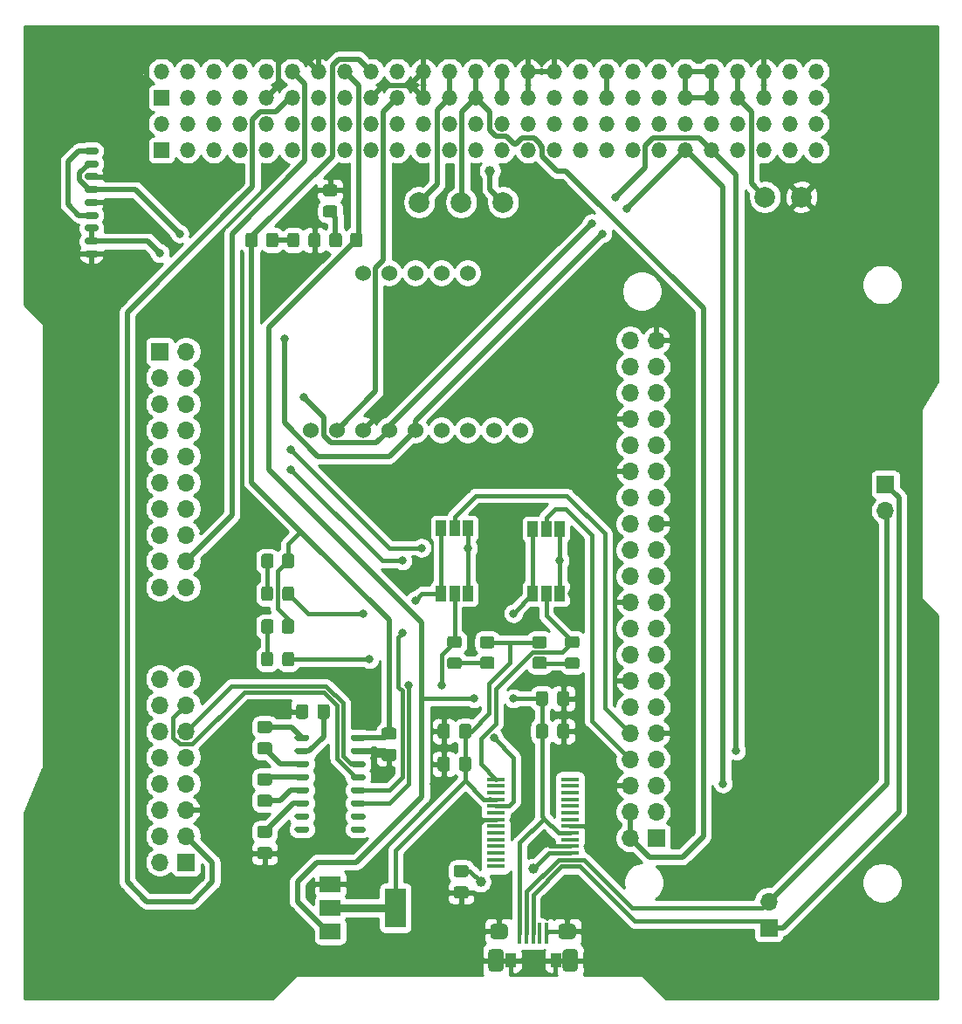
<source format=gbr>
%TF.GenerationSoftware,KiCad,Pcbnew,(5.1.9)-1*%
%TF.CreationDate,2021-10-10T13:34:13-04:00*%
%TF.ProjectId,REVERB Interface,52455645-5242-4204-996e-746572666163,rev?*%
%TF.SameCoordinates,Original*%
%TF.FileFunction,Copper,L1,Top*%
%TF.FilePolarity,Positive*%
%FSLAX46Y46*%
G04 Gerber Fmt 4.6, Leading zero omitted, Abs format (unit mm)*
G04 Created by KiCad (PCBNEW (5.1.9)-1) date 2021-10-10 13:34:13*
%MOMM*%
%LPD*%
G01*
G04 APERTURE LIST*
%TA.AperFunction,SMDPad,CuDef*%
%ADD10R,2.000000X1.500000*%
%TD*%
%TA.AperFunction,SMDPad,CuDef*%
%ADD11R,2.000000X3.800000*%
%TD*%
%TA.AperFunction,SMDPad,CuDef*%
%ADD12C,2.000000*%
%TD*%
%TA.AperFunction,ComponentPad*%
%ADD13O,1.700000X1.700000*%
%TD*%
%TA.AperFunction,ComponentPad*%
%ADD14R,1.700000X1.700000*%
%TD*%
%TA.AperFunction,SMDPad,CuDef*%
%ADD15R,1.000000X1.500000*%
%TD*%
%TA.AperFunction,ComponentPad*%
%ADD16C,1.524000*%
%TD*%
%TA.AperFunction,SMDPad,CuDef*%
%ADD17R,1.750000X0.450000*%
%TD*%
%TA.AperFunction,SMDPad,CuDef*%
%ADD18R,1.100000X1.350000*%
%TD*%
%TA.AperFunction,SMDPad,CuDef*%
%ADD19R,0.400000X2.000000*%
%TD*%
%TA.AperFunction,ConnectorPad*%
%ADD20C,5.600000*%
%TD*%
%TA.AperFunction,ComponentPad*%
%ADD21C,3.600000*%
%TD*%
%TA.AperFunction,ComponentPad*%
%ADD22O,1.400000X0.700000*%
%TD*%
%TA.AperFunction,ComponentPad*%
%ADD23O,1.500000X1.500000*%
%TD*%
%TA.AperFunction,ComponentPad*%
%ADD24R,1.500000X1.500000*%
%TD*%
%TA.AperFunction,ViaPad*%
%ADD25C,1.000000*%
%TD*%
%TA.AperFunction,ViaPad*%
%ADD26C,0.800000*%
%TD*%
%TA.AperFunction,Conductor*%
%ADD27C,0.508000*%
%TD*%
%TA.AperFunction,Conductor*%
%ADD28C,0.381000*%
%TD*%
%TA.AperFunction,Conductor*%
%ADD29C,0.762000*%
%TD*%
%TA.AperFunction,Conductor*%
%ADD30C,0.254000*%
%TD*%
%TA.AperFunction,Conductor*%
%ADD31C,0.100000*%
%TD*%
G04 APERTURE END LIST*
%TO.P,C10,2*%
%TO.N,GND*%
%TA.AperFunction,SMDPad,CuDef*%
G36*
G01*
X148775000Y-124620000D02*
X148775000Y-125570000D01*
G75*
G02*
X148525000Y-125820000I-250000J0D01*
G01*
X147850000Y-125820000D01*
G75*
G02*
X147600000Y-125570000I0J250000D01*
G01*
X147600000Y-124620000D01*
G75*
G02*
X147850000Y-124370000I250000J0D01*
G01*
X148525000Y-124370000D01*
G75*
G02*
X148775000Y-124620000I0J-250000D01*
G01*
G37*
%TD.AperFunction*%
%TO.P,C10,1*%
%TO.N,/SW7STEP3V3*%
%TA.AperFunction,SMDPad,CuDef*%
G36*
G01*
X150850000Y-124620000D02*
X150850000Y-125570000D01*
G75*
G02*
X150600000Y-125820000I-250000J0D01*
G01*
X149925000Y-125820000D01*
G75*
G02*
X149675000Y-125570000I0J250000D01*
G01*
X149675000Y-124620000D01*
G75*
G02*
X149925000Y-124370000I250000J0D01*
G01*
X150600000Y-124370000D01*
G75*
G02*
X150850000Y-124620000I0J-250000D01*
G01*
G37*
%TD.AperFunction*%
%TD*%
%TO.P,C9,2*%
%TO.N,GND*%
%TA.AperFunction,SMDPad,CuDef*%
G36*
G01*
X148775000Y-121445000D02*
X148775000Y-122395000D01*
G75*
G02*
X148525000Y-122645000I-250000J0D01*
G01*
X147850000Y-122645000D01*
G75*
G02*
X147600000Y-122395000I0J250000D01*
G01*
X147600000Y-121445000D01*
G75*
G02*
X147850000Y-121195000I250000J0D01*
G01*
X148525000Y-121195000D01*
G75*
G02*
X148775000Y-121445000I0J-250000D01*
G01*
G37*
%TD.AperFunction*%
%TO.P,C9,1*%
%TO.N,/SW7STEP3V3*%
%TA.AperFunction,SMDPad,CuDef*%
G36*
G01*
X150850000Y-121445000D02*
X150850000Y-122395000D01*
G75*
G02*
X150600000Y-122645000I-250000J0D01*
G01*
X149925000Y-122645000D01*
G75*
G02*
X149675000Y-122395000I0J250000D01*
G01*
X149675000Y-121445000D01*
G75*
G02*
X149925000Y-121195000I250000J0D01*
G01*
X150600000Y-121195000D01*
G75*
G02*
X150850000Y-121445000I0J-250000D01*
G01*
G37*
%TD.AperFunction*%
%TD*%
D10*
%TO.P,U4,1*%
%TO.N,GND*%
X137185000Y-136765000D03*
%TO.P,U4,3*%
%TO.N,/SW7*%
X137185000Y-141365000D03*
%TO.P,U4,2*%
%TO.N,/SW7STEP3V3*%
X137185000Y-139065000D03*
D11*
X143485000Y-139065000D03*
%TD*%
D12*
%TO.P,TP5,1*%
%TO.N,+12V*%
X145796000Y-70612000D03*
%TD*%
%TO.P,TP4,1*%
%TO.N,VBUS*%
X179324000Y-70104000D03*
%TD*%
%TO.P,TP3,1*%
%TO.N,+5V*%
X149860000Y-70612000D03*
%TD*%
%TO.P,TP2,1*%
%TO.N,+3V3*%
X153924000Y-70612000D03*
%TD*%
%TO.P,TP1,1*%
%TO.N,GND*%
X182880000Y-70104000D03*
%TD*%
D13*
%TO.P,J8,2*%
%TO.N,/D-*%
X191021000Y-100524000D03*
D14*
%TO.P,J8,1*%
%TO.N,/D+*%
X191021000Y-97984000D03*
%TD*%
%TO.P,R6,2*%
%TO.N,Net-(D6-Pad2)*%
%TA.AperFunction,SMDPad,CuDef*%
G36*
G01*
X131680000Y-104959999D02*
X131680000Y-105860001D01*
G75*
G02*
X131430001Y-106110000I-249999J0D01*
G01*
X130729999Y-106110000D01*
G75*
G02*
X130480000Y-105860001I0J249999D01*
G01*
X130480000Y-104959999D01*
G75*
G02*
X130729999Y-104710000I249999J0D01*
G01*
X131430001Y-104710000D01*
G75*
G02*
X131680000Y-104959999I0J-249999D01*
G01*
G37*
%TD.AperFunction*%
%TO.P,R6,1*%
%TO.N,/SW8*%
%TA.AperFunction,SMDPad,CuDef*%
G36*
G01*
X133680000Y-104959999D02*
X133680000Y-105860001D01*
G75*
G02*
X133430001Y-106110000I-249999J0D01*
G01*
X132729999Y-106110000D01*
G75*
G02*
X132480000Y-105860001I0J249999D01*
G01*
X132480000Y-104959999D01*
G75*
G02*
X132729999Y-104710000I249999J0D01*
G01*
X133430001Y-104710000D01*
G75*
G02*
X133680000Y-104959999I0J-249999D01*
G01*
G37*
%TD.AperFunction*%
%TD*%
%TO.P,R5,2*%
%TO.N,Net-(D5-Pad2)*%
%TA.AperFunction,SMDPad,CuDef*%
G36*
G01*
X131680000Y-111309999D02*
X131680000Y-112210001D01*
G75*
G02*
X131430001Y-112460000I-249999J0D01*
G01*
X130729999Y-112460000D01*
G75*
G02*
X130480000Y-112210001I0J249999D01*
G01*
X130480000Y-111309999D01*
G75*
G02*
X130729999Y-111060000I249999J0D01*
G01*
X131430001Y-111060000D01*
G75*
G02*
X131680000Y-111309999I0J-249999D01*
G01*
G37*
%TD.AperFunction*%
%TO.P,R5,1*%
%TO.N,/SW8*%
%TA.AperFunction,SMDPad,CuDef*%
G36*
G01*
X133680000Y-111309999D02*
X133680000Y-112210001D01*
G75*
G02*
X133430001Y-112460000I-249999J0D01*
G01*
X132729999Y-112460000D01*
G75*
G02*
X132480000Y-112210001I0J249999D01*
G01*
X132480000Y-111309999D01*
G75*
G02*
X132729999Y-111060000I249999J0D01*
G01*
X133430001Y-111060000D01*
G75*
G02*
X133680000Y-111309999I0J-249999D01*
G01*
G37*
%TD.AperFunction*%
%TD*%
%TO.P,R4,2*%
%TO.N,Net-(D4-Pad2)*%
%TA.AperFunction,SMDPad,CuDef*%
G36*
G01*
X130940000Y-74745001D02*
X130940000Y-73844999D01*
G75*
G02*
X131189999Y-73595000I249999J0D01*
G01*
X131890001Y-73595000D01*
G75*
G02*
X132140000Y-73844999I0J-249999D01*
G01*
X132140000Y-74745001D01*
G75*
G02*
X131890001Y-74995000I-249999J0D01*
G01*
X131189999Y-74995000D01*
G75*
G02*
X130940000Y-74745001I0J249999D01*
G01*
G37*
%TD.AperFunction*%
%TO.P,R4,1*%
%TO.N,/SW8*%
%TA.AperFunction,SMDPad,CuDef*%
G36*
G01*
X128940000Y-74745001D02*
X128940000Y-73844999D01*
G75*
G02*
X129189999Y-73595000I249999J0D01*
G01*
X129890001Y-73595000D01*
G75*
G02*
X130140000Y-73844999I0J-249999D01*
G01*
X130140000Y-74745001D01*
G75*
G02*
X129890001Y-74995000I-249999J0D01*
G01*
X129189999Y-74995000D01*
G75*
G02*
X128940000Y-74745001I0J249999D01*
G01*
G37*
%TD.AperFunction*%
%TD*%
%TO.P,R3,2*%
%TO.N,Net-(D3-Pad2)*%
%TA.AperFunction,SMDPad,CuDef*%
G36*
G01*
X138300000Y-73844999D02*
X138300000Y-74745001D01*
G75*
G02*
X138050001Y-74995000I-249999J0D01*
G01*
X137349999Y-74995000D01*
G75*
G02*
X137100000Y-74745001I0J249999D01*
G01*
X137100000Y-73844999D01*
G75*
G02*
X137349999Y-73595000I249999J0D01*
G01*
X138050001Y-73595000D01*
G75*
G02*
X138300000Y-73844999I0J-249999D01*
G01*
G37*
%TD.AperFunction*%
%TO.P,R3,1*%
%TO.N,/SW7*%
%TA.AperFunction,SMDPad,CuDef*%
G36*
G01*
X140300000Y-73844999D02*
X140300000Y-74745001D01*
G75*
G02*
X140050001Y-74995000I-249999J0D01*
G01*
X139349999Y-74995000D01*
G75*
G02*
X139100000Y-74745001I0J249999D01*
G01*
X139100000Y-73844999D01*
G75*
G02*
X139349999Y-73595000I249999J0D01*
G01*
X140050001Y-73595000D01*
G75*
G02*
X140300000Y-73844999I0J-249999D01*
G01*
G37*
%TD.AperFunction*%
%TD*%
%TO.P,R2,2*%
%TO.N,Net-(D2-Pad2)*%
%TA.AperFunction,SMDPad,CuDef*%
G36*
G01*
X151949999Y-114700000D02*
X152850001Y-114700000D01*
G75*
G02*
X153100000Y-114949999I0J-249999D01*
G01*
X153100000Y-115650001D01*
G75*
G02*
X152850001Y-115900000I-249999J0D01*
G01*
X151949999Y-115900000D01*
G75*
G02*
X151700000Y-115650001I0J249999D01*
G01*
X151700000Y-114949999D01*
G75*
G02*
X151949999Y-114700000I249999J0D01*
G01*
G37*
%TD.AperFunction*%
%TO.P,R2,1*%
%TO.N,/SW7STEP3V3*%
%TA.AperFunction,SMDPad,CuDef*%
G36*
G01*
X151949999Y-112700000D02*
X152850001Y-112700000D01*
G75*
G02*
X153100000Y-112949999I0J-249999D01*
G01*
X153100000Y-113650001D01*
G75*
G02*
X152850001Y-113900000I-249999J0D01*
G01*
X151949999Y-113900000D01*
G75*
G02*
X151700000Y-113650001I0J249999D01*
G01*
X151700000Y-112949999D01*
G75*
G02*
X151949999Y-112700000I249999J0D01*
G01*
G37*
%TD.AperFunction*%
%TD*%
%TO.P,R1,2*%
%TO.N,Net-(D1-Pad2)*%
%TA.AperFunction,SMDPad,CuDef*%
G36*
G01*
X157029999Y-114700000D02*
X157930001Y-114700000D01*
G75*
G02*
X158180000Y-114949999I0J-249999D01*
G01*
X158180000Y-115650001D01*
G75*
G02*
X157930001Y-115900000I-249999J0D01*
G01*
X157029999Y-115900000D01*
G75*
G02*
X156780000Y-115650001I0J249999D01*
G01*
X156780000Y-114949999D01*
G75*
G02*
X157029999Y-114700000I249999J0D01*
G01*
G37*
%TD.AperFunction*%
%TO.P,R1,1*%
%TO.N,/SW7STEP3V3*%
%TA.AperFunction,SMDPad,CuDef*%
G36*
G01*
X157029999Y-112700000D02*
X157930001Y-112700000D01*
G75*
G02*
X158180000Y-112949999I0J-249999D01*
G01*
X158180000Y-113650001D01*
G75*
G02*
X157930001Y-113900000I-249999J0D01*
G01*
X157029999Y-113900000D01*
G75*
G02*
X156780000Y-113650001I0J249999D01*
G01*
X156780000Y-112949999D01*
G75*
G02*
X157029999Y-112700000I249999J0D01*
G01*
G37*
%TD.AperFunction*%
%TD*%
D15*
%TO.P,JP4,1*%
%TO.N,/T1IN*%
X156815000Y-108585000D03*
%TO.P,JP4,2*%
%TO.N,/USBUARTTX*%
X158115000Y-108585000D03*
%TO.P,JP4,3*%
%TO.N,/APRSTX*%
X159415000Y-108585000D03*
%TD*%
%TO.P,JP3,1*%
%TO.N,/R1OUT*%
X147925000Y-108585000D03*
%TO.P,JP3,2*%
%TO.N,/USBUARTRX*%
X149225000Y-108585000D03*
%TO.P,JP3,3*%
%TO.N,/APRSRX*%
X150525000Y-108585000D03*
%TD*%
%TO.P,JP2,1*%
%TO.N,/T1IN*%
X156815000Y-102320000D03*
%TO.P,JP2,2*%
%TO.N,/HWTX*%
X158115000Y-102320000D03*
%TO.P,JP2,3*%
%TO.N,/APRSTX*%
X159415000Y-102320000D03*
%TD*%
%TO.P,JP1,1*%
%TO.N,/R1OUT*%
X147925000Y-102235000D03*
%TO.P,JP1,2*%
%TO.N,/HWRX*%
X149225000Y-102235000D03*
%TO.P,JP1,3*%
%TO.N,/APRSRX*%
X150525000Y-102235000D03*
%TD*%
D16*
%TO.P,U1,14*%
%TO.N,N/C*%
X135255000Y-92710000D03*
%TO.P,U1,13*%
%TO.N,/SW9*%
X137795000Y-92710000D03*
%TO.P,U1,12*%
%TO.N,GND*%
X140335000Y-92710000D03*
%TO.P,U1,11*%
%TO.N,/EPSSCL*%
X142875000Y-92710000D03*
%TO.P,U1,10*%
%TO.N,/EPSSDA*%
X145415000Y-92710000D03*
%TO.P,U1,9*%
%TO.N,N/C*%
X147955000Y-92710000D03*
%TO.P,U1,8*%
X150495000Y-92710000D03*
%TO.P,U1,7*%
X153035000Y-92710000D03*
%TO.P,U1,6*%
X155575000Y-92710000D03*
%TO.P,U1,1*%
X140335000Y-77470000D03*
%TO.P,U1,5*%
X150495000Y-77470000D03*
%TO.P,U1,4*%
X147955000Y-77470000D03*
%TO.P,U1,3*%
X145415000Y-77470000D03*
%TO.P,U1,2*%
X142875000Y-77470000D03*
%TD*%
D17*
%TO.P,U3,28*%
%TO.N,N/C*%
X160445000Y-126585000D03*
%TO.P,U3,27*%
X160445000Y-127235000D03*
%TO.P,U3,26*%
X160445000Y-127885000D03*
%TO.P,U3,25*%
X160445000Y-128535000D03*
%TO.P,U3,24*%
X160445000Y-129185000D03*
%TO.P,U3,23*%
X160445000Y-129835000D03*
%TO.P,U3,22*%
X160445000Y-130485000D03*
%TO.P,U3,21*%
%TO.N,GND*%
X160445000Y-131135000D03*
%TO.P,U3,20*%
%TO.N,/SW7*%
X160445000Y-131785000D03*
%TO.P,U3,19*%
%TO.N,N/C*%
X160445000Y-132435000D03*
%TO.P,U3,18*%
%TO.N,GND*%
X160445000Y-133085000D03*
%TO.P,U3,17*%
%TO.N,Net-(C8-Pad1)*%
X160445000Y-133735000D03*
%TO.P,U3,16*%
%TO.N,/D-*%
X160445000Y-134385000D03*
%TO.P,U3,15*%
%TO.N,/D+*%
X160445000Y-135035000D03*
%TO.P,U3,14*%
%TO.N,N/C*%
X153245000Y-135035000D03*
%TO.P,U3,13*%
X153245000Y-134385000D03*
%TO.P,U3,12*%
X153245000Y-133735000D03*
%TO.P,U3,11*%
X153245000Y-133085000D03*
%TO.P,U3,10*%
X153245000Y-132435000D03*
%TO.P,U3,9*%
X153245000Y-131785000D03*
%TO.P,U3,8*%
X153245000Y-131135000D03*
%TO.P,U3,7*%
%TO.N,GND*%
X153245000Y-130485000D03*
%TO.P,U3,6*%
%TO.N,N/C*%
X153245000Y-129835000D03*
%TO.P,U3,5*%
%TO.N,/USBUARTRX*%
X153245000Y-129185000D03*
%TO.P,U3,4*%
%TO.N,/SW7STEP3V3*%
X153245000Y-128535000D03*
%TO.P,U3,3*%
%TO.N,N/C*%
X153245000Y-127885000D03*
%TO.P,U3,2*%
X153245000Y-127235000D03*
%TO.P,U3,1*%
%TO.N,/USBUARTTX*%
X153245000Y-126585000D03*
%TD*%
D18*
%TO.P,J6,6*%
%TO.N,GND*%
X159045000Y-144145000D03*
X154645000Y-144145000D03*
D19*
%TO.P,J6,1*%
%TO.N,/SW7*%
X155545000Y-141545000D03*
%TO.P,J6,2*%
%TO.N,/D-*%
X156195000Y-141545000D03*
%TO.P,J6,3*%
%TO.N,/D+*%
X156845000Y-141545000D03*
%TO.P,J6,4*%
%TO.N,N/C*%
X157495000Y-141545000D03*
%TO.P,J6,5*%
%TO.N,GND*%
X158145000Y-141545000D03*
%TO.P,J6,6*%
%TA.AperFunction,ComponentPad*%
G36*
G01*
X153995000Y-143420000D02*
X153995000Y-144870000D01*
G75*
G02*
X153620000Y-145245000I-375000J0D01*
G01*
X152870000Y-145245000D01*
G75*
G02*
X152495000Y-144870000I0J375000D01*
G01*
X152495000Y-143420000D01*
G75*
G02*
X152870000Y-143045000I375000J0D01*
G01*
X153620000Y-143045000D01*
G75*
G02*
X153995000Y-143420000I0J-375000D01*
G01*
G37*
%TD.AperFunction*%
%TA.AperFunction,ComponentPad*%
G36*
G01*
X161195000Y-143420000D02*
X161195000Y-144870000D01*
G75*
G02*
X160820000Y-145245000I-375000J0D01*
G01*
X160070000Y-145245000D01*
G75*
G02*
X159695000Y-144870000I0J375000D01*
G01*
X159695000Y-143420000D01*
G75*
G02*
X160070000Y-143045000I375000J0D01*
G01*
X160820000Y-143045000D01*
G75*
G02*
X161195000Y-143420000I0J-375000D01*
G01*
G37*
%TD.AperFunction*%
%TA.AperFunction,ComponentPad*%
G36*
G01*
X160995000Y-140970000D02*
X160995000Y-141720000D01*
G75*
G02*
X160620000Y-142095000I-375000J0D01*
G01*
X159670000Y-142095000D01*
G75*
G02*
X159295000Y-141720000I0J375000D01*
G01*
X159295000Y-140970000D01*
G75*
G02*
X159670000Y-140595000I375000J0D01*
G01*
X160620000Y-140595000D01*
G75*
G02*
X160995000Y-140970000I0J-375000D01*
G01*
G37*
%TD.AperFunction*%
%TA.AperFunction,ComponentPad*%
G36*
G01*
X154395000Y-140970000D02*
X154395000Y-141720000D01*
G75*
G02*
X154020000Y-142095000I-375000J0D01*
G01*
X153070000Y-142095000D01*
G75*
G02*
X152695000Y-141720000I0J375000D01*
G01*
X152695000Y-140970000D01*
G75*
G02*
X153070000Y-140595000I375000J0D01*
G01*
X154020000Y-140595000D01*
G75*
G02*
X154395000Y-140970000I0J-375000D01*
G01*
G37*
%TD.AperFunction*%
%TD*%
%TO.P,D6,2*%
%TO.N,Net-(D6-Pad2)*%
%TA.AperFunction,SMDPad,CuDef*%
G36*
G01*
X131630000Y-108134999D02*
X131630000Y-109035001D01*
G75*
G02*
X131380001Y-109285000I-249999J0D01*
G01*
X130729999Y-109285000D01*
G75*
G02*
X130480000Y-109035001I0J249999D01*
G01*
X130480000Y-108134999D01*
G75*
G02*
X130729999Y-107885000I249999J0D01*
G01*
X131380001Y-107885000D01*
G75*
G02*
X131630000Y-108134999I0J-249999D01*
G01*
G37*
%TD.AperFunction*%
%TO.P,D6,1*%
%TO.N,/R1OUT*%
%TA.AperFunction,SMDPad,CuDef*%
G36*
G01*
X133680000Y-108134999D02*
X133680000Y-109035001D01*
G75*
G02*
X133430001Y-109285000I-249999J0D01*
G01*
X132779999Y-109285000D01*
G75*
G02*
X132530000Y-109035001I0J249999D01*
G01*
X132530000Y-108134999D01*
G75*
G02*
X132779999Y-107885000I249999J0D01*
G01*
X133430001Y-107885000D01*
G75*
G02*
X133680000Y-108134999I0J-249999D01*
G01*
G37*
%TD.AperFunction*%
%TD*%
%TO.P,D5,2*%
%TO.N,Net-(D5-Pad2)*%
%TA.AperFunction,SMDPad,CuDef*%
G36*
G01*
X131630000Y-114484999D02*
X131630000Y-115385001D01*
G75*
G02*
X131380001Y-115635000I-249999J0D01*
G01*
X130729999Y-115635000D01*
G75*
G02*
X130480000Y-115385001I0J249999D01*
G01*
X130480000Y-114484999D01*
G75*
G02*
X130729999Y-114235000I249999J0D01*
G01*
X131380001Y-114235000D01*
G75*
G02*
X131630000Y-114484999I0J-249999D01*
G01*
G37*
%TD.AperFunction*%
%TO.P,D5,1*%
%TO.N,/T1IN*%
%TA.AperFunction,SMDPad,CuDef*%
G36*
G01*
X133680000Y-114484999D02*
X133680000Y-115385001D01*
G75*
G02*
X133430001Y-115635000I-249999J0D01*
G01*
X132779999Y-115635000D01*
G75*
G02*
X132530000Y-115385001I0J249999D01*
G01*
X132530000Y-114484999D01*
G75*
G02*
X132779999Y-114235000I249999J0D01*
G01*
X133430001Y-114235000D01*
G75*
G02*
X133680000Y-114484999I0J-249999D01*
G01*
G37*
%TD.AperFunction*%
%TD*%
%TO.P,D4,2*%
%TO.N,Net-(D4-Pad2)*%
%TA.AperFunction,SMDPad,CuDef*%
G36*
G01*
X134170000Y-73844999D02*
X134170000Y-74745001D01*
G75*
G02*
X133920001Y-74995000I-249999J0D01*
G01*
X133269999Y-74995000D01*
G75*
G02*
X133020000Y-74745001I0J249999D01*
G01*
X133020000Y-73844999D01*
G75*
G02*
X133269999Y-73595000I249999J0D01*
G01*
X133920001Y-73595000D01*
G75*
G02*
X134170000Y-73844999I0J-249999D01*
G01*
G37*
%TD.AperFunction*%
%TO.P,D4,1*%
%TO.N,GND*%
%TA.AperFunction,SMDPad,CuDef*%
G36*
G01*
X136220000Y-73844999D02*
X136220000Y-74745001D01*
G75*
G02*
X135970001Y-74995000I-249999J0D01*
G01*
X135319999Y-74995000D01*
G75*
G02*
X135070000Y-74745001I0J249999D01*
G01*
X135070000Y-73844999D01*
G75*
G02*
X135319999Y-73595000I249999J0D01*
G01*
X135970001Y-73595000D01*
G75*
G02*
X136220000Y-73844999I0J-249999D01*
G01*
G37*
%TD.AperFunction*%
%TD*%
%TO.P,D3,2*%
%TO.N,Net-(D3-Pad2)*%
%TA.AperFunction,SMDPad,CuDef*%
G36*
G01*
X136709999Y-70935000D02*
X137610001Y-70935000D01*
G75*
G02*
X137860000Y-71184999I0J-249999D01*
G01*
X137860000Y-71835001D01*
G75*
G02*
X137610001Y-72085000I-249999J0D01*
G01*
X136709999Y-72085000D01*
G75*
G02*
X136460000Y-71835001I0J249999D01*
G01*
X136460000Y-71184999D01*
G75*
G02*
X136709999Y-70935000I249999J0D01*
G01*
G37*
%TD.AperFunction*%
%TO.P,D3,1*%
%TO.N,GND*%
%TA.AperFunction,SMDPad,CuDef*%
G36*
G01*
X136709999Y-68885000D02*
X137610001Y-68885000D01*
G75*
G02*
X137860000Y-69134999I0J-249999D01*
G01*
X137860000Y-69785001D01*
G75*
G02*
X137610001Y-70035000I-249999J0D01*
G01*
X136709999Y-70035000D01*
G75*
G02*
X136460000Y-69785001I0J249999D01*
G01*
X136460000Y-69134999D01*
G75*
G02*
X136709999Y-68885000I249999J0D01*
G01*
G37*
%TD.AperFunction*%
%TD*%
%TO.P,D2,2*%
%TO.N,Net-(D2-Pad2)*%
%TA.AperFunction,SMDPad,CuDef*%
G36*
G01*
X148774999Y-114750000D02*
X149675001Y-114750000D01*
G75*
G02*
X149925000Y-114999999I0J-249999D01*
G01*
X149925000Y-115650001D01*
G75*
G02*
X149675001Y-115900000I-249999J0D01*
G01*
X148774999Y-115900000D01*
G75*
G02*
X148525000Y-115650001I0J249999D01*
G01*
X148525000Y-114999999D01*
G75*
G02*
X148774999Y-114750000I249999J0D01*
G01*
G37*
%TD.AperFunction*%
%TO.P,D2,1*%
%TO.N,/USBUARTRX*%
%TA.AperFunction,SMDPad,CuDef*%
G36*
G01*
X148774999Y-112700000D02*
X149675001Y-112700000D01*
G75*
G02*
X149925000Y-112949999I0J-249999D01*
G01*
X149925000Y-113600001D01*
G75*
G02*
X149675001Y-113850000I-249999J0D01*
G01*
X148774999Y-113850000D01*
G75*
G02*
X148525000Y-113600001I0J249999D01*
G01*
X148525000Y-112949999D01*
G75*
G02*
X148774999Y-112700000I249999J0D01*
G01*
G37*
%TD.AperFunction*%
%TD*%
%TO.P,D1,2*%
%TO.N,Net-(D1-Pad2)*%
%TA.AperFunction,SMDPad,CuDef*%
G36*
G01*
X160204999Y-114750000D02*
X161105001Y-114750000D01*
G75*
G02*
X161355000Y-114999999I0J-249999D01*
G01*
X161355000Y-115650001D01*
G75*
G02*
X161105001Y-115900000I-249999J0D01*
G01*
X160204999Y-115900000D01*
G75*
G02*
X159955000Y-115650001I0J249999D01*
G01*
X159955000Y-114999999D01*
G75*
G02*
X160204999Y-114750000I249999J0D01*
G01*
G37*
%TD.AperFunction*%
%TO.P,D1,1*%
%TO.N,/USBUARTTX*%
%TA.AperFunction,SMDPad,CuDef*%
G36*
G01*
X160204999Y-112700000D02*
X161105001Y-112700000D01*
G75*
G02*
X161355000Y-112949999I0J-249999D01*
G01*
X161355000Y-113600001D01*
G75*
G02*
X161105001Y-113850000I-249999J0D01*
G01*
X160204999Y-113850000D01*
G75*
G02*
X159955000Y-113600001I0J249999D01*
G01*
X159955000Y-112949999D01*
G75*
G02*
X160204999Y-112700000I249999J0D01*
G01*
G37*
%TD.AperFunction*%
%TD*%
%TO.P,C8,2*%
%TO.N,GND*%
%TA.AperFunction,SMDPad,CuDef*%
G36*
G01*
X149385000Y-136975000D02*
X150335000Y-136975000D01*
G75*
G02*
X150585000Y-137225000I0J-250000D01*
G01*
X150585000Y-137900000D01*
G75*
G02*
X150335000Y-138150000I-250000J0D01*
G01*
X149385000Y-138150000D01*
G75*
G02*
X149135000Y-137900000I0J250000D01*
G01*
X149135000Y-137225000D01*
G75*
G02*
X149385000Y-136975000I250000J0D01*
G01*
G37*
%TD.AperFunction*%
%TO.P,C8,1*%
%TO.N,Net-(C8-Pad1)*%
%TA.AperFunction,SMDPad,CuDef*%
G36*
G01*
X149385000Y-134900000D02*
X150335000Y-134900000D01*
G75*
G02*
X150585000Y-135150000I0J-250000D01*
G01*
X150585000Y-135825000D01*
G75*
G02*
X150335000Y-136075000I-250000J0D01*
G01*
X149385000Y-136075000D01*
G75*
G02*
X149135000Y-135825000I0J250000D01*
G01*
X149135000Y-135150000D01*
G75*
G02*
X149385000Y-134900000I250000J0D01*
G01*
G37*
%TD.AperFunction*%
%TD*%
%TO.P,C7,2*%
%TO.N,GND*%
%TA.AperFunction,SMDPad,CuDef*%
G36*
G01*
X159200000Y-122395000D02*
X159200000Y-121445000D01*
G75*
G02*
X159450000Y-121195000I250000J0D01*
G01*
X160125000Y-121195000D01*
G75*
G02*
X160375000Y-121445000I0J-250000D01*
G01*
X160375000Y-122395000D01*
G75*
G02*
X160125000Y-122645000I-250000J0D01*
G01*
X159450000Y-122645000D01*
G75*
G02*
X159200000Y-122395000I0J250000D01*
G01*
G37*
%TD.AperFunction*%
%TO.P,C7,1*%
%TO.N,/SW7*%
%TA.AperFunction,SMDPad,CuDef*%
G36*
G01*
X157125000Y-122395000D02*
X157125000Y-121445000D01*
G75*
G02*
X157375000Y-121195000I250000J0D01*
G01*
X158050000Y-121195000D01*
G75*
G02*
X158300000Y-121445000I0J-250000D01*
G01*
X158300000Y-122395000D01*
G75*
G02*
X158050000Y-122645000I-250000J0D01*
G01*
X157375000Y-122645000D01*
G75*
G02*
X157125000Y-122395000I0J250000D01*
G01*
G37*
%TD.AperFunction*%
%TD*%
%TO.P,C6,2*%
%TO.N,GND*%
%TA.AperFunction,SMDPad,CuDef*%
G36*
G01*
X159200000Y-119220000D02*
X159200000Y-118270000D01*
G75*
G02*
X159450000Y-118020000I250000J0D01*
G01*
X160125000Y-118020000D01*
G75*
G02*
X160375000Y-118270000I0J-250000D01*
G01*
X160375000Y-119220000D01*
G75*
G02*
X160125000Y-119470000I-250000J0D01*
G01*
X159450000Y-119470000D01*
G75*
G02*
X159200000Y-119220000I0J250000D01*
G01*
G37*
%TD.AperFunction*%
%TO.P,C6,1*%
%TO.N,/SW7*%
%TA.AperFunction,SMDPad,CuDef*%
G36*
G01*
X157125000Y-119220000D02*
X157125000Y-118270000D01*
G75*
G02*
X157375000Y-118020000I250000J0D01*
G01*
X158050000Y-118020000D01*
G75*
G02*
X158300000Y-118270000I0J-250000D01*
G01*
X158300000Y-119220000D01*
G75*
G02*
X158050000Y-119470000I-250000J0D01*
G01*
X157375000Y-119470000D01*
G75*
G02*
X157125000Y-119220000I0J250000D01*
G01*
G37*
%TD.AperFunction*%
%TD*%
%TO.P,U2,1*%
%TO.N,Net-(C1-Pad2)*%
%TA.AperFunction,SMDPad,CuDef*%
G36*
G01*
X133913996Y-122255001D02*
X134956002Y-122255001D01*
G75*
G02*
X135159999Y-122458998I0J-203997D01*
G01*
X135159999Y-122651002D01*
G75*
G02*
X134956002Y-122854999I-203997J0D01*
G01*
X133913996Y-122854999D01*
G75*
G02*
X133709999Y-122651002I0J203997D01*
G01*
X133709999Y-122458998D01*
G75*
G02*
X133913996Y-122255001I203997J0D01*
G01*
G37*
%TD.AperFunction*%
%TO.P,U2,2*%
%TO.N,Net-(C3-Pad2)*%
%TA.AperFunction,SMDPad,CuDef*%
G36*
G01*
X133913996Y-123525001D02*
X134956002Y-123525001D01*
G75*
G02*
X135159999Y-123728998I0J-203997D01*
G01*
X135159999Y-123921002D01*
G75*
G02*
X134956002Y-124124999I-203997J0D01*
G01*
X133913996Y-124124999D01*
G75*
G02*
X133709999Y-123921002I0J203997D01*
G01*
X133709999Y-123728998D01*
G75*
G02*
X133913996Y-123525001I203997J0D01*
G01*
G37*
%TD.AperFunction*%
%TO.P,U2,3*%
%TO.N,Net-(C1-Pad1)*%
%TA.AperFunction,SMDPad,CuDef*%
G36*
G01*
X133913996Y-124795001D02*
X134956002Y-124795001D01*
G75*
G02*
X135159999Y-124998998I0J-203997D01*
G01*
X135159999Y-125191002D01*
G75*
G02*
X134956002Y-125394999I-203997J0D01*
G01*
X133913996Y-125394999D01*
G75*
G02*
X133709999Y-125191002I0J203997D01*
G01*
X133709999Y-124998998D01*
G75*
G02*
X133913996Y-124795001I203997J0D01*
G01*
G37*
%TD.AperFunction*%
%TO.P,U2,4*%
%TO.N,Net-(C2-Pad1)*%
%TA.AperFunction,SMDPad,CuDef*%
G36*
G01*
X133913996Y-126065001D02*
X134956002Y-126065001D01*
G75*
G02*
X135159999Y-126268998I0J-203997D01*
G01*
X135159999Y-126461002D01*
G75*
G02*
X134956002Y-126664999I-203997J0D01*
G01*
X133913996Y-126664999D01*
G75*
G02*
X133709999Y-126461002I0J203997D01*
G01*
X133709999Y-126268998D01*
G75*
G02*
X133913996Y-126065001I203997J0D01*
G01*
G37*
%TD.AperFunction*%
%TO.P,U2,5*%
%TO.N,Net-(C2-Pad2)*%
%TA.AperFunction,SMDPad,CuDef*%
G36*
G01*
X133913996Y-127335001D02*
X134956002Y-127335001D01*
G75*
G02*
X135159999Y-127538998I0J-203997D01*
G01*
X135159999Y-127731002D01*
G75*
G02*
X134956002Y-127934999I-203997J0D01*
G01*
X133913996Y-127934999D01*
G75*
G02*
X133709999Y-127731002I0J203997D01*
G01*
X133709999Y-127538998D01*
G75*
G02*
X133913996Y-127335001I203997J0D01*
G01*
G37*
%TD.AperFunction*%
%TO.P,U2,6*%
%TO.N,Net-(C4-Pad2)*%
%TA.AperFunction,SMDPad,CuDef*%
G36*
G01*
X133913996Y-128605001D02*
X134956002Y-128605001D01*
G75*
G02*
X135159999Y-128808998I0J-203997D01*
G01*
X135159999Y-129001002D01*
G75*
G02*
X134956002Y-129204999I-203997J0D01*
G01*
X133913996Y-129204999D01*
G75*
G02*
X133709999Y-129001002I0J203997D01*
G01*
X133709999Y-128808998D01*
G75*
G02*
X133913996Y-128605001I203997J0D01*
G01*
G37*
%TD.AperFunction*%
%TO.P,U2,7*%
%TO.N,N/C*%
%TA.AperFunction,SMDPad,CuDef*%
G36*
G01*
X133913996Y-129875001D02*
X134956002Y-129875001D01*
G75*
G02*
X135159999Y-130078998I0J-203997D01*
G01*
X135159999Y-130271002D01*
G75*
G02*
X134956002Y-130474999I-203997J0D01*
G01*
X133913996Y-130474999D01*
G75*
G02*
X133709999Y-130271002I0J203997D01*
G01*
X133709999Y-130078998D01*
G75*
G02*
X133913996Y-129875001I203997J0D01*
G01*
G37*
%TD.AperFunction*%
%TO.P,U2,8*%
%TA.AperFunction,SMDPad,CuDef*%
G36*
G01*
X133913996Y-131145001D02*
X134956002Y-131145001D01*
G75*
G02*
X135159999Y-131348998I0J-203997D01*
G01*
X135159999Y-131541002D01*
G75*
G02*
X134956002Y-131744999I-203997J0D01*
G01*
X133913996Y-131744999D01*
G75*
G02*
X133709999Y-131541002I0J203997D01*
G01*
X133709999Y-131348998D01*
G75*
G02*
X133913996Y-131145001I203997J0D01*
G01*
G37*
%TD.AperFunction*%
%TO.P,U2,16*%
%TO.N,/SW8*%
%TA.AperFunction,SMDPad,CuDef*%
G36*
G01*
X139363995Y-122255001D02*
X140406001Y-122255001D01*
G75*
G02*
X140609998Y-122458998I0J-203997D01*
G01*
X140609998Y-122651002D01*
G75*
G02*
X140406001Y-122854999I-203997J0D01*
G01*
X139363995Y-122854999D01*
G75*
G02*
X139159998Y-122651002I0J203997D01*
G01*
X139159998Y-122458998D01*
G75*
G02*
X139363995Y-122255001I203997J0D01*
G01*
G37*
%TD.AperFunction*%
%TO.P,U2,15*%
%TO.N,GND*%
%TA.AperFunction,SMDPad,CuDef*%
G36*
G01*
X139363995Y-123525001D02*
X140406001Y-123525001D01*
G75*
G02*
X140609998Y-123728998I0J-203997D01*
G01*
X140609998Y-123921002D01*
G75*
G02*
X140406001Y-124124999I-203997J0D01*
G01*
X139363995Y-124124999D01*
G75*
G02*
X139159998Y-123921002I0J203997D01*
G01*
X139159998Y-123728998D01*
G75*
G02*
X139363995Y-123525001I203997J0D01*
G01*
G37*
%TD.AperFunction*%
%TO.P,U2,14*%
%TO.N,/T1OUT*%
%TA.AperFunction,SMDPad,CuDef*%
G36*
G01*
X139363995Y-124795001D02*
X140406001Y-124795001D01*
G75*
G02*
X140609998Y-124998998I0J-203997D01*
G01*
X140609998Y-125191002D01*
G75*
G02*
X140406001Y-125394999I-203997J0D01*
G01*
X139363995Y-125394999D01*
G75*
G02*
X139159998Y-125191002I0J203997D01*
G01*
X139159998Y-124998998D01*
G75*
G02*
X139363995Y-124795001I203997J0D01*
G01*
G37*
%TD.AperFunction*%
%TO.P,U2,13*%
%TO.N,/R1IN*%
%TA.AperFunction,SMDPad,CuDef*%
G36*
G01*
X139363995Y-126065001D02*
X140406001Y-126065001D01*
G75*
G02*
X140609998Y-126268998I0J-203997D01*
G01*
X140609998Y-126461002D01*
G75*
G02*
X140406001Y-126664999I-203997J0D01*
G01*
X139363995Y-126664999D01*
G75*
G02*
X139159998Y-126461002I0J203997D01*
G01*
X139159998Y-126268998D01*
G75*
G02*
X139363995Y-126065001I203997J0D01*
G01*
G37*
%TD.AperFunction*%
%TO.P,U2,12*%
%TO.N,/R1OUT*%
%TA.AperFunction,SMDPad,CuDef*%
G36*
G01*
X139363995Y-127335001D02*
X140406001Y-127335001D01*
G75*
G02*
X140609998Y-127538998I0J-203997D01*
G01*
X140609998Y-127731002D01*
G75*
G02*
X140406001Y-127934999I-203997J0D01*
G01*
X139363995Y-127934999D01*
G75*
G02*
X139159998Y-127731002I0J203997D01*
G01*
X139159998Y-127538998D01*
G75*
G02*
X139363995Y-127335001I203997J0D01*
G01*
G37*
%TD.AperFunction*%
%TO.P,U2,11*%
%TO.N,/T1IN*%
%TA.AperFunction,SMDPad,CuDef*%
G36*
G01*
X139363995Y-128605001D02*
X140406001Y-128605001D01*
G75*
G02*
X140609998Y-128808998I0J-203997D01*
G01*
X140609998Y-129001002D01*
G75*
G02*
X140406001Y-129204999I-203997J0D01*
G01*
X139363995Y-129204999D01*
G75*
G02*
X139159998Y-129001002I0J203997D01*
G01*
X139159998Y-128808998D01*
G75*
G02*
X139363995Y-128605001I203997J0D01*
G01*
G37*
%TD.AperFunction*%
%TO.P,U2,10*%
%TO.N,N/C*%
%TA.AperFunction,SMDPad,CuDef*%
G36*
G01*
X139363995Y-129875001D02*
X140406001Y-129875001D01*
G75*
G02*
X140609998Y-130078998I0J-203997D01*
G01*
X140609998Y-130271002D01*
G75*
G02*
X140406001Y-130474999I-203997J0D01*
G01*
X139363995Y-130474999D01*
G75*
G02*
X139159998Y-130271002I0J203997D01*
G01*
X139159998Y-130078998D01*
G75*
G02*
X139363995Y-129875001I203997J0D01*
G01*
G37*
%TD.AperFunction*%
%TO.P,U2,9*%
%TA.AperFunction,SMDPad,CuDef*%
G36*
G01*
X139363995Y-131145001D02*
X140406001Y-131145001D01*
G75*
G02*
X140609998Y-131348998I0J-203997D01*
G01*
X140609998Y-131541002D01*
G75*
G02*
X140406001Y-131744999I-203997J0D01*
G01*
X139363995Y-131744999D01*
G75*
G02*
X139159998Y-131541002I0J203997D01*
G01*
X139159998Y-131348998D01*
G75*
G02*
X139363995Y-131145001I203997J0D01*
G01*
G37*
%TD.AperFunction*%
%TD*%
D20*
%TO.P,M4,1*%
%TO.N,GND*%
X191926000Y-143664000D03*
D21*
X191926000Y-143664000D03*
%TD*%
D20*
%TO.P,M3,1*%
%TO.N,GND*%
X111916000Y-143664000D03*
D21*
X111916000Y-143664000D03*
%TD*%
D20*
%TO.P,M2,1*%
%TO.N,GND*%
X189386000Y-57939000D03*
D21*
X189386000Y-57939000D03*
%TD*%
D20*
%TO.P,M1,1*%
%TO.N,GND*%
X115726000Y-57939000D03*
D21*
X115726000Y-57939000D03*
%TD*%
D13*
%TO.P,J7,2*%
%TO.N,/D-*%
X179705000Y-138430000D03*
D14*
%TO.P,J7,1*%
%TO.N,/D+*%
X179705000Y-140970000D03*
%TD*%
D22*
%TO.P,J4,9*%
%TO.N,GND*%
X114006000Y-75639000D03*
%TO.P,J4,8*%
%TO.N,/EPSSCL*%
X114006000Y-74389000D03*
%TO.P,J4,7*%
X114006000Y-73139000D03*
%TO.P,J4,6*%
%TO.N,/SW6*%
X114006000Y-71889000D03*
%TO.P,J4,5*%
%TO.N,GND*%
X114006000Y-70639000D03*
%TO.P,J4,4*%
%TO.N,/EPSSDA*%
X114006000Y-69389000D03*
%TO.P,J4,3*%
%TO.N,GND*%
X114006000Y-68139000D03*
%TO.P,J4,2*%
%TO.N,/EPSSDA*%
X114006000Y-66889000D03*
%TO.P,J4,1*%
%TO.N,/SW6*%
X114006000Y-65639000D03*
%TD*%
D13*
%TO.P,J3,20*%
%TO.N,N/C*%
X123190000Y-107950000D03*
%TO.P,J3,19*%
X120650000Y-107950000D03*
%TO.P,J3,18*%
%TO.N,/SW4*%
X123190000Y-105410000D03*
%TO.P,J3,17*%
%TO.N,N/C*%
X120650000Y-105410000D03*
%TO.P,J3,16*%
%TO.N,GND*%
X123190000Y-102870000D03*
%TO.P,J3,15*%
%TO.N,N/C*%
X120650000Y-102870000D03*
%TO.P,J3,14*%
X123190000Y-100330000D03*
%TO.P,J3,13*%
X120650000Y-100330000D03*
%TO.P,J3,12*%
X123190000Y-97790000D03*
%TO.P,J3,11*%
X120650000Y-97790000D03*
%TO.P,J3,10*%
X123190000Y-95250000D03*
%TO.P,J3,9*%
X120650000Y-95250000D03*
%TO.P,J3,8*%
X123190000Y-92710000D03*
%TO.P,J3,7*%
X120650000Y-92710000D03*
%TO.P,J3,6*%
%TO.N,/APRSTX*%
X123190000Y-90170000D03*
%TO.P,J3,5*%
%TO.N,N/C*%
X120650000Y-90170000D03*
%TO.P,J3,4*%
%TO.N,/APRSRX*%
X123190000Y-87630000D03*
%TO.P,J3,3*%
%TO.N,N/C*%
X120650000Y-87630000D03*
%TO.P,J3,2*%
X123190000Y-85090000D03*
D14*
%TO.P,J3,1*%
X120650000Y-85090000D03*
%TD*%
D13*
%TO.P,J2,16*%
%TO.N,N/C*%
X120650000Y-116840000D03*
%TO.P,J2,15*%
X123190000Y-116840000D03*
%TO.P,J2,14*%
X120650000Y-119380000D03*
%TO.P,J2,13*%
%TO.N,/R1IN*%
X123190000Y-119380000D03*
%TO.P,J2,12*%
%TO.N,N/C*%
X120650000Y-121920000D03*
%TO.P,J2,11*%
%TO.N,/T1OUT*%
X123190000Y-121920000D03*
%TO.P,J2,10*%
%TO.N,N/C*%
X120650000Y-124460000D03*
%TO.P,J2,9*%
X123190000Y-124460000D03*
%TO.P,J2,8*%
X120650000Y-127000000D03*
%TO.P,J2,7*%
X123190000Y-127000000D03*
%TO.P,J2,6*%
X120650000Y-129540000D03*
%TO.P,J2,5*%
%TO.N,GND*%
X123190000Y-129540000D03*
%TO.P,J2,4*%
%TO.N,N/C*%
X120650000Y-132080000D03*
%TO.P,J2,3*%
%TO.N,/SW3*%
X123190000Y-132080000D03*
%TO.P,J2,2*%
%TO.N,N/C*%
X120650000Y-134620000D03*
D14*
%TO.P,J2,1*%
X123190000Y-134620000D03*
%TD*%
D13*
%TO.P,J1,40*%
%TO.N,N/C*%
X166256000Y-84014000D03*
%TO.P,J1,39*%
%TO.N,GND*%
X168796000Y-84014000D03*
%TO.P,J1,38*%
%TO.N,N/C*%
X166256000Y-86554000D03*
%TO.P,J1,37*%
X168796000Y-86554000D03*
%TO.P,J1,36*%
X166256000Y-89094000D03*
%TO.P,J1,35*%
X168796000Y-89094000D03*
%TO.P,J1,34*%
%TO.N,GND*%
X166256000Y-91634000D03*
%TO.P,J1,33*%
%TO.N,N/C*%
X168796000Y-91634000D03*
%TO.P,J1,32*%
X166256000Y-94174000D03*
%TO.P,J1,31*%
X168796000Y-94174000D03*
%TO.P,J1,30*%
%TO.N,GND*%
X166256000Y-96714000D03*
%TO.P,J1,29*%
%TO.N,N/C*%
X168796000Y-96714000D03*
%TO.P,J1,28*%
X166256000Y-99254000D03*
%TO.P,J1,27*%
X168796000Y-99254000D03*
%TO.P,J1,26*%
X166256000Y-101794000D03*
%TO.P,J1,25*%
%TO.N,GND*%
X168796000Y-101794000D03*
%TO.P,J1,24*%
%TO.N,N/C*%
X166256000Y-104334000D03*
%TO.P,J1,23*%
X168796000Y-104334000D03*
%TO.P,J1,22*%
X166256000Y-106874000D03*
%TO.P,J1,21*%
X168796000Y-106874000D03*
%TO.P,J1,20*%
%TO.N,GND*%
X166256000Y-109414000D03*
%TO.P,J1,19*%
%TO.N,N/C*%
X168796000Y-109414000D03*
%TO.P,J1,18*%
X166256000Y-111954000D03*
%TO.P,J1,17*%
X168796000Y-111954000D03*
%TO.P,J1,16*%
X166256000Y-114494000D03*
%TO.P,J1,15*%
X168796000Y-114494000D03*
%TO.P,J1,14*%
%TO.N,GND*%
X166256000Y-117034000D03*
%TO.P,J1,13*%
%TO.N,N/C*%
X168796000Y-117034000D03*
%TO.P,J1,12*%
X166256000Y-119574000D03*
%TO.P,J1,11*%
X168796000Y-119574000D03*
%TO.P,J1,10*%
%TO.N,/HWRX*%
X166256000Y-122114000D03*
%TO.P,J1,9*%
%TO.N,GND*%
X168796000Y-122114000D03*
%TO.P,J1,8*%
%TO.N,/HWTX*%
X166256000Y-124654000D03*
%TO.P,J1,7*%
%TO.N,N/C*%
X168796000Y-124654000D03*
%TO.P,J1,6*%
%TO.N,GND*%
X166256000Y-127194000D03*
%TO.P,J1,5*%
%TO.N,/EPSSCL*%
X168796000Y-127194000D03*
%TO.P,J1,4*%
%TO.N,+5V*%
X166256000Y-129734000D03*
%TO.P,J1,3*%
%TO.N,/EPSSDA*%
X168796000Y-129734000D03*
%TO.P,J1,2*%
%TO.N,+5V*%
X166256000Y-132274000D03*
D14*
%TO.P,J1,1*%
%TO.N,N/C*%
X168796000Y-132274000D03*
%TD*%
D23*
%TO.P,H2,52*%
%TO.N,N/C*%
X184306000Y-57939000D03*
%TO.P,H2,51*%
X184306000Y-60479000D03*
%TO.P,H2,50*%
X181766000Y-57939000D03*
%TO.P,H2,49*%
X181766000Y-60479000D03*
%TO.P,H2,48*%
%TO.N,GND*%
X179226000Y-57939000D03*
%TO.P,H2,47*%
X179226000Y-60479000D03*
%TO.P,H2,46*%
%TO.N,VBUS*%
X176686000Y-57939000D03*
%TO.P,H2,45*%
X176686000Y-60479000D03*
%TO.P,H2,44*%
%TO.N,/BCR_OUT*%
X174146000Y-57939000D03*
%TO.P,H2,43*%
X174146000Y-60479000D03*
%TO.P,H2,42*%
X171606000Y-57939000D03*
%TO.P,H2,41*%
X171606000Y-60479000D03*
%TO.P,H2,40*%
%TO.N,N/C*%
X169066000Y-57939000D03*
%TO.P,H2,39*%
X169066000Y-60479000D03*
%TO.P,H2,38*%
X166526000Y-57939000D03*
%TO.P,H2,37*%
X166526000Y-60479000D03*
%TO.P,H2,36*%
%TO.N,/PCM_IN*%
X163986000Y-57939000D03*
%TO.P,H2,35*%
X163986000Y-60479000D03*
%TO.P,H2,34*%
%TO.N,N/C*%
X161446000Y-57939000D03*
%TO.P,H2,33*%
X161446000Y-60479000D03*
%TO.P,H2,32*%
%TO.N,GND*%
X158906000Y-57939000D03*
%TO.P,H2,31*%
%TO.N,N/C*%
X158906000Y-60479000D03*
%TO.P,H2,30*%
%TO.N,GND*%
X156366000Y-57939000D03*
%TO.P,H2,29*%
X156366000Y-60479000D03*
%TO.P,H2,28*%
%TO.N,+3V3*%
X153826000Y-57939000D03*
%TO.P,H2,27*%
X153826000Y-60479000D03*
%TO.P,H2,26*%
%TO.N,+5V*%
X151286000Y-57939000D03*
%TO.P,H2,25*%
X151286000Y-60479000D03*
%TO.P,H2,24*%
%TO.N,+12V*%
X148746000Y-57939000D03*
%TO.P,H2,23*%
X148746000Y-60479000D03*
%TO.P,H2,22*%
%TO.N,GND*%
X146206000Y-57939000D03*
%TO.P,H2,21*%
X146206000Y-60479000D03*
%TO.P,H2,20*%
%TO.N,N/C*%
X143666000Y-57939000D03*
%TO.P,H2,19*%
%TO.N,/SW9*%
X143666000Y-60479000D03*
%TO.P,H2,18*%
%TO.N,/SW8*%
X141126000Y-57939000D03*
%TO.P,H2,17*%
%TO.N,GND*%
X141126000Y-60479000D03*
%TO.P,H2,16*%
%TO.N,/SW7*%
X138586000Y-57939000D03*
%TO.P,H2,15*%
%TO.N,/SW6*%
X138586000Y-60479000D03*
%TO.P,H2,14*%
%TO.N,GND*%
X136046000Y-57939000D03*
%TO.P,H2,13*%
%TO.N,N/C*%
X136046000Y-60479000D03*
%TO.P,H2,12*%
%TO.N,/SW4*%
X133506000Y-57939000D03*
%TO.P,H2,11*%
%TO.N,/SW3*%
X133506000Y-60479000D03*
%TO.P,H2,10*%
%TO.N,N/C*%
X130966000Y-57939000D03*
%TO.P,H2,9*%
%TO.N,GND*%
X130966000Y-60479000D03*
%TO.P,H2,8*%
%TO.N,N/C*%
X128426000Y-57939000D03*
%TO.P,H2,7*%
X128426000Y-60479000D03*
%TO.P,H2,6*%
X125886000Y-57939000D03*
%TO.P,H2,5*%
X125886000Y-60479000D03*
%TO.P,H2,4*%
X123346000Y-57939000D03*
%TO.P,H2,3*%
X123346000Y-60479000D03*
%TO.P,H2,2*%
X120806000Y-57939000D03*
D24*
%TO.P,H2,1*%
X120806000Y-60479000D03*
%TD*%
D23*
%TO.P,H1,52*%
%TO.N,N/C*%
X184306000Y-63019000D03*
%TO.P,H1,51*%
X184306000Y-65559000D03*
%TO.P,H1,50*%
X181766000Y-63019000D03*
%TO.P,H1,49*%
X181766000Y-65559000D03*
%TO.P,H1,48*%
X179226000Y-63019000D03*
%TO.P,H1,47*%
X179226000Y-65559000D03*
%TO.P,H1,46*%
X176686000Y-63019000D03*
%TO.P,H1,45*%
X176686000Y-65559000D03*
%TO.P,H1,44*%
X174146000Y-63019000D03*
%TO.P,H1,43*%
%TO.N,/EPSSCL*%
X174146000Y-65559000D03*
%TO.P,H1,42*%
%TO.N,N/C*%
X171606000Y-63019000D03*
%TO.P,H1,41*%
%TO.N,/EPSSDA*%
X171606000Y-65559000D03*
%TO.P,H1,40*%
%TO.N,N/C*%
X169066000Y-63019000D03*
%TO.P,H1,39*%
X169066000Y-65559000D03*
%TO.P,H1,38*%
X166526000Y-63019000D03*
%TO.P,H1,37*%
X166526000Y-65559000D03*
%TO.P,H1,36*%
X163986000Y-63019000D03*
%TO.P,H1,35*%
X163986000Y-65559000D03*
%TO.P,H1,34*%
X161446000Y-63019000D03*
%TO.P,H1,33*%
X161446000Y-65559000D03*
%TO.P,H1,32*%
X158906000Y-63019000D03*
%TO.P,H1,31*%
X158906000Y-65559000D03*
%TO.P,H1,30*%
X156366000Y-63019000D03*
%TO.P,H1,29*%
X156366000Y-65559000D03*
%TO.P,H1,28*%
X153826000Y-63019000D03*
%TO.P,H1,27*%
X153826000Y-65559000D03*
%TO.P,H1,26*%
X151286000Y-63019000D03*
%TO.P,H1,25*%
X151286000Y-65559000D03*
%TO.P,H1,24*%
X148746000Y-63019000D03*
%TO.P,H1,23*%
X148746000Y-65559000D03*
%TO.P,H1,22*%
X146206000Y-63019000D03*
%TO.P,H1,21*%
X146206000Y-65559000D03*
%TO.P,H1,20*%
X143666000Y-63019000D03*
%TO.P,H1,19*%
X143666000Y-65559000D03*
%TO.P,H1,18*%
X141126000Y-63019000D03*
%TO.P,H1,17*%
X141126000Y-65559000D03*
%TO.P,H1,16*%
X138586000Y-63019000D03*
%TO.P,H1,15*%
X138586000Y-65559000D03*
%TO.P,H1,14*%
X136046000Y-63019000D03*
%TO.P,H1,13*%
X136046000Y-65559000D03*
%TO.P,H1,12*%
X133506000Y-63019000D03*
%TO.P,H1,11*%
X133506000Y-65559000D03*
%TO.P,H1,10*%
X130966000Y-63019000D03*
%TO.P,H1,9*%
X130966000Y-65559000D03*
%TO.P,H1,8*%
X128426000Y-63019000D03*
%TO.P,H1,7*%
X128426000Y-65559000D03*
%TO.P,H1,6*%
X125886000Y-63019000D03*
%TO.P,H1,5*%
X125886000Y-65559000D03*
%TO.P,H1,4*%
X123346000Y-63019000D03*
%TO.P,H1,3*%
X123346000Y-65559000D03*
%TO.P,H1,2*%
X120806000Y-63019000D03*
D24*
%TO.P,H1,1*%
X120806000Y-65559000D03*
%TD*%
%TO.P,C5,2*%
%TO.N,GND*%
%TA.AperFunction,SMDPad,CuDef*%
G36*
G01*
X142400000Y-123640000D02*
X143350000Y-123640000D01*
G75*
G02*
X143600000Y-123890000I0J-250000D01*
G01*
X143600000Y-124565000D01*
G75*
G02*
X143350000Y-124815000I-250000J0D01*
G01*
X142400000Y-124815000D01*
G75*
G02*
X142150000Y-124565000I0J250000D01*
G01*
X142150000Y-123890000D01*
G75*
G02*
X142400000Y-123640000I250000J0D01*
G01*
G37*
%TD.AperFunction*%
%TO.P,C5,1*%
%TO.N,/SW8*%
%TA.AperFunction,SMDPad,CuDef*%
G36*
G01*
X142400000Y-121565000D02*
X143350000Y-121565000D01*
G75*
G02*
X143600000Y-121815000I0J-250000D01*
G01*
X143600000Y-122490000D01*
G75*
G02*
X143350000Y-122740000I-250000J0D01*
G01*
X142400000Y-122740000D01*
G75*
G02*
X142150000Y-122490000I0J250000D01*
G01*
X142150000Y-121815000D01*
G75*
G02*
X142400000Y-121565000I250000J0D01*
G01*
G37*
%TD.AperFunction*%
%TD*%
%TO.P,C4,2*%
%TO.N,Net-(C4-Pad2)*%
%TA.AperFunction,SMDPad,CuDef*%
G36*
G01*
X131285000Y-132265000D02*
X130335000Y-132265000D01*
G75*
G02*
X130085000Y-132015000I0J250000D01*
G01*
X130085000Y-131340000D01*
G75*
G02*
X130335000Y-131090000I250000J0D01*
G01*
X131285000Y-131090000D01*
G75*
G02*
X131535000Y-131340000I0J-250000D01*
G01*
X131535000Y-132015000D01*
G75*
G02*
X131285000Y-132265000I-250000J0D01*
G01*
G37*
%TD.AperFunction*%
%TO.P,C4,1*%
%TO.N,GND*%
%TA.AperFunction,SMDPad,CuDef*%
G36*
G01*
X131285000Y-134340000D02*
X130335000Y-134340000D01*
G75*
G02*
X130085000Y-134090000I0J250000D01*
G01*
X130085000Y-133415000D01*
G75*
G02*
X130335000Y-133165000I250000J0D01*
G01*
X131285000Y-133165000D01*
G75*
G02*
X131535000Y-133415000I0J-250000D01*
G01*
X131535000Y-134090000D01*
G75*
G02*
X131285000Y-134340000I-250000J0D01*
G01*
G37*
%TD.AperFunction*%
%TD*%
%TO.P,C3,2*%
%TO.N,Net-(C3-Pad2)*%
%TA.AperFunction,SMDPad,CuDef*%
G36*
G01*
X135937500Y-120490000D02*
X135937500Y-119540000D01*
G75*
G02*
X136187500Y-119290000I250000J0D01*
G01*
X136862500Y-119290000D01*
G75*
G02*
X137112500Y-119540000I0J-250000D01*
G01*
X137112500Y-120490000D01*
G75*
G02*
X136862500Y-120740000I-250000J0D01*
G01*
X136187500Y-120740000D01*
G75*
G02*
X135937500Y-120490000I0J250000D01*
G01*
G37*
%TD.AperFunction*%
%TO.P,C3,1*%
%TO.N,GND*%
%TA.AperFunction,SMDPad,CuDef*%
G36*
G01*
X133862500Y-120490000D02*
X133862500Y-119540000D01*
G75*
G02*
X134112500Y-119290000I250000J0D01*
G01*
X134787500Y-119290000D01*
G75*
G02*
X135037500Y-119540000I0J-250000D01*
G01*
X135037500Y-120490000D01*
G75*
G02*
X134787500Y-120740000I-250000J0D01*
G01*
X134112500Y-120740000D01*
G75*
G02*
X133862500Y-120490000I0J250000D01*
G01*
G37*
%TD.AperFunction*%
%TD*%
%TO.P,C2,2*%
%TO.N,Net-(C2-Pad2)*%
%TA.AperFunction,SMDPad,CuDef*%
G36*
G01*
X130335000Y-128085000D02*
X131285000Y-128085000D01*
G75*
G02*
X131535000Y-128335000I0J-250000D01*
G01*
X131535000Y-129010000D01*
G75*
G02*
X131285000Y-129260000I-250000J0D01*
G01*
X130335000Y-129260000D01*
G75*
G02*
X130085000Y-129010000I0J250000D01*
G01*
X130085000Y-128335000D01*
G75*
G02*
X130335000Y-128085000I250000J0D01*
G01*
G37*
%TD.AperFunction*%
%TO.P,C2,1*%
%TO.N,Net-(C2-Pad1)*%
%TA.AperFunction,SMDPad,CuDef*%
G36*
G01*
X130335000Y-126010000D02*
X131285000Y-126010000D01*
G75*
G02*
X131535000Y-126260000I0J-250000D01*
G01*
X131535000Y-126935000D01*
G75*
G02*
X131285000Y-127185000I-250000J0D01*
G01*
X130335000Y-127185000D01*
G75*
G02*
X130085000Y-126935000I0J250000D01*
G01*
X130085000Y-126260000D01*
G75*
G02*
X130335000Y-126010000I250000J0D01*
G01*
G37*
%TD.AperFunction*%
%TD*%
%TO.P,C1,2*%
%TO.N,Net-(C1-Pad2)*%
%TA.AperFunction,SMDPad,CuDef*%
G36*
G01*
X131285000Y-122105000D02*
X130335000Y-122105000D01*
G75*
G02*
X130085000Y-121855000I0J250000D01*
G01*
X130085000Y-121180000D01*
G75*
G02*
X130335000Y-120930000I250000J0D01*
G01*
X131285000Y-120930000D01*
G75*
G02*
X131535000Y-121180000I0J-250000D01*
G01*
X131535000Y-121855000D01*
G75*
G02*
X131285000Y-122105000I-250000J0D01*
G01*
G37*
%TD.AperFunction*%
%TO.P,C1,1*%
%TO.N,Net-(C1-Pad1)*%
%TA.AperFunction,SMDPad,CuDef*%
G36*
G01*
X131285000Y-124180000D02*
X130335000Y-124180000D01*
G75*
G02*
X130085000Y-123930000I0J250000D01*
G01*
X130085000Y-123255000D01*
G75*
G02*
X130335000Y-123005000I250000J0D01*
G01*
X131285000Y-123005000D01*
G75*
G02*
X131535000Y-123255000I0J-250000D01*
G01*
X131535000Y-123930000D01*
G75*
G02*
X131285000Y-124180000I-250000J0D01*
G01*
G37*
%TD.AperFunction*%
%TD*%
D25*
%TO.N,GND*%
X114935000Y-112395000D03*
X119380000Y-112395000D03*
X132715000Y-120015000D03*
X142240000Y-126365000D03*
X140335000Y-120015000D03*
X130810000Y-135890000D03*
X149860000Y-139700000D03*
X163195000Y-130810000D03*
X160655000Y-108585000D03*
X153670000Y-108585000D03*
X153670000Y-103505000D03*
X134620000Y-71755000D03*
X133985000Y-76835000D03*
X186944000Y-138176000D03*
X184150000Y-130810000D03*
X158115000Y-132715010D03*
X147320000Y-127000000D03*
X147955000Y-120015000D03*
X154940000Y-122555000D03*
X151130000Y-131445000D03*
X160020000Y-123825000D03*
D26*
%TO.N,/EPSSCL*%
X176530004Y-123825000D03*
X120650000Y-75565000D03*
X134620001Y-89534999D03*
X164814877Y-70135123D03*
X162559946Y-72644000D03*
%TO.N,/EPSSDA*%
X175260000Y-127000002D03*
X122555000Y-73660000D03*
X132714966Y-83820000D03*
X165922377Y-71242623D03*
X163576000Y-73660012D03*
D25*
%TO.N,+3V3*%
X152653995Y-67563996D03*
D26*
%TO.N,/SW7*%
X154940000Y-118745000D03*
X151130000Y-118745000D03*
%TO.N,/R1OUT*%
X144145000Y-112395000D03*
X145415000Y-109220000D03*
X140335000Y-110490000D03*
%TO.N,/T1IN*%
X154940000Y-110490000D03*
X140970000Y-114935000D03*
X144780000Y-117475000D03*
%TO.N,/APRSTX*%
X159415000Y-105380000D03*
X144175000Y-105380000D03*
X133349986Y-96520000D03*
%TO.N,/APRSRX*%
X150525000Y-104170008D03*
X146020000Y-104140000D03*
X133349992Y-94615000D03*
D25*
%TO.N,Net-(C8-Pad1)*%
X156845000Y-135255000D03*
X151765010Y-136525000D03*
D26*
%TO.N,/USBUARTRX*%
X147955026Y-117475000D03*
X153035000Y-122555000D03*
%TD*%
D27*
%TO.N,Net-(C1-Pad2)*%
X133397499Y-121517500D02*
X134434999Y-122555000D01*
X130810000Y-121517500D02*
X133397499Y-121517500D01*
%TO.N,Net-(C1-Pad1)*%
X132312500Y-125095000D02*
X134434999Y-125095000D01*
X130810000Y-123592500D02*
X132312500Y-125095000D01*
%TO.N,Net-(C2-Pad2)*%
X134434999Y-127635000D02*
X133350000Y-127635000D01*
X132312500Y-128672500D02*
X130810000Y-128672500D01*
X133350000Y-127635000D02*
X132312500Y-128672500D01*
%TO.N,Net-(C2-Pad1)*%
X131042500Y-126365000D02*
X130810000Y-126597500D01*
X134434999Y-126365000D02*
X131042500Y-126365000D01*
%TO.N,Net-(C3-Pad2)*%
X135159999Y-123825000D02*
X136525000Y-122459999D01*
X134434999Y-123825000D02*
X135159999Y-123825000D01*
X136525000Y-122459999D02*
X136525000Y-120015000D01*
%TO.N,GND*%
X142472500Y-123825000D02*
X142875000Y-124227500D01*
X139884998Y-123825000D02*
X142472500Y-123825000D01*
X145001999Y-59274999D02*
X142330001Y-59274999D01*
X142330001Y-59274999D02*
X141126000Y-60479000D01*
X146206000Y-60479000D02*
X145001999Y-59274999D01*
X145001999Y-59143001D02*
X146206000Y-57939000D01*
X145001999Y-59274999D02*
X145001999Y-59143001D01*
X134622000Y-56515000D02*
X136046000Y-57939000D01*
X132614039Y-56515000D02*
X134622000Y-56515000D01*
X132170001Y-56959038D02*
X132614039Y-56515000D01*
X132170001Y-59274999D02*
X132170001Y-56959038D01*
X130966000Y-60479000D02*
X132170001Y-59274999D01*
D28*
X160445000Y-133085000D02*
X158484990Y-133085000D01*
X158484990Y-133085000D02*
X158115000Y-132715010D01*
X160445000Y-131135000D02*
X162870000Y-131135000D01*
X162870000Y-131135000D02*
X163195000Y-130810000D01*
X158345000Y-141345000D02*
X160145000Y-141345000D01*
X158145000Y-141545000D02*
X158345000Y-141345000D01*
X153245000Y-130485000D02*
X152090000Y-130485000D01*
X152090000Y-130485000D02*
X151130000Y-131445000D01*
D27*
%TO.N,Net-(C4-Pad2)*%
X133582500Y-128905000D02*
X134434999Y-128905000D01*
X130810000Y-131677500D02*
X133582500Y-128905000D01*
%TO.N,/SW8*%
X142472500Y-122555000D02*
X142875000Y-122152500D01*
X139884998Y-122555000D02*
X142472500Y-122555000D01*
X142875000Y-111125000D02*
X142875000Y-122152500D01*
X129540000Y-73978920D02*
X129540000Y-97790000D01*
X137381999Y-66136921D02*
X129540000Y-73978920D01*
X137381999Y-57361079D02*
X137381999Y-66136921D01*
X138008079Y-56734999D02*
X137381999Y-57361079D01*
X139921999Y-56734999D02*
X138008079Y-56734999D01*
X141126000Y-57939000D02*
X139921999Y-56734999D01*
D28*
X132080000Y-106410000D02*
X133080000Y-105410000D01*
X132080000Y-110060000D02*
X132080000Y-106410000D01*
X133080000Y-111060000D02*
X132080000Y-110060000D01*
X133080000Y-111760000D02*
X133080000Y-111060000D01*
X133080000Y-103775000D02*
X134302500Y-102552500D01*
X133080000Y-105410000D02*
X133080000Y-103775000D01*
D27*
X134302500Y-102552500D02*
X142875000Y-111125000D01*
X129540000Y-97790000D02*
X134302500Y-102552500D01*
%TO.N,/EPSSCL*%
X174146000Y-65559000D02*
X176530004Y-67943004D01*
X176530004Y-67943004D02*
X176530004Y-123825000D01*
X114006000Y-73139000D02*
X114006000Y-74389000D01*
X114006000Y-74389000D02*
X119474000Y-74389000D01*
X119474000Y-74389000D02*
X120650000Y-75565000D01*
X120650000Y-75565000D02*
X120650000Y-75565000D01*
X136578999Y-93293681D02*
X136578999Y-91493997D01*
X137211319Y-93926001D02*
X136578999Y-93293681D01*
X142875000Y-92710000D02*
X141658999Y-93926001D01*
X141658999Y-93926001D02*
X137211319Y-93926001D01*
X136578999Y-91493997D02*
X134620001Y-89534999D01*
X167730001Y-67219999D02*
X164814877Y-70135123D01*
X172941999Y-64354999D02*
X168488079Y-64354999D01*
X174146000Y-65559000D02*
X172941999Y-64354999D01*
X168488079Y-64354999D02*
X167730001Y-65113077D01*
X167730001Y-65113077D02*
X167730001Y-67219999D01*
X142875000Y-92328946D02*
X162559946Y-72644000D01*
X142875000Y-92710000D02*
X142875000Y-92328946D01*
%TO.N,/EPSSDA*%
X171666539Y-65559000D02*
X171606000Y-65559000D01*
X175260000Y-69152461D02*
X171666539Y-65559000D01*
X175260000Y-127000002D02*
X175260000Y-69152461D01*
X113768959Y-66889000D02*
X114006000Y-66889000D01*
X112851990Y-67805969D02*
X113768959Y-66889000D01*
X112851990Y-68472031D02*
X112851990Y-67805969D01*
X113768959Y-69389000D02*
X112851990Y-68472031D01*
X114006000Y-69389000D02*
X113768959Y-69389000D01*
X114006000Y-69389000D02*
X118284000Y-69389000D01*
X118284000Y-69389000D02*
X122555000Y-73660000D01*
X122555000Y-73660000D02*
X122555000Y-73660000D01*
X132715000Y-83820034D02*
X132714966Y-83820000D01*
X132715000Y-91969682D02*
X132715000Y-83820034D01*
X135995318Y-95250000D02*
X132715000Y-91969682D01*
X142875000Y-95250000D02*
X135995318Y-95250000D01*
X145415000Y-92710000D02*
X142875000Y-95250000D01*
X171606000Y-65559000D02*
X165922377Y-71242623D01*
X163575988Y-73660012D02*
X163576000Y-73660012D01*
X145415000Y-91821000D02*
X163575988Y-73660012D01*
X145415000Y-92710000D02*
X145415000Y-91821000D01*
%TO.N,VBUS*%
X176686000Y-57939000D02*
X176686000Y-60479000D01*
X178021999Y-68801999D02*
X179324000Y-70104000D01*
X178021999Y-61814999D02*
X178021999Y-68801999D01*
X176686000Y-60479000D02*
X178021999Y-61814999D01*
%TO.N,/BCR_OUT*%
X171606000Y-57939000D02*
X171606000Y-60479000D01*
X174146000Y-60479000D02*
X171606000Y-60479000D01*
X174146000Y-60479000D02*
X174146000Y-57939000D01*
X174146000Y-57939000D02*
X171606000Y-57939000D01*
%TO.N,/PCM_IN*%
X163986000Y-57939000D02*
X163986000Y-60479000D01*
%TO.N,+3V3*%
X153826000Y-57939000D02*
X153826000Y-60479000D01*
X153924000Y-70612000D02*
X152653995Y-69341995D01*
X152653995Y-69341995D02*
X152653995Y-67563996D01*
%TO.N,+5V*%
X166256000Y-129734000D02*
X166256000Y-132274000D01*
X151286000Y-57939000D02*
X151286000Y-60479000D01*
X168121000Y-134139000D02*
X166256000Y-132274000D01*
X171324601Y-134139000D02*
X168121000Y-134139000D01*
X159129078Y-67564000D02*
X160020000Y-67564000D01*
X151286000Y-60479000D02*
X152621999Y-61814999D01*
X152621999Y-61814999D02*
X152621999Y-63596921D01*
X173355000Y-132108601D02*
X171324601Y-134139000D01*
X152621999Y-63596921D02*
X153248079Y-64223001D01*
X157701999Y-66136921D02*
X159129078Y-67564000D01*
X157570001Y-65114001D02*
X157701999Y-65245999D01*
X153248079Y-64223001D02*
X154271923Y-64223001D01*
X154271923Y-64223001D02*
X155030001Y-64981079D01*
X160020000Y-67564000D02*
X173355000Y-80899000D01*
X155030001Y-64981079D02*
X155161999Y-64981079D01*
X155161999Y-64981079D02*
X155788079Y-64354999D01*
X155788079Y-64354999D02*
X156943921Y-64354999D01*
X173355000Y-80899000D02*
X173355000Y-132108601D01*
X157701999Y-65245999D02*
X157701999Y-66136921D01*
X156943921Y-64354999D02*
X157570001Y-64981079D01*
X157570001Y-64981079D02*
X157570001Y-65114001D01*
X149950001Y-70521999D02*
X149860000Y-70612000D01*
X149950001Y-61814999D02*
X149950001Y-70521999D01*
X151286000Y-60479000D02*
X149950001Y-61814999D01*
%TO.N,+12V*%
X148746000Y-57939000D02*
X148746000Y-60479000D01*
X147541999Y-68866001D02*
X145796000Y-70612000D01*
X147541999Y-61683001D02*
X147541999Y-68866001D01*
X148746000Y-60479000D02*
X147541999Y-61683001D01*
D28*
%TO.N,/SW7*%
X159292098Y-131785000D02*
X160445000Y-131785000D01*
X155545000Y-132745000D02*
X157898549Y-130391451D01*
X155545000Y-141545000D02*
X155545000Y-132745000D01*
X157898549Y-130391451D02*
X159292098Y-131785000D01*
X157712500Y-130205402D02*
X157898549Y-130391451D01*
X157712500Y-118745000D02*
X157712500Y-130205402D01*
X157712500Y-118745000D02*
X154940000Y-118745000D01*
X154940000Y-118745000D02*
X154940000Y-118745000D01*
D27*
X146050000Y-111382160D02*
X146050000Y-118110000D01*
X131225999Y-96558159D02*
X146050000Y-111382160D01*
X131225999Y-82769001D02*
X131225999Y-96558159D01*
X139921999Y-74073001D02*
X131225999Y-82769001D01*
X139921999Y-59274999D02*
X139921999Y-74073001D01*
X138586000Y-57939000D02*
X139921999Y-59274999D01*
X136917798Y-141365000D02*
X137185000Y-141365000D01*
X133985000Y-138432202D02*
X136917798Y-141365000D01*
X133985000Y-136525000D02*
X133985000Y-138432202D01*
X135890000Y-134620000D02*
X133985000Y-136525000D01*
X139700000Y-134620000D02*
X135890000Y-134620000D01*
X146050000Y-128270000D02*
X139700000Y-134620000D01*
X146050000Y-118110000D02*
X146050000Y-128270000D01*
X146050000Y-118110000D02*
X146050000Y-118745000D01*
D28*
X146050000Y-118745000D02*
X151130000Y-118745000D01*
D27*
%TO.N,/SW6*%
X112798000Y-65639000D02*
X111760000Y-66677000D01*
X114006000Y-65639000D02*
X112798000Y-65639000D01*
X112798000Y-71889000D02*
X114006000Y-71889000D01*
X111760000Y-70851000D02*
X112798000Y-71889000D01*
X111760000Y-66677000D02*
X111760000Y-70851000D01*
%TO.N,/SW4*%
X127635000Y-100965000D02*
X123190000Y-105410000D01*
X127635000Y-73660000D02*
X127635000Y-100965000D01*
X134710001Y-66584999D02*
X127635000Y-73660000D01*
X134710001Y-59143001D02*
X134710001Y-66584999D01*
X133506000Y-57939000D02*
X134710001Y-59143001D01*
%TO.N,/SW3*%
X123825000Y-138430000D02*
X125730000Y-136525000D01*
X125730000Y-136525000D02*
X125730000Y-134620000D01*
X119380000Y-138430000D02*
X123825000Y-138430000D01*
X117475000Y-136525000D02*
X119380000Y-138430000D01*
X129630001Y-69124999D02*
X117475000Y-81280000D01*
X129630001Y-62573077D02*
X129630001Y-69124999D01*
X125730000Y-134620000D02*
X123190000Y-132080000D01*
X131926801Y-61814999D02*
X130388079Y-61814999D01*
X130388079Y-61814999D02*
X129630001Y-62573077D01*
X133262800Y-60479000D02*
X131926801Y-61814999D01*
X117475000Y-81280000D02*
X117475000Y-136525000D01*
X133506000Y-60479000D02*
X133262800Y-60479000D01*
D28*
%TO.N,/R1OUT*%
X147925000Y-102235000D02*
X147925000Y-108585000D01*
X144145000Y-112395000D02*
X144145000Y-112395000D01*
X146050000Y-108585000D02*
X145415000Y-109220000D01*
X147925000Y-108585000D02*
X146050000Y-108585000D01*
X135010000Y-110490000D02*
X133105000Y-108585000D01*
X140335000Y-110490000D02*
X135010000Y-110490000D01*
X143745001Y-112794999D02*
X144145000Y-112395000D01*
X143745001Y-117609945D02*
X143745001Y-112794999D01*
X144145000Y-126365000D02*
X144145000Y-118009944D01*
X142875000Y-127635000D02*
X144145000Y-126365000D01*
X139884998Y-127635000D02*
X142875000Y-127635000D01*
X144145000Y-118009944D02*
X143745001Y-117609945D01*
%TO.N,/T1IN*%
X156815000Y-102320000D02*
X156815000Y-108585000D01*
X156815000Y-108615000D02*
X154940000Y-110490000D01*
X140970000Y-114935000D02*
X133105000Y-114935000D01*
X144780000Y-127000000D02*
X144780000Y-117475000D01*
X142875000Y-128905000D02*
X144780000Y-127000000D01*
X139884998Y-128905000D02*
X142875000Y-128905000D01*
%TO.N,/R1IN*%
X139608326Y-126365000D02*
X139884998Y-126365000D01*
X137848991Y-119433991D02*
X137848991Y-124605665D01*
X136525000Y-118110000D02*
X137848991Y-119433991D01*
X128835942Y-118110000D02*
X136525000Y-118110000D01*
X123785441Y-123160501D02*
X128835942Y-118110000D01*
X137848991Y-124605665D02*
X139608326Y-126365000D01*
X121949499Y-122515441D02*
X122594559Y-123160501D01*
X122594559Y-123160501D02*
X123785441Y-123160501D01*
X121949499Y-120620501D02*
X121949499Y-122515441D01*
X123190000Y-119380000D02*
X121949499Y-120620501D01*
%TO.N,/T1OUT*%
X124039999Y-121070001D02*
X123190000Y-121920000D01*
X139159998Y-125095000D02*
X138430002Y-124365004D01*
X136765662Y-117528989D02*
X127581011Y-117528989D01*
X127581011Y-117528989D02*
X124039999Y-121070001D01*
X138430002Y-119193329D02*
X136765662Y-117528989D01*
X138430002Y-124365004D02*
X138430002Y-119193329D01*
X139884998Y-125095000D02*
X139159998Y-125095000D01*
%TO.N,/APRSTX*%
X159415000Y-108585000D02*
X159415000Y-105380000D01*
X159415000Y-105380000D02*
X159415000Y-102320000D01*
X144175000Y-105380000D02*
X142209986Y-105380000D01*
X142209986Y-105380000D02*
X133349986Y-96520000D01*
%TO.N,/APRSRX*%
X150525000Y-108585000D02*
X150525000Y-104170008D01*
X150525000Y-102235000D02*
X150525000Y-104170008D01*
X146020000Y-104140000D02*
X142874992Y-104140000D01*
X142874992Y-104140000D02*
X133349992Y-94615000D01*
%TO.N,/D-*%
X159292098Y-134385000D02*
X160445000Y-134385000D01*
X156195000Y-137482098D02*
X159292098Y-134385000D01*
X156195000Y-141545000D02*
X156195000Y-137482098D01*
D27*
X191135000Y-100638000D02*
X191021000Y-100524000D01*
X191135000Y-127000000D02*
X191135000Y-100638000D01*
X179705000Y-138430000D02*
X191135000Y-127000000D01*
D28*
X179070000Y-139065000D02*
X179705000Y-138430000D01*
X166463336Y-139065000D02*
X179070000Y-139065000D01*
X161783336Y-134385000D02*
X166463336Y-139065000D01*
X160445000Y-134385000D02*
X161783336Y-134385000D01*
%TO.N,/D+*%
X159605000Y-135035000D02*
X160445000Y-135035000D01*
X156845000Y-137795000D02*
X159605000Y-135035000D01*
X156845000Y-141545000D02*
X156845000Y-137795000D01*
D27*
X192325001Y-99288001D02*
X191021000Y-97984000D01*
X181063000Y-140970000D02*
X192325001Y-129707999D01*
X192325001Y-129707999D02*
X192325001Y-99288001D01*
X179705000Y-140970000D02*
X181063000Y-140970000D01*
D28*
X179070000Y-140335000D02*
X179705000Y-140970000D01*
X166687500Y-140335000D02*
X179070000Y-140335000D01*
X161387500Y-135035000D02*
X166687500Y-140335000D01*
X160445000Y-135035000D02*
X161387500Y-135035000D01*
%TO.N,Net-(C8-Pad1)*%
X158365000Y-133735000D02*
X156845000Y-135255000D01*
X160445000Y-133735000D02*
X158365000Y-133735000D01*
X149860000Y-135487500D02*
X150727510Y-135487500D01*
X150727510Y-135487500D02*
X151765010Y-136525000D01*
%TO.N,Net-(D1-Pad2)*%
X157505000Y-115325000D02*
X157480000Y-115300000D01*
X160655000Y-115325000D02*
X157505000Y-115325000D01*
%TO.N,Net-(D2-Pad2)*%
X149250000Y-115300000D02*
X149225000Y-115325000D01*
X152400000Y-115300000D02*
X149250000Y-115300000D01*
D27*
%TO.N,Net-(D3-Pad2)*%
X137700000Y-72050000D02*
X137160000Y-71510000D01*
X137700000Y-74295000D02*
X137700000Y-72050000D01*
%TO.N,Net-(D4-Pad2)*%
X131540000Y-74295000D02*
X133595000Y-74295000D01*
D28*
%TO.N,Net-(D5-Pad2)*%
X131080000Y-114910000D02*
X131055000Y-114935000D01*
X131080000Y-111760000D02*
X131080000Y-114910000D01*
%TO.N,Net-(D6-Pad2)*%
X131080000Y-108560000D02*
X131055000Y-108585000D01*
X131080000Y-105410000D02*
X131080000Y-108560000D01*
D27*
%TO.N,/SW9*%
X143666000Y-60479000D02*
X142330001Y-61814999D01*
X142330001Y-61814999D02*
X142330001Y-76215317D01*
X142330001Y-76215317D02*
X141551001Y-76994317D01*
X141551001Y-76994317D02*
X141551001Y-88953999D01*
X141551001Y-88953999D02*
X137795000Y-92710000D01*
D28*
%TO.N,/USBUARTTX*%
X160655000Y-113275000D02*
X158115000Y-110735000D01*
X158115000Y-110735000D02*
X158115000Y-108585000D01*
X159639490Y-114290510D02*
X160655000Y-113275000D01*
X153245000Y-117829180D02*
X156783670Y-114290510D01*
X153245000Y-121175056D02*
X153245000Y-117829180D01*
X151765000Y-122655056D02*
X153245000Y-121175056D01*
X156783670Y-114290510D02*
X159639490Y-114290510D01*
X151765000Y-125105000D02*
X151765000Y-122655056D01*
X153245000Y-126585000D02*
X151765000Y-125105000D01*
%TO.N,/USBUARTRX*%
X149225000Y-108585000D02*
X149225000Y-113275000D01*
X149225000Y-113275000D02*
X147955026Y-114544974D01*
X147955026Y-114544974D02*
X147955026Y-117475000D01*
X153245000Y-129185000D02*
X154501000Y-129185000D01*
X154501000Y-129185000D02*
X154940000Y-128746000D01*
X154940000Y-124460000D02*
X153035000Y-122555000D01*
X154940000Y-128746000D02*
X154940000Y-124460000D01*
%TO.N,/HWRX*%
X163830000Y-119688000D02*
X166256000Y-122114000D01*
X163830000Y-102776664D02*
X163830000Y-119688000D01*
X160113336Y-99060000D02*
X163830000Y-102776664D01*
X151269000Y-99060000D02*
X160113336Y-99060000D01*
X149225000Y-101104000D02*
X151269000Y-99060000D01*
X149225000Y-102235000D02*
X149225000Y-101104000D01*
%TO.N,/HWTX*%
X162560000Y-120958000D02*
X166256000Y-124654000D01*
X162560000Y-102870000D02*
X162560000Y-120958000D01*
X160020000Y-100330000D02*
X162560000Y-102870000D01*
X158115000Y-101189000D02*
X158974000Y-100330000D01*
X158974000Y-100330000D02*
X160020000Y-100330000D01*
X158115000Y-102320000D02*
X158115000Y-101189000D01*
%TO.N,/SW7STEP3V3*%
X152665000Y-128535000D02*
X152632500Y-128502500D01*
X152400000Y-113300000D02*
X152400000Y-113287202D01*
D29*
X137185000Y-139065000D02*
X143485000Y-139065000D01*
D28*
X152092098Y-128535000D02*
X153245000Y-128535000D01*
X150262500Y-126705402D02*
X152092098Y-128535000D01*
X150262500Y-121920000D02*
X150262500Y-126705402D01*
X154575000Y-113300000D02*
X152400000Y-113300000D01*
X157480000Y-113300000D02*
X154575000Y-113300000D01*
X154575000Y-115300000D02*
X154575000Y-113300000D01*
X152555501Y-117319499D02*
X154575000Y-115300000D01*
X152555501Y-120214499D02*
X152555501Y-117319499D01*
X150850000Y-121920000D02*
X152555501Y-120214499D01*
X150262500Y-121920000D02*
X150850000Y-121920000D01*
X143485000Y-133482902D02*
X150262500Y-126705402D01*
X143485000Y-139065000D02*
X143485000Y-133482902D01*
%TD*%
D30*
%TO.N,GND*%
X196088000Y-88031191D02*
X194560023Y-90577821D01*
X194549576Y-90590550D01*
X194526649Y-90633443D01*
X194518376Y-90647232D01*
X194511363Y-90662042D01*
X194488291Y-90705207D01*
X194483599Y-90720674D01*
X194476677Y-90735292D01*
X194464760Y-90782777D01*
X194450551Y-90829617D01*
X194448966Y-90845711D01*
X194445031Y-90861390D01*
X194442607Y-90910278D01*
X194441001Y-90926581D01*
X194441001Y-90942658D01*
X194438592Y-90991237D01*
X194441001Y-91007529D01*
X194441000Y-108706591D01*
X194437808Y-108739000D01*
X194441000Y-108771409D01*
X194441000Y-108771418D01*
X194450550Y-108868382D01*
X194484665Y-108980842D01*
X194488290Y-108992792D01*
X194549575Y-109107450D01*
X194576322Y-109140041D01*
X194632052Y-109207948D01*
X194657236Y-109228616D01*
X196088000Y-110659381D01*
X196088000Y-147828000D01*
X169718381Y-147828000D01*
X167970862Y-146080481D01*
X189689124Y-146080481D01*
X190001308Y-146529177D01*
X190597259Y-146849612D01*
X191244273Y-147047626D01*
X191917484Y-147115610D01*
X192591023Y-147050949D01*
X193239006Y-146856130D01*
X193836530Y-146538639D01*
X193850692Y-146529177D01*
X194162876Y-146080481D01*
X191926000Y-143843605D01*
X189689124Y-146080481D01*
X167970862Y-146080481D01*
X167650616Y-145760236D01*
X167629948Y-145735052D01*
X167529450Y-145652575D01*
X167414793Y-145591290D01*
X167290383Y-145553550D01*
X167193419Y-145544000D01*
X167193409Y-145544000D01*
X167161000Y-145540808D01*
X167128591Y-145544000D01*
X161755200Y-145544000D01*
X161784502Y-145489180D01*
X161820812Y-145369482D01*
X161833072Y-145245000D01*
X161830000Y-144430750D01*
X161671250Y-144272000D01*
X160572000Y-144272000D01*
X160572000Y-144292000D01*
X160318000Y-144292000D01*
X160318000Y-144272000D01*
X159172000Y-144272000D01*
X159172000Y-144318750D01*
X159060000Y-144430750D01*
X159056928Y-145245000D01*
X159069188Y-145369482D01*
X159105498Y-145489180D01*
X159134800Y-145544000D01*
X154555200Y-145544000D01*
X154584502Y-145489180D01*
X154620812Y-145369482D01*
X154633072Y-145245000D01*
X154630000Y-144430750D01*
X154518000Y-144318750D01*
X154518000Y-144272000D01*
X154772000Y-144272000D01*
X154772000Y-145296250D01*
X154930750Y-145455000D01*
X155195000Y-145458072D01*
X155319482Y-145445812D01*
X155439180Y-145409502D01*
X155549494Y-145350537D01*
X155646185Y-145271185D01*
X155725537Y-145174494D01*
X155784502Y-145064180D01*
X155820812Y-144944482D01*
X155833072Y-144820000D01*
X157856928Y-144820000D01*
X157869188Y-144944482D01*
X157905498Y-145064180D01*
X157964463Y-145174494D01*
X158043815Y-145271185D01*
X158140506Y-145350537D01*
X158250820Y-145409502D01*
X158370518Y-145445812D01*
X158495000Y-145458072D01*
X158759250Y-145455000D01*
X158918000Y-145296250D01*
X158918000Y-144272000D01*
X158018750Y-144272000D01*
X157860000Y-144430750D01*
X157856928Y-144820000D01*
X155833072Y-144820000D01*
X155830000Y-144430750D01*
X155671250Y-144272000D01*
X154772000Y-144272000D01*
X154518000Y-144272000D01*
X153372000Y-144272000D01*
X153372000Y-144292000D01*
X153118000Y-144292000D01*
X153118000Y-144272000D01*
X152018750Y-144272000D01*
X151860000Y-144430750D01*
X151856928Y-145245000D01*
X151869188Y-145369482D01*
X151905498Y-145489180D01*
X151934800Y-145544000D01*
X134173408Y-145544000D01*
X134140999Y-145540808D01*
X134108590Y-145544000D01*
X134108581Y-145544000D01*
X134011617Y-145553550D01*
X133887207Y-145591290D01*
X133772550Y-145652575D01*
X133672052Y-145735052D01*
X133651388Y-145760231D01*
X131583620Y-147828000D01*
X107496000Y-147828000D01*
X107496000Y-146080481D01*
X109679124Y-146080481D01*
X109991308Y-146529177D01*
X110587259Y-146849612D01*
X111234273Y-147047626D01*
X111907484Y-147115610D01*
X112581023Y-147050949D01*
X113229006Y-146856130D01*
X113826530Y-146538639D01*
X113840692Y-146529177D01*
X114152876Y-146080481D01*
X111916000Y-143843605D01*
X109679124Y-146080481D01*
X107496000Y-146080481D01*
X107496000Y-143655484D01*
X108464390Y-143655484D01*
X108529051Y-144329023D01*
X108723870Y-144977006D01*
X109041361Y-145574530D01*
X109050823Y-145588692D01*
X109499519Y-145900876D01*
X111736395Y-143664000D01*
X112095605Y-143664000D01*
X114332481Y-145900876D01*
X114781177Y-145588692D01*
X115101612Y-144992741D01*
X115299626Y-144345727D01*
X115367610Y-143672516D01*
X115302949Y-142998977D01*
X115108130Y-142350994D01*
X114790639Y-141753470D01*
X114781177Y-141739308D01*
X114332481Y-141427124D01*
X112095605Y-143664000D01*
X111736395Y-143664000D01*
X109499519Y-141427124D01*
X109050823Y-141739308D01*
X108730388Y-142335259D01*
X108532374Y-142982273D01*
X108464390Y-143655484D01*
X107496000Y-143655484D01*
X107496000Y-141247519D01*
X109679124Y-141247519D01*
X111916000Y-143484395D01*
X114152876Y-141247519D01*
X113840692Y-140798823D01*
X113244741Y-140478388D01*
X112597727Y-140280374D01*
X111924516Y-140212390D01*
X111250977Y-140277051D01*
X110602994Y-140471870D01*
X110005470Y-140789361D01*
X109991308Y-140798823D01*
X109679124Y-141247519D01*
X107496000Y-141247519D01*
X107496000Y-129829469D01*
X109336454Y-125535077D01*
X109353710Y-125502793D01*
X109371414Y-125444432D01*
X109389824Y-125386303D01*
X109390271Y-125382270D01*
X109391450Y-125378383D01*
X109397431Y-125317657D01*
X109404143Y-125257086D01*
X109401000Y-125220620D01*
X109401000Y-82736409D01*
X109404192Y-82704000D01*
X109401000Y-82671591D01*
X109401000Y-82671581D01*
X109391450Y-82574617D01*
X109353710Y-82450207D01*
X109292425Y-82335550D01*
X109240854Y-82272711D01*
X109230614Y-82260233D01*
X109230612Y-82260231D01*
X109209948Y-82235052D01*
X109184770Y-82214389D01*
X107496000Y-80525620D01*
X107496000Y-75917238D01*
X112711115Y-75917238D01*
X112766446Y-76080641D01*
X112869698Y-76245698D01*
X113003167Y-76387440D01*
X113161724Y-76500420D01*
X113339276Y-76580297D01*
X113529000Y-76624000D01*
X113879000Y-76624000D01*
X113879000Y-75766000D01*
X114133000Y-75766000D01*
X114133000Y-76624000D01*
X114483000Y-76624000D01*
X114672724Y-76580297D01*
X114850276Y-76500420D01*
X115008833Y-76387440D01*
X115142302Y-76245698D01*
X115245554Y-76080641D01*
X115300885Y-75917238D01*
X115172431Y-75766000D01*
X114133000Y-75766000D01*
X113879000Y-75766000D01*
X112839569Y-75766000D01*
X112711115Y-75917238D01*
X107496000Y-75917238D01*
X107496000Y-66677000D01*
X110866700Y-66677000D01*
X110871000Y-66720660D01*
X110871001Y-70807330D01*
X110866700Y-70851000D01*
X110883864Y-71025274D01*
X110934698Y-71192852D01*
X111017248Y-71347291D01*
X111050198Y-71387440D01*
X111128342Y-71482659D01*
X111162259Y-71510494D01*
X112138505Y-72486741D01*
X112166341Y-72520659D01*
X112301709Y-72631753D01*
X112456149Y-72714303D01*
X112550116Y-72742807D01*
X112623725Y-72765136D01*
X112639595Y-72766699D01*
X112736713Y-72776265D01*
X112685253Y-72945906D01*
X112666235Y-73139000D01*
X112685253Y-73332094D01*
X112741576Y-73517767D01*
X112833040Y-73688884D01*
X112894686Y-73764000D01*
X112833040Y-73839116D01*
X112741576Y-74010233D01*
X112685253Y-74195906D01*
X112666235Y-74389000D01*
X112685253Y-74582094D01*
X112741576Y-74767767D01*
X112833040Y-74938884D01*
X112891075Y-75009600D01*
X112869698Y-75032302D01*
X112766446Y-75197359D01*
X112711115Y-75360762D01*
X112839569Y-75512000D01*
X113879000Y-75512000D01*
X113879000Y-75492000D01*
X114133000Y-75492000D01*
X114133000Y-75512000D01*
X115172431Y-75512000D01*
X115300885Y-75360762D01*
X115272860Y-75278000D01*
X119105765Y-75278000D01*
X119644870Y-75817105D01*
X119654774Y-75866898D01*
X119732795Y-76055256D01*
X119846063Y-76224774D01*
X119990226Y-76368937D01*
X120159744Y-76482205D01*
X120348102Y-76560226D01*
X120548061Y-76600000D01*
X120751939Y-76600000D01*
X120933974Y-76563791D01*
X116877264Y-80620501D01*
X116843341Y-80648341D01*
X116732247Y-80783710D01*
X116649697Y-80938150D01*
X116598864Y-81105727D01*
X116586000Y-81236334D01*
X116586000Y-81236340D01*
X116581700Y-81280000D01*
X116586000Y-81323660D01*
X116586001Y-136481330D01*
X116581700Y-136525000D01*
X116598864Y-136699274D01*
X116649698Y-136866852D01*
X116732248Y-137021291D01*
X116808341Y-137114010D01*
X116843342Y-137156659D01*
X116877259Y-137184494D01*
X118720506Y-139027742D01*
X118748341Y-139061659D01*
X118883709Y-139172753D01*
X119038149Y-139255303D01*
X119132758Y-139284002D01*
X119205725Y-139306136D01*
X119222325Y-139307771D01*
X119336333Y-139319000D01*
X119336340Y-139319000D01*
X119380000Y-139323300D01*
X119423660Y-139319000D01*
X123781340Y-139319000D01*
X123825000Y-139323300D01*
X123868660Y-139319000D01*
X123868667Y-139319000D01*
X123999274Y-139306136D01*
X124166851Y-139255303D01*
X124321291Y-139172753D01*
X124456659Y-139061659D01*
X124484499Y-139027736D01*
X126327743Y-137184493D01*
X126361659Y-137156659D01*
X126472753Y-137021291D01*
X126555303Y-136866851D01*
X126601725Y-136713815D01*
X126606136Y-136699275D01*
X126618327Y-136575498D01*
X126619000Y-136568667D01*
X126619000Y-136568660D01*
X126623300Y-136525000D01*
X126619000Y-136481340D01*
X126619000Y-134663659D01*
X126623300Y-134619999D01*
X126619000Y-134576339D01*
X126619000Y-134576333D01*
X126606136Y-134445726D01*
X126606136Y-134445724D01*
X126574065Y-134340000D01*
X129446928Y-134340000D01*
X129459188Y-134464482D01*
X129495498Y-134584180D01*
X129554463Y-134694494D01*
X129633815Y-134791185D01*
X129730506Y-134870537D01*
X129840820Y-134929502D01*
X129960518Y-134965812D01*
X130085000Y-134978072D01*
X130524250Y-134975000D01*
X130683000Y-134816250D01*
X130683000Y-133879500D01*
X130937000Y-133879500D01*
X130937000Y-134816250D01*
X131095750Y-134975000D01*
X131535000Y-134978072D01*
X131659482Y-134965812D01*
X131779180Y-134929502D01*
X131889494Y-134870537D01*
X131986185Y-134791185D01*
X132065537Y-134694494D01*
X132124502Y-134584180D01*
X132160812Y-134464482D01*
X132173072Y-134340000D01*
X132170000Y-134038250D01*
X132011250Y-133879500D01*
X130937000Y-133879500D01*
X130683000Y-133879500D01*
X129608750Y-133879500D01*
X129450000Y-134038250D01*
X129446928Y-134340000D01*
X126574065Y-134340000D01*
X126570888Y-134329528D01*
X126555303Y-134278149D01*
X126472753Y-134123709D01*
X126361659Y-133988341D01*
X126327741Y-133960505D01*
X124661477Y-132294242D01*
X124675000Y-132226260D01*
X124675000Y-131933740D01*
X124617932Y-131646842D01*
X124505990Y-131376589D01*
X124343475Y-131133368D01*
X124136632Y-130926525D01*
X123954466Y-130804805D01*
X124071355Y-130735178D01*
X124287588Y-130540269D01*
X124461641Y-130306920D01*
X124586825Y-130044099D01*
X124631476Y-129896890D01*
X124510155Y-129667000D01*
X123317000Y-129667000D01*
X123317000Y-129687000D01*
X123063000Y-129687000D01*
X123063000Y-129667000D01*
X123043000Y-129667000D01*
X123043000Y-129413000D01*
X123063000Y-129413000D01*
X123063000Y-129393000D01*
X123317000Y-129393000D01*
X123317000Y-129413000D01*
X124510155Y-129413000D01*
X124631476Y-129183110D01*
X124586825Y-129035901D01*
X124461641Y-128773080D01*
X124287588Y-128539731D01*
X124071355Y-128344822D01*
X123954466Y-128275195D01*
X124136632Y-128153475D01*
X124343475Y-127946632D01*
X124505990Y-127703411D01*
X124617932Y-127433158D01*
X124675000Y-127146260D01*
X124675000Y-126853740D01*
X124617932Y-126566842D01*
X124505990Y-126296589D01*
X124343475Y-126053368D01*
X124136632Y-125846525D01*
X123962240Y-125730000D01*
X124136632Y-125613475D01*
X124343475Y-125406632D01*
X124505990Y-125163411D01*
X124617932Y-124893158D01*
X124675000Y-124606260D01*
X124675000Y-124313740D01*
X124617932Y-124026842D01*
X124505990Y-123756589D01*
X124446227Y-123667147D01*
X129177875Y-118935500D01*
X133331968Y-118935500D01*
X133331963Y-118935506D01*
X133272998Y-119045820D01*
X133236688Y-119165518D01*
X133224428Y-119290000D01*
X133227500Y-119729250D01*
X133386250Y-119888000D01*
X134323000Y-119888000D01*
X134323000Y-119868000D01*
X134577000Y-119868000D01*
X134577000Y-119888000D01*
X134597000Y-119888000D01*
X134597000Y-120142000D01*
X134577000Y-120142000D01*
X134577000Y-120162000D01*
X134323000Y-120162000D01*
X134323000Y-120142000D01*
X133386250Y-120142000D01*
X133227500Y-120300750D01*
X133225208Y-120628500D01*
X131975712Y-120628500D01*
X131912962Y-120552038D01*
X131778386Y-120441595D01*
X131624850Y-120359528D01*
X131458254Y-120308992D01*
X131285000Y-120291928D01*
X130335000Y-120291928D01*
X130161746Y-120308992D01*
X129995150Y-120359528D01*
X129841614Y-120441595D01*
X129707038Y-120552038D01*
X129596595Y-120686614D01*
X129514528Y-120840150D01*
X129463992Y-121006746D01*
X129446928Y-121180000D01*
X129446928Y-121855000D01*
X129463992Y-122028254D01*
X129514528Y-122194850D01*
X129596595Y-122348386D01*
X129707038Y-122482962D01*
X129794817Y-122555000D01*
X129707038Y-122627038D01*
X129596595Y-122761614D01*
X129514528Y-122915150D01*
X129463992Y-123081746D01*
X129446928Y-123255000D01*
X129446928Y-123930000D01*
X129463992Y-124103254D01*
X129514528Y-124269850D01*
X129596595Y-124423386D01*
X129707038Y-124557962D01*
X129841614Y-124668405D01*
X129995150Y-124750472D01*
X130161746Y-124801008D01*
X130335000Y-124818072D01*
X130778337Y-124818072D01*
X131337348Y-125377084D01*
X131285000Y-125371928D01*
X130335000Y-125371928D01*
X130161746Y-125388992D01*
X129995150Y-125439528D01*
X129841614Y-125521595D01*
X129707038Y-125632038D01*
X129596595Y-125766614D01*
X129514528Y-125920150D01*
X129463992Y-126086746D01*
X129446928Y-126260000D01*
X129446928Y-126935000D01*
X129463992Y-127108254D01*
X129514528Y-127274850D01*
X129596595Y-127428386D01*
X129707038Y-127562962D01*
X129794817Y-127635000D01*
X129707038Y-127707038D01*
X129596595Y-127841614D01*
X129514528Y-127995150D01*
X129463992Y-128161746D01*
X129446928Y-128335000D01*
X129446928Y-129010000D01*
X129463992Y-129183254D01*
X129514528Y-129349850D01*
X129596595Y-129503386D01*
X129707038Y-129637962D01*
X129841614Y-129748405D01*
X129995150Y-129830472D01*
X130161746Y-129881008D01*
X130335000Y-129898072D01*
X131285000Y-129898072D01*
X131337348Y-129892916D01*
X130778337Y-130451928D01*
X130335000Y-130451928D01*
X130161746Y-130468992D01*
X129995150Y-130519528D01*
X129841614Y-130601595D01*
X129707038Y-130712038D01*
X129596595Y-130846614D01*
X129514528Y-131000150D01*
X129463992Y-131166746D01*
X129446928Y-131340000D01*
X129446928Y-132015000D01*
X129463992Y-132188254D01*
X129514528Y-132354850D01*
X129596595Y-132508386D01*
X129707038Y-132642962D01*
X129713594Y-132648342D01*
X129633815Y-132713815D01*
X129554463Y-132810506D01*
X129495498Y-132920820D01*
X129459188Y-133040518D01*
X129446928Y-133165000D01*
X129450000Y-133466750D01*
X129608750Y-133625500D01*
X130683000Y-133625500D01*
X130683000Y-133605500D01*
X130937000Y-133605500D01*
X130937000Y-133625500D01*
X132011250Y-133625500D01*
X132170000Y-133466750D01*
X132173072Y-133165000D01*
X132160812Y-133040518D01*
X132124502Y-132920820D01*
X132065537Y-132810506D01*
X131986185Y-132713815D01*
X131906406Y-132648342D01*
X131912962Y-132642962D01*
X132023405Y-132508386D01*
X132105472Y-132354850D01*
X132156008Y-132188254D01*
X132173072Y-132015000D01*
X132173072Y-131571663D01*
X133141412Y-130603324D01*
X133213841Y-130738830D01*
X133272248Y-130810000D01*
X133213841Y-130881170D01*
X133136026Y-131026752D01*
X133088107Y-131184718D01*
X133071927Y-131348998D01*
X133071927Y-131541002D01*
X133088107Y-131705282D01*
X133136026Y-131863248D01*
X133213841Y-132008830D01*
X133318563Y-132136435D01*
X133446168Y-132241157D01*
X133591750Y-132318972D01*
X133749716Y-132366891D01*
X133913996Y-132383071D01*
X134956002Y-132383071D01*
X135120282Y-132366891D01*
X135278248Y-132318972D01*
X135423830Y-132241157D01*
X135551435Y-132136435D01*
X135656157Y-132008830D01*
X135733972Y-131863248D01*
X135781891Y-131705282D01*
X135798071Y-131541002D01*
X135798071Y-131348998D01*
X135781891Y-131184718D01*
X135733972Y-131026752D01*
X135656157Y-130881170D01*
X135597750Y-130810000D01*
X135656157Y-130738830D01*
X135733972Y-130593248D01*
X135781891Y-130435282D01*
X135798071Y-130271002D01*
X135798071Y-130078998D01*
X135781891Y-129914718D01*
X135733972Y-129756752D01*
X135656157Y-129611170D01*
X135597750Y-129540000D01*
X135656157Y-129468830D01*
X135733972Y-129323248D01*
X135781891Y-129165282D01*
X135798071Y-129001002D01*
X135798071Y-128808998D01*
X135781891Y-128644718D01*
X135733972Y-128486752D01*
X135656157Y-128341170D01*
X135597750Y-128270000D01*
X135656157Y-128198830D01*
X135733972Y-128053248D01*
X135781891Y-127895282D01*
X135798071Y-127731002D01*
X135798071Y-127538998D01*
X135781891Y-127374718D01*
X135733972Y-127216752D01*
X135656157Y-127071170D01*
X135597750Y-127000000D01*
X135656157Y-126928830D01*
X135733972Y-126783248D01*
X135781891Y-126625282D01*
X135798071Y-126461002D01*
X135798071Y-126268998D01*
X135781891Y-126104718D01*
X135733972Y-125946752D01*
X135656157Y-125801170D01*
X135597750Y-125730000D01*
X135656157Y-125658830D01*
X135733972Y-125513248D01*
X135781891Y-125355282D01*
X135798071Y-125191002D01*
X135798071Y-124998998D01*
X135781891Y-124834718D01*
X135733972Y-124676752D01*
X135669789Y-124556674D01*
X135791658Y-124456659D01*
X135819498Y-124422736D01*
X137023492Y-123218743D01*
X137023492Y-124565105D01*
X137019497Y-124605665D01*
X137035436Y-124767491D01*
X137082638Y-124923098D01*
X137159292Y-125066507D01*
X137182676Y-125095000D01*
X137262451Y-125192206D01*
X137293952Y-125218058D01*
X138521926Y-126446033D01*
X138521926Y-126461002D01*
X138538106Y-126625282D01*
X138586025Y-126783248D01*
X138663840Y-126928830D01*
X138722247Y-127000000D01*
X138663840Y-127071170D01*
X138586025Y-127216752D01*
X138538106Y-127374718D01*
X138521926Y-127538998D01*
X138521926Y-127731002D01*
X138538106Y-127895282D01*
X138586025Y-128053248D01*
X138663840Y-128198830D01*
X138722247Y-128270000D01*
X138663840Y-128341170D01*
X138586025Y-128486752D01*
X138538106Y-128644718D01*
X138521926Y-128808998D01*
X138521926Y-129001002D01*
X138538106Y-129165282D01*
X138586025Y-129323248D01*
X138663840Y-129468830D01*
X138722247Y-129540000D01*
X138663840Y-129611170D01*
X138586025Y-129756752D01*
X138538106Y-129914718D01*
X138521926Y-130078998D01*
X138521926Y-130271002D01*
X138538106Y-130435282D01*
X138586025Y-130593248D01*
X138663840Y-130738830D01*
X138722247Y-130810000D01*
X138663840Y-130881170D01*
X138586025Y-131026752D01*
X138538106Y-131184718D01*
X138521926Y-131348998D01*
X138521926Y-131541002D01*
X138538106Y-131705282D01*
X138586025Y-131863248D01*
X138663840Y-132008830D01*
X138768562Y-132136435D01*
X138896167Y-132241157D01*
X139041749Y-132318972D01*
X139199715Y-132366891D01*
X139363995Y-132383071D01*
X140406001Y-132383071D01*
X140570281Y-132366891D01*
X140728247Y-132318972D01*
X140761643Y-132301121D01*
X139331765Y-133731000D01*
X135933660Y-133731000D01*
X135890000Y-133726700D01*
X135846340Y-133731000D01*
X135846333Y-133731000D01*
X135732325Y-133742229D01*
X135715725Y-133743864D01*
X135665828Y-133759000D01*
X135548149Y-133794697D01*
X135548147Y-133794698D01*
X135543562Y-133797149D01*
X135393709Y-133877247D01*
X135258341Y-133988341D01*
X135230506Y-134022258D01*
X133387264Y-135865501D01*
X133353341Y-135893341D01*
X133242247Y-136028710D01*
X133218017Y-136074041D01*
X133159698Y-136183148D01*
X133108865Y-136350725D01*
X133108864Y-136350727D01*
X133096000Y-136481334D01*
X133096000Y-136481340D01*
X133091700Y-136525000D01*
X133096000Y-136568660D01*
X133096001Y-138388532D01*
X133091700Y-138432202D01*
X133108864Y-138606476D01*
X133159698Y-138774054D01*
X133208753Y-138865829D01*
X133242248Y-138928493D01*
X133353342Y-139063861D01*
X133387259Y-139091696D01*
X135546928Y-141251366D01*
X135546928Y-142115000D01*
X135559188Y-142239482D01*
X135595498Y-142359180D01*
X135654463Y-142469494D01*
X135733815Y-142566185D01*
X135830506Y-142645537D01*
X135940820Y-142704502D01*
X136060518Y-142740812D01*
X136185000Y-142753072D01*
X138185000Y-142753072D01*
X138309482Y-142740812D01*
X138429180Y-142704502D01*
X138539494Y-142645537D01*
X138636185Y-142566185D01*
X138715537Y-142469494D01*
X138774502Y-142359180D01*
X138810812Y-142239482D01*
X138823072Y-142115000D01*
X138823072Y-140615000D01*
X138810812Y-140490518D01*
X138774502Y-140370820D01*
X138715537Y-140260506D01*
X138678191Y-140215000D01*
X138715537Y-140169494D01*
X138762839Y-140081000D01*
X141846928Y-140081000D01*
X141846928Y-140965000D01*
X141859188Y-141089482D01*
X141895498Y-141209180D01*
X141954463Y-141319494D01*
X142033815Y-141416185D01*
X142130506Y-141495537D01*
X142240820Y-141554502D01*
X142360518Y-141590812D01*
X142485000Y-141603072D01*
X144485000Y-141603072D01*
X144609482Y-141590812D01*
X144729180Y-141554502D01*
X144839494Y-141495537D01*
X144936185Y-141416185D01*
X145015537Y-141319494D01*
X145074502Y-141209180D01*
X145110812Y-141089482D01*
X145123072Y-140965000D01*
X145123072Y-140595000D01*
X152056928Y-140595000D01*
X152060000Y-141059250D01*
X152218750Y-141218000D01*
X153418000Y-141218000D01*
X153418000Y-140118750D01*
X153259250Y-139960000D01*
X152695000Y-139956928D01*
X152570518Y-139969188D01*
X152450820Y-140005498D01*
X152340506Y-140064463D01*
X152243815Y-140143815D01*
X152164463Y-140240506D01*
X152105498Y-140350820D01*
X152069188Y-140470518D01*
X152056928Y-140595000D01*
X145123072Y-140595000D01*
X145123072Y-138150000D01*
X148496928Y-138150000D01*
X148509188Y-138274482D01*
X148545498Y-138394180D01*
X148604463Y-138504494D01*
X148683815Y-138601185D01*
X148780506Y-138680537D01*
X148890820Y-138739502D01*
X149010518Y-138775812D01*
X149135000Y-138788072D01*
X149574250Y-138785000D01*
X149733000Y-138626250D01*
X149733000Y-137689500D01*
X149987000Y-137689500D01*
X149987000Y-138626250D01*
X150145750Y-138785000D01*
X150585000Y-138788072D01*
X150709482Y-138775812D01*
X150829180Y-138739502D01*
X150939494Y-138680537D01*
X151036185Y-138601185D01*
X151115537Y-138504494D01*
X151174502Y-138394180D01*
X151210812Y-138274482D01*
X151223072Y-138150000D01*
X151220000Y-137848250D01*
X151061250Y-137689500D01*
X149987000Y-137689500D01*
X149733000Y-137689500D01*
X148658750Y-137689500D01*
X148500000Y-137848250D01*
X148496928Y-138150000D01*
X145123072Y-138150000D01*
X145123072Y-137165000D01*
X145110812Y-137040518D01*
X145074502Y-136920820D01*
X145015537Y-136810506D01*
X144936185Y-136713815D01*
X144839494Y-136634463D01*
X144729180Y-136575498D01*
X144609482Y-136539188D01*
X144485000Y-136526928D01*
X144310500Y-136526928D01*
X144310500Y-133824834D01*
X150262500Y-127872835D01*
X151479704Y-129090039D01*
X151505557Y-129121541D01*
X151550976Y-129158815D01*
X151631255Y-129224699D01*
X151672699Y-129246851D01*
X151731928Y-129278510D01*
X151731928Y-129410000D01*
X151741777Y-129510000D01*
X151731928Y-129610000D01*
X151731928Y-130060000D01*
X151742056Y-130162838D01*
X151735000Y-130228250D01*
X151767247Y-130260497D01*
X151780498Y-130304180D01*
X151839463Y-130414494D01*
X151897326Y-130485000D01*
X151839463Y-130555506D01*
X151780498Y-130665820D01*
X151767247Y-130709503D01*
X151735000Y-130741750D01*
X151742056Y-130807162D01*
X151731928Y-130910000D01*
X151731928Y-131360000D01*
X151741777Y-131460000D01*
X151731928Y-131560000D01*
X151731928Y-132010000D01*
X151741777Y-132110000D01*
X151731928Y-132210000D01*
X151731928Y-132660000D01*
X151741777Y-132760000D01*
X151731928Y-132860000D01*
X151731928Y-133310000D01*
X151741777Y-133410000D01*
X151731928Y-133510000D01*
X151731928Y-133960000D01*
X151741777Y-134060000D01*
X151731928Y-134160000D01*
X151731928Y-134610000D01*
X151741777Y-134710000D01*
X151731928Y-134810000D01*
X151731928Y-135260000D01*
X151738973Y-135331530D01*
X151339908Y-134932465D01*
X151314051Y-134900959D01*
X151188352Y-134797801D01*
X151133080Y-134768257D01*
X151073405Y-134656614D01*
X150962962Y-134522038D01*
X150828386Y-134411595D01*
X150674850Y-134329528D01*
X150508254Y-134278992D01*
X150335000Y-134261928D01*
X149385000Y-134261928D01*
X149211746Y-134278992D01*
X149045150Y-134329528D01*
X148891614Y-134411595D01*
X148757038Y-134522038D01*
X148646595Y-134656614D01*
X148564528Y-134810150D01*
X148513992Y-134976746D01*
X148496928Y-135150000D01*
X148496928Y-135825000D01*
X148513992Y-135998254D01*
X148564528Y-136164850D01*
X148646595Y-136318386D01*
X148757038Y-136452962D01*
X148763594Y-136458342D01*
X148683815Y-136523815D01*
X148604463Y-136620506D01*
X148545498Y-136730820D01*
X148509188Y-136850518D01*
X148496928Y-136975000D01*
X148500000Y-137276750D01*
X148658750Y-137435500D01*
X149733000Y-137435500D01*
X149733000Y-137415500D01*
X149987000Y-137415500D01*
X149987000Y-137435500D01*
X151061250Y-137435500D01*
X151070652Y-137426098D01*
X151227386Y-137530824D01*
X151433943Y-137616383D01*
X151653222Y-137660000D01*
X151876798Y-137660000D01*
X152096077Y-137616383D01*
X152302634Y-137530824D01*
X152488530Y-137406612D01*
X152646622Y-137248520D01*
X152770834Y-137062624D01*
X152856393Y-136856067D01*
X152900010Y-136636788D01*
X152900010Y-136413212D01*
X152856393Y-136193933D01*
X152770834Y-135987376D01*
X152711163Y-135898072D01*
X154120000Y-135898072D01*
X154244482Y-135885812D01*
X154364180Y-135849502D01*
X154474494Y-135790537D01*
X154571185Y-135711185D01*
X154650537Y-135614494D01*
X154709502Y-135504180D01*
X154719501Y-135471219D01*
X154719500Y-140048431D01*
X154639180Y-140005498D01*
X154519482Y-139969188D01*
X154395000Y-139956928D01*
X153830750Y-139960000D01*
X153672000Y-140118750D01*
X153672000Y-141218000D01*
X153692000Y-141218000D01*
X153692000Y-141472000D01*
X153672000Y-141472000D01*
X153672000Y-141492000D01*
X153418000Y-141492000D01*
X153418000Y-141472000D01*
X152218750Y-141472000D01*
X152060000Y-141630750D01*
X152056928Y-142095000D01*
X152069188Y-142219482D01*
X152105498Y-142339180D01*
X152164463Y-142449494D01*
X152194219Y-142485752D01*
X152140506Y-142514463D01*
X152043815Y-142593815D01*
X151964463Y-142690506D01*
X151905498Y-142800820D01*
X151869188Y-142920518D01*
X151856928Y-143045000D01*
X151860000Y-143859250D01*
X152018750Y-144018000D01*
X153118000Y-144018000D01*
X153118000Y-143998000D01*
X153372000Y-143998000D01*
X153372000Y-144018000D01*
X154518000Y-144018000D01*
X154518000Y-143998000D01*
X154772000Y-143998000D01*
X154772000Y-144018000D01*
X155671250Y-144018000D01*
X155830000Y-143859250D01*
X155833072Y-143470000D01*
X155820812Y-143345518D01*
X155784502Y-143225820D01*
X155760820Y-143181514D01*
X155869482Y-143170812D01*
X155870000Y-143170655D01*
X155870518Y-143170812D01*
X155995000Y-143183072D01*
X156395000Y-143183072D01*
X156519482Y-143170812D01*
X156520000Y-143170655D01*
X156520518Y-143170812D01*
X156645000Y-143183072D01*
X157045000Y-143183072D01*
X157169482Y-143170812D01*
X157170000Y-143170655D01*
X157170518Y-143170812D01*
X157295000Y-143183072D01*
X157695000Y-143183072D01*
X157819482Y-143170812D01*
X157821555Y-143170183D01*
X157913250Y-143180000D01*
X157949212Y-143144038D01*
X157905498Y-143225820D01*
X157869188Y-143345518D01*
X157856928Y-143470000D01*
X157860000Y-143859250D01*
X158018750Y-144018000D01*
X158918000Y-144018000D01*
X158918000Y-143998000D01*
X159172000Y-143998000D01*
X159172000Y-144018000D01*
X160318000Y-144018000D01*
X160318000Y-143998000D01*
X160572000Y-143998000D01*
X160572000Y-144018000D01*
X161671250Y-144018000D01*
X161830000Y-143859250D01*
X161830768Y-143655484D01*
X188474390Y-143655484D01*
X188539051Y-144329023D01*
X188733870Y-144977006D01*
X189051361Y-145574530D01*
X189060823Y-145588692D01*
X189509519Y-145900876D01*
X191746395Y-143664000D01*
X192105605Y-143664000D01*
X194342481Y-145900876D01*
X194791177Y-145588692D01*
X195111612Y-144992741D01*
X195309626Y-144345727D01*
X195377610Y-143672516D01*
X195312949Y-142998977D01*
X195118130Y-142350994D01*
X194800639Y-141753470D01*
X194791177Y-141739308D01*
X194342481Y-141427124D01*
X192105605Y-143664000D01*
X191746395Y-143664000D01*
X189509519Y-141427124D01*
X189060823Y-141739308D01*
X188740388Y-142335259D01*
X188542374Y-142982273D01*
X188474390Y-143655484D01*
X161830768Y-143655484D01*
X161833072Y-143045000D01*
X161820812Y-142920518D01*
X161784502Y-142800820D01*
X161725537Y-142690506D01*
X161646185Y-142593815D01*
X161549494Y-142514463D01*
X161495781Y-142485752D01*
X161525537Y-142449494D01*
X161584502Y-142339180D01*
X161620812Y-142219482D01*
X161633072Y-142095000D01*
X161630000Y-141630750D01*
X161471250Y-141472000D01*
X160272000Y-141472000D01*
X160272000Y-141492000D01*
X160018000Y-141492000D01*
X160018000Y-141472000D01*
X159998000Y-141472000D01*
X159998000Y-141218000D01*
X160018000Y-141218000D01*
X160018000Y-140118750D01*
X160272000Y-140118750D01*
X160272000Y-141218000D01*
X161471250Y-141218000D01*
X161630000Y-141059250D01*
X161633072Y-140595000D01*
X161620812Y-140470518D01*
X161584502Y-140350820D01*
X161525537Y-140240506D01*
X161446185Y-140143815D01*
X161349494Y-140064463D01*
X161239180Y-140005498D01*
X161119482Y-139969188D01*
X160995000Y-139956928D01*
X160430750Y-139960000D01*
X160272000Y-140118750D01*
X160018000Y-140118750D01*
X159859250Y-139960000D01*
X159295000Y-139956928D01*
X159170518Y-139969188D01*
X159050820Y-140005498D01*
X158940506Y-140064463D01*
X158843815Y-140143815D01*
X158840489Y-140147867D01*
X158801588Y-140099284D01*
X158705860Y-140018772D01*
X158596264Y-139958483D01*
X158477013Y-139920734D01*
X158376750Y-139910000D01*
X158218000Y-140068750D01*
X158218000Y-140181322D01*
X158146185Y-140093815D01*
X158049494Y-140014463D01*
X157981218Y-139977968D01*
X157913250Y-139910000D01*
X157821555Y-139919817D01*
X157819482Y-139919188D01*
X157695000Y-139906928D01*
X157670500Y-139906928D01*
X157670500Y-138136932D01*
X159909361Y-135898072D01*
X161083140Y-135898072D01*
X166075111Y-140890045D01*
X166100959Y-140921541D01*
X166132455Y-140947389D01*
X166132458Y-140947392D01*
X166226657Y-141024699D01*
X166347857Y-141089482D01*
X166370066Y-141101353D01*
X166525674Y-141148556D01*
X166646947Y-141160500D01*
X166646949Y-141160500D01*
X166687500Y-141164494D01*
X166728050Y-141160500D01*
X178216928Y-141160500D01*
X178216928Y-141820000D01*
X178229188Y-141944482D01*
X178265498Y-142064180D01*
X178324463Y-142174494D01*
X178403815Y-142271185D01*
X178500506Y-142350537D01*
X178610820Y-142409502D01*
X178730518Y-142445812D01*
X178855000Y-142458072D01*
X180555000Y-142458072D01*
X180679482Y-142445812D01*
X180799180Y-142409502D01*
X180909494Y-142350537D01*
X181006185Y-142271185D01*
X181085537Y-142174494D01*
X181144502Y-142064180D01*
X181180812Y-141944482D01*
X181190040Y-141850788D01*
X181237274Y-141846136D01*
X181404851Y-141795303D01*
X181559291Y-141712753D01*
X181694659Y-141601659D01*
X181722499Y-141567736D01*
X182042716Y-141247519D01*
X189689124Y-141247519D01*
X191926000Y-143484395D01*
X194162876Y-141247519D01*
X193850692Y-140798823D01*
X193254741Y-140478388D01*
X192607727Y-140280374D01*
X191934516Y-140212390D01*
X191260977Y-140277051D01*
X190612994Y-140471870D01*
X190015470Y-140789361D01*
X190001308Y-140798823D01*
X189689124Y-141247519D01*
X182042716Y-141247519D01*
X186876740Y-136413495D01*
X188716000Y-136413495D01*
X188716000Y-136804505D01*
X188792282Y-137188003D01*
X188941915Y-137549250D01*
X189159149Y-137874364D01*
X189435636Y-138150851D01*
X189760750Y-138368085D01*
X190121997Y-138517718D01*
X190505495Y-138594000D01*
X190896505Y-138594000D01*
X191280003Y-138517718D01*
X191641250Y-138368085D01*
X191966364Y-138150851D01*
X192242851Y-137874364D01*
X192460085Y-137549250D01*
X192609718Y-137188003D01*
X192686000Y-136804505D01*
X192686000Y-136413495D01*
X192609718Y-136029997D01*
X192460085Y-135668750D01*
X192242851Y-135343636D01*
X191966364Y-135067149D01*
X191641250Y-134849915D01*
X191280003Y-134700282D01*
X190896505Y-134624000D01*
X190505495Y-134624000D01*
X190121997Y-134700282D01*
X189760750Y-134849915D01*
X189435636Y-135067149D01*
X189159149Y-135343636D01*
X188941915Y-135668750D01*
X188792282Y-136029997D01*
X188716000Y-136413495D01*
X186876740Y-136413495D01*
X192922744Y-130367492D01*
X192956660Y-130339658D01*
X193067754Y-130204290D01*
X193150304Y-130049850D01*
X193191295Y-129914718D01*
X193201137Y-129882274D01*
X193218302Y-129707999D01*
X193214001Y-129664331D01*
X193214001Y-99331661D01*
X193218301Y-99288001D01*
X193214001Y-99244341D01*
X193214001Y-99244334D01*
X193201137Y-99113727D01*
X193195781Y-99096068D01*
X193170889Y-99014010D01*
X193150304Y-98946150D01*
X193067754Y-98791710D01*
X192956660Y-98656342D01*
X192922742Y-98628507D01*
X192509072Y-98214836D01*
X192509072Y-97134000D01*
X192496812Y-97009518D01*
X192460502Y-96889820D01*
X192401537Y-96779506D01*
X192322185Y-96682815D01*
X192225494Y-96603463D01*
X192115180Y-96544498D01*
X191995482Y-96508188D01*
X191871000Y-96495928D01*
X190171000Y-96495928D01*
X190046518Y-96508188D01*
X189926820Y-96544498D01*
X189816506Y-96603463D01*
X189719815Y-96682815D01*
X189640463Y-96779506D01*
X189581498Y-96889820D01*
X189545188Y-97009518D01*
X189532928Y-97134000D01*
X189532928Y-98834000D01*
X189545188Y-98958482D01*
X189581498Y-99078180D01*
X189640463Y-99188494D01*
X189719815Y-99285185D01*
X189816506Y-99364537D01*
X189926820Y-99423502D01*
X189999380Y-99445513D01*
X189867525Y-99577368D01*
X189705010Y-99820589D01*
X189593068Y-100090842D01*
X189536000Y-100377740D01*
X189536000Y-100670260D01*
X189593068Y-100957158D01*
X189705010Y-101227411D01*
X189867525Y-101470632D01*
X190074368Y-101677475D01*
X190246001Y-101792156D01*
X190246000Y-126631764D01*
X179919242Y-136958523D01*
X179851260Y-136945000D01*
X179558740Y-136945000D01*
X179271842Y-137002068D01*
X179001589Y-137114010D01*
X178758368Y-137276525D01*
X178551525Y-137483368D01*
X178389010Y-137726589D01*
X178277068Y-137996842D01*
X178228800Y-138239500D01*
X168706691Y-138239500D01*
X168839364Y-138150851D01*
X169115851Y-137874364D01*
X169333085Y-137549250D01*
X169482718Y-137188003D01*
X169559000Y-136804505D01*
X169559000Y-136413495D01*
X169482718Y-136029997D01*
X169333085Y-135668750D01*
X169115851Y-135343636D01*
X168839364Y-135067149D01*
X168780773Y-135028000D01*
X171280941Y-135028000D01*
X171324601Y-135032300D01*
X171368261Y-135028000D01*
X171368268Y-135028000D01*
X171498875Y-135015136D01*
X171666452Y-134964303D01*
X171820892Y-134881753D01*
X171956260Y-134770659D01*
X171984100Y-134736736D01*
X173952742Y-132768095D01*
X173986659Y-132740260D01*
X174097753Y-132604892D01*
X174180303Y-132450452D01*
X174231136Y-132282875D01*
X174244000Y-132152268D01*
X174244000Y-132152261D01*
X174248300Y-132108601D01*
X174244000Y-132064941D01*
X174244000Y-127197461D01*
X174264774Y-127301900D01*
X174342795Y-127490258D01*
X174456063Y-127659776D01*
X174600226Y-127803939D01*
X174769744Y-127917207D01*
X174958102Y-127995228D01*
X175158061Y-128035002D01*
X175361939Y-128035002D01*
X175561898Y-127995228D01*
X175750256Y-127917207D01*
X175919774Y-127803939D01*
X176063937Y-127659776D01*
X176177205Y-127490258D01*
X176255226Y-127301900D01*
X176295000Y-127101941D01*
X176295000Y-126898063D01*
X176255226Y-126698104D01*
X176177205Y-126509746D01*
X176149000Y-126467534D01*
X176149000Y-124787459D01*
X176228106Y-124820226D01*
X176428065Y-124860000D01*
X176631943Y-124860000D01*
X176831902Y-124820226D01*
X177020260Y-124742205D01*
X177189778Y-124628937D01*
X177333941Y-124484774D01*
X177447209Y-124315256D01*
X177525230Y-124126898D01*
X177565004Y-123926939D01*
X177565004Y-123723061D01*
X177525230Y-123523102D01*
X177447209Y-123334744D01*
X177419004Y-123292532D01*
X177419004Y-78413495D01*
X188716000Y-78413495D01*
X188716000Y-78804505D01*
X188792282Y-79188003D01*
X188941915Y-79549250D01*
X189159149Y-79874364D01*
X189435636Y-80150851D01*
X189760750Y-80368085D01*
X190121997Y-80517718D01*
X190505495Y-80594000D01*
X190896505Y-80594000D01*
X191280003Y-80517718D01*
X191641250Y-80368085D01*
X191966364Y-80150851D01*
X192242851Y-79874364D01*
X192460085Y-79549250D01*
X192609718Y-79188003D01*
X192686000Y-78804505D01*
X192686000Y-78413495D01*
X192609718Y-78029997D01*
X192460085Y-77668750D01*
X192242851Y-77343636D01*
X191966364Y-77067149D01*
X191641250Y-76849915D01*
X191280003Y-76700282D01*
X190896505Y-76624000D01*
X190505495Y-76624000D01*
X190121997Y-76700282D01*
X189760750Y-76849915D01*
X189435636Y-77067149D01*
X189159149Y-77343636D01*
X188941915Y-77668750D01*
X188792282Y-78029997D01*
X188716000Y-78413495D01*
X177419004Y-78413495D01*
X177419004Y-69457181D01*
X177424258Y-69461493D01*
X177724958Y-69762193D01*
X177689000Y-69942967D01*
X177689000Y-70265033D01*
X177751832Y-70580912D01*
X177875082Y-70878463D01*
X178054013Y-71146252D01*
X178281748Y-71373987D01*
X178549537Y-71552918D01*
X178847088Y-71676168D01*
X179162967Y-71739000D01*
X179485033Y-71739000D01*
X179800912Y-71676168D01*
X180098463Y-71552918D01*
X180366252Y-71373987D01*
X180500826Y-71239413D01*
X181924192Y-71239413D01*
X182019956Y-71503814D01*
X182309571Y-71644704D01*
X182621108Y-71726384D01*
X182942595Y-71745718D01*
X183261675Y-71701961D01*
X183566088Y-71596795D01*
X183740044Y-71503814D01*
X183835808Y-71239413D01*
X182880000Y-70283605D01*
X181924192Y-71239413D01*
X180500826Y-71239413D01*
X180593987Y-71146252D01*
X180772918Y-70878463D01*
X180896168Y-70580912D01*
X180959000Y-70265033D01*
X180959000Y-70166595D01*
X181238282Y-70166595D01*
X181282039Y-70485675D01*
X181387205Y-70790088D01*
X181480186Y-70964044D01*
X181744587Y-71059808D01*
X182700395Y-70104000D01*
X183059605Y-70104000D01*
X184015413Y-71059808D01*
X184279814Y-70964044D01*
X184420704Y-70674429D01*
X184502384Y-70362892D01*
X184521718Y-70041405D01*
X184477961Y-69722325D01*
X184372795Y-69417912D01*
X184279814Y-69243956D01*
X184015413Y-69148192D01*
X183059605Y-70104000D01*
X182700395Y-70104000D01*
X181744587Y-69148192D01*
X181480186Y-69243956D01*
X181339296Y-69533571D01*
X181257616Y-69845108D01*
X181238282Y-70166595D01*
X180959000Y-70166595D01*
X180959000Y-69942967D01*
X180896168Y-69627088D01*
X180772918Y-69329537D01*
X180593987Y-69061748D01*
X180500826Y-68968587D01*
X181924192Y-68968587D01*
X182880000Y-69924395D01*
X183835808Y-68968587D01*
X183740044Y-68704186D01*
X183450429Y-68563296D01*
X183138892Y-68481616D01*
X182817405Y-68462282D01*
X182498325Y-68506039D01*
X182193912Y-68611205D01*
X182019956Y-68704186D01*
X181924192Y-68968587D01*
X180500826Y-68968587D01*
X180366252Y-68834013D01*
X180098463Y-68655082D01*
X179800912Y-68531832D01*
X179485033Y-68469000D01*
X179162967Y-68469000D01*
X178982193Y-68504958D01*
X178910999Y-68433764D01*
X178910999Y-66908476D01*
X179089589Y-66944000D01*
X179362411Y-66944000D01*
X179629989Y-66890775D01*
X179882043Y-66786371D01*
X180108886Y-66634799D01*
X180301799Y-66441886D01*
X180453371Y-66215043D01*
X180496000Y-66112127D01*
X180538629Y-66215043D01*
X180690201Y-66441886D01*
X180883114Y-66634799D01*
X181109957Y-66786371D01*
X181362011Y-66890775D01*
X181629589Y-66944000D01*
X181902411Y-66944000D01*
X182169989Y-66890775D01*
X182422043Y-66786371D01*
X182648886Y-66634799D01*
X182841799Y-66441886D01*
X182993371Y-66215043D01*
X183036000Y-66112127D01*
X183078629Y-66215043D01*
X183230201Y-66441886D01*
X183423114Y-66634799D01*
X183649957Y-66786371D01*
X183902011Y-66890775D01*
X184169589Y-66944000D01*
X184442411Y-66944000D01*
X184709989Y-66890775D01*
X184962043Y-66786371D01*
X185188886Y-66634799D01*
X185381799Y-66441886D01*
X185533371Y-66215043D01*
X185637775Y-65962989D01*
X185691000Y-65695411D01*
X185691000Y-65422589D01*
X185637775Y-65155011D01*
X185533371Y-64902957D01*
X185381799Y-64676114D01*
X185188886Y-64483201D01*
X184962043Y-64331629D01*
X184859127Y-64289000D01*
X184962043Y-64246371D01*
X185188886Y-64094799D01*
X185381799Y-63901886D01*
X185533371Y-63675043D01*
X185637775Y-63422989D01*
X185691000Y-63155411D01*
X185691000Y-62882589D01*
X185637775Y-62615011D01*
X185533371Y-62362957D01*
X185381799Y-62136114D01*
X185188886Y-61943201D01*
X184962043Y-61791629D01*
X184859127Y-61749000D01*
X184962043Y-61706371D01*
X185188886Y-61554799D01*
X185381799Y-61361886D01*
X185533371Y-61135043D01*
X185637775Y-60882989D01*
X185691000Y-60615411D01*
X185691000Y-60355481D01*
X187149124Y-60355481D01*
X187461308Y-60804177D01*
X188057259Y-61124612D01*
X188704273Y-61322626D01*
X189377484Y-61390610D01*
X190051023Y-61325949D01*
X190699006Y-61131130D01*
X191296530Y-60813639D01*
X191310692Y-60804177D01*
X191622876Y-60355481D01*
X189386000Y-58118605D01*
X187149124Y-60355481D01*
X185691000Y-60355481D01*
X185691000Y-60342589D01*
X185637775Y-60075011D01*
X185533371Y-59822957D01*
X185381799Y-59596114D01*
X185188886Y-59403201D01*
X184962043Y-59251629D01*
X184859127Y-59209000D01*
X184962043Y-59166371D01*
X185188886Y-59014799D01*
X185381799Y-58821886D01*
X185533371Y-58595043D01*
X185637775Y-58342989D01*
X185691000Y-58075411D01*
X185691000Y-57930484D01*
X185934390Y-57930484D01*
X185999051Y-58604023D01*
X186193870Y-59252006D01*
X186511361Y-59849530D01*
X186520823Y-59863692D01*
X186969519Y-60175876D01*
X189206395Y-57939000D01*
X189565605Y-57939000D01*
X191802481Y-60175876D01*
X192251177Y-59863692D01*
X192571612Y-59267741D01*
X192769626Y-58620727D01*
X192837610Y-57947516D01*
X192772949Y-57273977D01*
X192578130Y-56625994D01*
X192260639Y-56028470D01*
X192251177Y-56014308D01*
X191802481Y-55702124D01*
X189565605Y-57939000D01*
X189206395Y-57939000D01*
X186969519Y-55702124D01*
X186520823Y-56014308D01*
X186200388Y-56610259D01*
X186002374Y-57257273D01*
X185934390Y-57930484D01*
X185691000Y-57930484D01*
X185691000Y-57802589D01*
X185637775Y-57535011D01*
X185533371Y-57282957D01*
X185381799Y-57056114D01*
X185188886Y-56863201D01*
X184962043Y-56711629D01*
X184709989Y-56607225D01*
X184442411Y-56554000D01*
X184169589Y-56554000D01*
X183902011Y-56607225D01*
X183649957Y-56711629D01*
X183423114Y-56863201D01*
X183230201Y-57056114D01*
X183078629Y-57282957D01*
X183036000Y-57385873D01*
X182993371Y-57282957D01*
X182841799Y-57056114D01*
X182648886Y-56863201D01*
X182422043Y-56711629D01*
X182169989Y-56607225D01*
X181902411Y-56554000D01*
X181629589Y-56554000D01*
X181362011Y-56607225D01*
X181109957Y-56711629D01*
X180883114Y-56863201D01*
X180690201Y-57056114D01*
X180538629Y-57282957D01*
X180493683Y-57391467D01*
X180475969Y-57342496D01*
X180335579Y-57110101D01*
X180152549Y-56909560D01*
X179933912Y-56748580D01*
X179688070Y-56633347D01*
X179567185Y-56596682D01*
X179353000Y-56719344D01*
X179353000Y-57812000D01*
X179373000Y-57812000D01*
X179373000Y-58066000D01*
X179353000Y-58066000D01*
X179353000Y-59158656D01*
X179440908Y-59209000D01*
X179353000Y-59259344D01*
X179353000Y-60352000D01*
X179373000Y-60352000D01*
X179373000Y-60606000D01*
X179353000Y-60606000D01*
X179353000Y-60626000D01*
X179099000Y-60626000D01*
X179099000Y-60606000D01*
X179079000Y-60606000D01*
X179079000Y-60352000D01*
X179099000Y-60352000D01*
X179099000Y-59259344D01*
X179011092Y-59209000D01*
X179099000Y-59158656D01*
X179099000Y-58066000D01*
X179079000Y-58066000D01*
X179079000Y-57812000D01*
X179099000Y-57812000D01*
X179099000Y-56719344D01*
X178884815Y-56596682D01*
X178763930Y-56633347D01*
X178518088Y-56748580D01*
X178299451Y-56909560D01*
X178116421Y-57110101D01*
X177976031Y-57342496D01*
X177958317Y-57391467D01*
X177913371Y-57282957D01*
X177761799Y-57056114D01*
X177568886Y-56863201D01*
X177342043Y-56711629D01*
X177089989Y-56607225D01*
X176822411Y-56554000D01*
X176549589Y-56554000D01*
X176282011Y-56607225D01*
X176029957Y-56711629D01*
X175803114Y-56863201D01*
X175610201Y-57056114D01*
X175458629Y-57282957D01*
X175416000Y-57385873D01*
X175373371Y-57282957D01*
X175221799Y-57056114D01*
X175028886Y-56863201D01*
X174802043Y-56711629D01*
X174549989Y-56607225D01*
X174282411Y-56554000D01*
X174009589Y-56554000D01*
X173742011Y-56607225D01*
X173489957Y-56711629D01*
X173263114Y-56863201D01*
X173076315Y-57050000D01*
X172675685Y-57050000D01*
X172488886Y-56863201D01*
X172262043Y-56711629D01*
X172009989Y-56607225D01*
X171742411Y-56554000D01*
X171469589Y-56554000D01*
X171202011Y-56607225D01*
X170949957Y-56711629D01*
X170723114Y-56863201D01*
X170530201Y-57056114D01*
X170378629Y-57282957D01*
X170336000Y-57385873D01*
X170293371Y-57282957D01*
X170141799Y-57056114D01*
X169948886Y-56863201D01*
X169722043Y-56711629D01*
X169469989Y-56607225D01*
X169202411Y-56554000D01*
X168929589Y-56554000D01*
X168662011Y-56607225D01*
X168409957Y-56711629D01*
X168183114Y-56863201D01*
X167990201Y-57056114D01*
X167838629Y-57282957D01*
X167796000Y-57385873D01*
X167753371Y-57282957D01*
X167601799Y-57056114D01*
X167408886Y-56863201D01*
X167182043Y-56711629D01*
X166929989Y-56607225D01*
X166662411Y-56554000D01*
X166389589Y-56554000D01*
X166122011Y-56607225D01*
X165869957Y-56711629D01*
X165643114Y-56863201D01*
X165450201Y-57056114D01*
X165298629Y-57282957D01*
X165256000Y-57385873D01*
X165213371Y-57282957D01*
X165061799Y-57056114D01*
X164868886Y-56863201D01*
X164642043Y-56711629D01*
X164389989Y-56607225D01*
X164122411Y-56554000D01*
X163849589Y-56554000D01*
X163582011Y-56607225D01*
X163329957Y-56711629D01*
X163103114Y-56863201D01*
X162910201Y-57056114D01*
X162758629Y-57282957D01*
X162716000Y-57385873D01*
X162673371Y-57282957D01*
X162521799Y-57056114D01*
X162328886Y-56863201D01*
X162102043Y-56711629D01*
X161849989Y-56607225D01*
X161582411Y-56554000D01*
X161309589Y-56554000D01*
X161042011Y-56607225D01*
X160789957Y-56711629D01*
X160563114Y-56863201D01*
X160370201Y-57056114D01*
X160218629Y-57282957D01*
X160173683Y-57391467D01*
X160155969Y-57342496D01*
X160015579Y-57110101D01*
X159832549Y-56909560D01*
X159613912Y-56748580D01*
X159368070Y-56633347D01*
X159247185Y-56596682D01*
X159033000Y-56719344D01*
X159033000Y-57812000D01*
X159053000Y-57812000D01*
X159053000Y-58066000D01*
X159033000Y-58066000D01*
X159033000Y-58086000D01*
X158779000Y-58086000D01*
X158779000Y-58066000D01*
X157685580Y-58066000D01*
X157636000Y-58153113D01*
X157586420Y-58066000D01*
X156493000Y-58066000D01*
X156493000Y-59158656D01*
X156580908Y-59209000D01*
X156493000Y-59259344D01*
X156493000Y-60352000D01*
X156513000Y-60352000D01*
X156513000Y-60606000D01*
X156493000Y-60606000D01*
X156493000Y-60626000D01*
X156239000Y-60626000D01*
X156239000Y-60606000D01*
X156219000Y-60606000D01*
X156219000Y-60352000D01*
X156239000Y-60352000D01*
X156239000Y-59259344D01*
X156151092Y-59209000D01*
X156239000Y-59158656D01*
X156239000Y-58066000D01*
X156219000Y-58066000D01*
X156219000Y-57812000D01*
X156239000Y-57812000D01*
X156239000Y-56719344D01*
X156493000Y-56719344D01*
X156493000Y-57812000D01*
X157586420Y-57812000D01*
X157636000Y-57724887D01*
X157685580Y-57812000D01*
X158779000Y-57812000D01*
X158779000Y-56719344D01*
X158564815Y-56596682D01*
X158443930Y-56633347D01*
X158198088Y-56748580D01*
X157979451Y-56909560D01*
X157796421Y-57110101D01*
X157656031Y-57342496D01*
X157636000Y-57397873D01*
X157615969Y-57342496D01*
X157475579Y-57110101D01*
X157292549Y-56909560D01*
X157073912Y-56748580D01*
X156828070Y-56633347D01*
X156707185Y-56596682D01*
X156493000Y-56719344D01*
X156239000Y-56719344D01*
X156024815Y-56596682D01*
X155903930Y-56633347D01*
X155658088Y-56748580D01*
X155439451Y-56909560D01*
X155256421Y-57110101D01*
X155116031Y-57342496D01*
X155098317Y-57391467D01*
X155053371Y-57282957D01*
X154901799Y-57056114D01*
X154708886Y-56863201D01*
X154482043Y-56711629D01*
X154229989Y-56607225D01*
X153962411Y-56554000D01*
X153689589Y-56554000D01*
X153422011Y-56607225D01*
X153169957Y-56711629D01*
X152943114Y-56863201D01*
X152750201Y-57056114D01*
X152598629Y-57282957D01*
X152556000Y-57385873D01*
X152513371Y-57282957D01*
X152361799Y-57056114D01*
X152168886Y-56863201D01*
X151942043Y-56711629D01*
X151689989Y-56607225D01*
X151422411Y-56554000D01*
X151149589Y-56554000D01*
X150882011Y-56607225D01*
X150629957Y-56711629D01*
X150403114Y-56863201D01*
X150210201Y-57056114D01*
X150058629Y-57282957D01*
X150016000Y-57385873D01*
X149973371Y-57282957D01*
X149821799Y-57056114D01*
X149628886Y-56863201D01*
X149402043Y-56711629D01*
X149149989Y-56607225D01*
X148882411Y-56554000D01*
X148609589Y-56554000D01*
X148342011Y-56607225D01*
X148089957Y-56711629D01*
X147863114Y-56863201D01*
X147670201Y-57056114D01*
X147518629Y-57282957D01*
X147473683Y-57391467D01*
X147455969Y-57342496D01*
X147315579Y-57110101D01*
X147132549Y-56909560D01*
X146913912Y-56748580D01*
X146668070Y-56633347D01*
X146547185Y-56596682D01*
X146333000Y-56719344D01*
X146333000Y-57812000D01*
X146353000Y-57812000D01*
X146353000Y-58066000D01*
X146333000Y-58066000D01*
X146333000Y-59158656D01*
X146420908Y-59209000D01*
X146333000Y-59259344D01*
X146333000Y-60352000D01*
X146353000Y-60352000D01*
X146353000Y-60606000D01*
X146333000Y-60606000D01*
X146333000Y-60626000D01*
X146079000Y-60626000D01*
X146079000Y-60606000D01*
X146059000Y-60606000D01*
X146059000Y-60352000D01*
X146079000Y-60352000D01*
X146079000Y-59259344D01*
X145991092Y-59209000D01*
X146079000Y-59158656D01*
X146079000Y-58066000D01*
X146059000Y-58066000D01*
X146059000Y-57812000D01*
X146079000Y-57812000D01*
X146079000Y-56719344D01*
X145864815Y-56596682D01*
X145743930Y-56633347D01*
X145498088Y-56748580D01*
X145279451Y-56909560D01*
X145096421Y-57110101D01*
X144956031Y-57342496D01*
X144938317Y-57391467D01*
X144893371Y-57282957D01*
X144741799Y-57056114D01*
X144548886Y-56863201D01*
X144322043Y-56711629D01*
X144069989Y-56607225D01*
X143802411Y-56554000D01*
X143529589Y-56554000D01*
X143262011Y-56607225D01*
X143009957Y-56711629D01*
X142783114Y-56863201D01*
X142590201Y-57056114D01*
X142438629Y-57282957D01*
X142396000Y-57385873D01*
X142353371Y-57282957D01*
X142201799Y-57056114D01*
X142008886Y-56863201D01*
X141782043Y-56711629D01*
X141529989Y-56607225D01*
X141262411Y-56554000D01*
X140998235Y-56554000D01*
X140581498Y-56137263D01*
X140553658Y-56103340D01*
X140418290Y-55992246D01*
X140263850Y-55909696D01*
X140096273Y-55858863D01*
X139965666Y-55845999D01*
X139965659Y-55845999D01*
X139921999Y-55841699D01*
X139878339Y-55845999D01*
X138051739Y-55845999D01*
X138008079Y-55841699D01*
X137964419Y-55845999D01*
X137964412Y-55845999D01*
X137850404Y-55857228D01*
X137833804Y-55858863D01*
X137760837Y-55880997D01*
X137666228Y-55909696D01*
X137511788Y-55992246D01*
X137376420Y-56103340D01*
X137348584Y-56137258D01*
X136784262Y-56701581D01*
X136750340Y-56729420D01*
X136739976Y-56742048D01*
X136508070Y-56633347D01*
X136387185Y-56596682D01*
X136173000Y-56719344D01*
X136173000Y-57812000D01*
X136193000Y-57812000D01*
X136193000Y-58066000D01*
X136173000Y-58066000D01*
X136173000Y-58086000D01*
X135919000Y-58086000D01*
X135919000Y-58066000D01*
X135899000Y-58066000D01*
X135899000Y-57812000D01*
X135919000Y-57812000D01*
X135919000Y-56719344D01*
X135704815Y-56596682D01*
X135583930Y-56633347D01*
X135338088Y-56748580D01*
X135119451Y-56909560D01*
X134936421Y-57110101D01*
X134796031Y-57342496D01*
X134778317Y-57391467D01*
X134733371Y-57282957D01*
X134581799Y-57056114D01*
X134388886Y-56863201D01*
X134162043Y-56711629D01*
X133909989Y-56607225D01*
X133642411Y-56554000D01*
X133369589Y-56554000D01*
X133102011Y-56607225D01*
X132849957Y-56711629D01*
X132623114Y-56863201D01*
X132430201Y-57056114D01*
X132278629Y-57282957D01*
X132236000Y-57385873D01*
X132193371Y-57282957D01*
X132041799Y-57056114D01*
X131848886Y-56863201D01*
X131622043Y-56711629D01*
X131369989Y-56607225D01*
X131102411Y-56554000D01*
X130829589Y-56554000D01*
X130562011Y-56607225D01*
X130309957Y-56711629D01*
X130083114Y-56863201D01*
X129890201Y-57056114D01*
X129738629Y-57282957D01*
X129696000Y-57385873D01*
X129653371Y-57282957D01*
X129501799Y-57056114D01*
X129308886Y-56863201D01*
X129082043Y-56711629D01*
X128829989Y-56607225D01*
X128562411Y-56554000D01*
X128289589Y-56554000D01*
X128022011Y-56607225D01*
X127769957Y-56711629D01*
X127543114Y-56863201D01*
X127350201Y-57056114D01*
X127198629Y-57282957D01*
X127156000Y-57385873D01*
X127113371Y-57282957D01*
X126961799Y-57056114D01*
X126768886Y-56863201D01*
X126542043Y-56711629D01*
X126289989Y-56607225D01*
X126022411Y-56554000D01*
X125749589Y-56554000D01*
X125482011Y-56607225D01*
X125229957Y-56711629D01*
X125003114Y-56863201D01*
X124810201Y-57056114D01*
X124658629Y-57282957D01*
X124616000Y-57385873D01*
X124573371Y-57282957D01*
X124421799Y-57056114D01*
X124228886Y-56863201D01*
X124002043Y-56711629D01*
X123749989Y-56607225D01*
X123482411Y-56554000D01*
X123209589Y-56554000D01*
X122942011Y-56607225D01*
X122689957Y-56711629D01*
X122463114Y-56863201D01*
X122270201Y-57056114D01*
X122118629Y-57282957D01*
X122076000Y-57385873D01*
X122033371Y-57282957D01*
X121881799Y-57056114D01*
X121688886Y-56863201D01*
X121462043Y-56711629D01*
X121209989Y-56607225D01*
X120942411Y-56554000D01*
X120669589Y-56554000D01*
X120402011Y-56607225D01*
X120149957Y-56711629D01*
X119923114Y-56863201D01*
X119730201Y-57056114D01*
X119578629Y-57282957D01*
X119474225Y-57535011D01*
X119421000Y-57802589D01*
X119421000Y-58075411D01*
X119474225Y-58342989D01*
X119578629Y-58595043D01*
X119730201Y-58821886D01*
X119923114Y-59014799D01*
X120039483Y-59092555D01*
X119931518Y-59103188D01*
X119811820Y-59139498D01*
X119701506Y-59198463D01*
X119604815Y-59277815D01*
X119525463Y-59374506D01*
X119466498Y-59484820D01*
X119430188Y-59604518D01*
X119417928Y-59729000D01*
X119417928Y-61229000D01*
X119430188Y-61353482D01*
X119466498Y-61473180D01*
X119525463Y-61583494D01*
X119604815Y-61680185D01*
X119701506Y-61759537D01*
X119811820Y-61818502D01*
X119931518Y-61854812D01*
X120039483Y-61865445D01*
X119923114Y-61943201D01*
X119730201Y-62136114D01*
X119578629Y-62362957D01*
X119474225Y-62615011D01*
X119421000Y-62882589D01*
X119421000Y-63155411D01*
X119474225Y-63422989D01*
X119578629Y-63675043D01*
X119730201Y-63901886D01*
X119923114Y-64094799D01*
X120039483Y-64172555D01*
X119931518Y-64183188D01*
X119811820Y-64219498D01*
X119701506Y-64278463D01*
X119604815Y-64357815D01*
X119525463Y-64454506D01*
X119466498Y-64564820D01*
X119430188Y-64684518D01*
X119417928Y-64809000D01*
X119417928Y-66309000D01*
X119430188Y-66433482D01*
X119466498Y-66553180D01*
X119525463Y-66663494D01*
X119604815Y-66760185D01*
X119701506Y-66839537D01*
X119811820Y-66898502D01*
X119931518Y-66934812D01*
X120056000Y-66947072D01*
X121556000Y-66947072D01*
X121680482Y-66934812D01*
X121800180Y-66898502D01*
X121910494Y-66839537D01*
X122007185Y-66760185D01*
X122086537Y-66663494D01*
X122145502Y-66553180D01*
X122181812Y-66433482D01*
X122192445Y-66325517D01*
X122270201Y-66441886D01*
X122463114Y-66634799D01*
X122689957Y-66786371D01*
X122942011Y-66890775D01*
X123209589Y-66944000D01*
X123482411Y-66944000D01*
X123749989Y-66890775D01*
X124002043Y-66786371D01*
X124228886Y-66634799D01*
X124421799Y-66441886D01*
X124573371Y-66215043D01*
X124616000Y-66112127D01*
X124658629Y-66215043D01*
X124810201Y-66441886D01*
X125003114Y-66634799D01*
X125229957Y-66786371D01*
X125482011Y-66890775D01*
X125749589Y-66944000D01*
X126022411Y-66944000D01*
X126289989Y-66890775D01*
X126542043Y-66786371D01*
X126768886Y-66634799D01*
X126961799Y-66441886D01*
X127113371Y-66215043D01*
X127156000Y-66112127D01*
X127198629Y-66215043D01*
X127350201Y-66441886D01*
X127543114Y-66634799D01*
X127769957Y-66786371D01*
X128022011Y-66890775D01*
X128289589Y-66944000D01*
X128562411Y-66944000D01*
X128741002Y-66908476D01*
X128741002Y-68756763D01*
X123553791Y-73943974D01*
X123590000Y-73761939D01*
X123590000Y-73558061D01*
X123550226Y-73358102D01*
X123472205Y-73169744D01*
X123358937Y-73000226D01*
X123214774Y-72856063D01*
X123045256Y-72742795D01*
X122856898Y-72664774D01*
X122807106Y-72654870D01*
X118943499Y-68791264D01*
X118915659Y-68757341D01*
X118780291Y-68646247D01*
X118625851Y-68563697D01*
X118458274Y-68512864D01*
X118327667Y-68500000D01*
X118327660Y-68500000D01*
X118284000Y-68495700D01*
X118240340Y-68500000D01*
X115272860Y-68500000D01*
X115300885Y-68417238D01*
X115172431Y-68266000D01*
X114133000Y-68266000D01*
X114133000Y-68286000D01*
X113923195Y-68286000D01*
X113859000Y-68221806D01*
X113859000Y-68056194D01*
X113923195Y-67992000D01*
X114133000Y-67992000D01*
X114133000Y-68012000D01*
X115172431Y-68012000D01*
X115300885Y-67860762D01*
X115245554Y-67697359D01*
X115142302Y-67532302D01*
X115120925Y-67509600D01*
X115178960Y-67438884D01*
X115270424Y-67267767D01*
X115326747Y-67082094D01*
X115345765Y-66889000D01*
X115326747Y-66695906D01*
X115270424Y-66510233D01*
X115178960Y-66339116D01*
X115117314Y-66264000D01*
X115178960Y-66188884D01*
X115270424Y-66017767D01*
X115326747Y-65832094D01*
X115345765Y-65639000D01*
X115326747Y-65445906D01*
X115270424Y-65260233D01*
X115178960Y-65089116D01*
X115055870Y-64939130D01*
X114905884Y-64816040D01*
X114734767Y-64724576D01*
X114549094Y-64668253D01*
X114404380Y-64654000D01*
X113607620Y-64654000D01*
X113462906Y-64668253D01*
X113277233Y-64724576D01*
X113229668Y-64750000D01*
X112841660Y-64750000D01*
X112798000Y-64745700D01*
X112754340Y-64750000D01*
X112754333Y-64750000D01*
X112640325Y-64761229D01*
X112623725Y-64762864D01*
X112596156Y-64771227D01*
X112456149Y-64813697D01*
X112301709Y-64896247D01*
X112263821Y-64927341D01*
X112232874Y-64952739D01*
X112166341Y-65007341D01*
X112138505Y-65041259D01*
X111162264Y-66017501D01*
X111128341Y-66045341D01*
X111017247Y-66180710D01*
X110934697Y-66335150D01*
X110919787Y-66384302D01*
X110891131Y-66478772D01*
X110883864Y-66502727D01*
X110871000Y-66633334D01*
X110871000Y-66633340D01*
X110866700Y-66677000D01*
X107496000Y-66677000D01*
X107496000Y-60355481D01*
X113489124Y-60355481D01*
X113801308Y-60804177D01*
X114397259Y-61124612D01*
X115044273Y-61322626D01*
X115717484Y-61390610D01*
X116391023Y-61325949D01*
X117039006Y-61131130D01*
X117636530Y-60813639D01*
X117650692Y-60804177D01*
X117962876Y-60355481D01*
X115726000Y-58118605D01*
X113489124Y-60355481D01*
X107496000Y-60355481D01*
X107496000Y-57930484D01*
X112274390Y-57930484D01*
X112339051Y-58604023D01*
X112533870Y-59252006D01*
X112851361Y-59849530D01*
X112860823Y-59863692D01*
X113309519Y-60175876D01*
X115546395Y-57939000D01*
X115905605Y-57939000D01*
X118142481Y-60175876D01*
X118591177Y-59863692D01*
X118911612Y-59267741D01*
X119109626Y-58620727D01*
X119177610Y-57947516D01*
X119112949Y-57273977D01*
X118918130Y-56625994D01*
X118600639Y-56028470D01*
X118591177Y-56014308D01*
X118142481Y-55702124D01*
X115905605Y-57939000D01*
X115546395Y-57939000D01*
X113309519Y-55702124D01*
X112860823Y-56014308D01*
X112540388Y-56610259D01*
X112342374Y-57257273D01*
X112274390Y-57930484D01*
X107496000Y-57930484D01*
X107496000Y-55522519D01*
X113489124Y-55522519D01*
X115726000Y-57759395D01*
X117962876Y-55522519D01*
X187149124Y-55522519D01*
X189386000Y-57759395D01*
X191622876Y-55522519D01*
X191310692Y-55073823D01*
X190714741Y-54753388D01*
X190067727Y-54555374D01*
X189394516Y-54487390D01*
X188720977Y-54552051D01*
X188072994Y-54746870D01*
X187475470Y-55064361D01*
X187461308Y-55073823D01*
X187149124Y-55522519D01*
X117962876Y-55522519D01*
X117650692Y-55073823D01*
X117054741Y-54753388D01*
X116407727Y-54555374D01*
X115734516Y-54487390D01*
X115060977Y-54552051D01*
X114412994Y-54746870D01*
X113815470Y-55064361D01*
X113801308Y-55073823D01*
X113489124Y-55522519D01*
X107496000Y-55522519D01*
X107496000Y-53519000D01*
X196088000Y-53519000D01*
X196088000Y-88031191D01*
%TA.AperFunction,Conductor*%
D31*
G36*
X196088000Y-88031191D02*
G01*
X194560023Y-90577821D01*
X194549576Y-90590550D01*
X194526649Y-90633443D01*
X194518376Y-90647232D01*
X194511363Y-90662042D01*
X194488291Y-90705207D01*
X194483599Y-90720674D01*
X194476677Y-90735292D01*
X194464760Y-90782777D01*
X194450551Y-90829617D01*
X194448966Y-90845711D01*
X194445031Y-90861390D01*
X194442607Y-90910278D01*
X194441001Y-90926581D01*
X194441001Y-90942658D01*
X194438592Y-90991237D01*
X194441001Y-91007529D01*
X194441000Y-108706591D01*
X194437808Y-108739000D01*
X194441000Y-108771409D01*
X194441000Y-108771418D01*
X194450550Y-108868382D01*
X194484665Y-108980842D01*
X194488290Y-108992792D01*
X194549575Y-109107450D01*
X194576322Y-109140041D01*
X194632052Y-109207948D01*
X194657236Y-109228616D01*
X196088000Y-110659381D01*
X196088000Y-147828000D01*
X169718381Y-147828000D01*
X167970862Y-146080481D01*
X189689124Y-146080481D01*
X190001308Y-146529177D01*
X190597259Y-146849612D01*
X191244273Y-147047626D01*
X191917484Y-147115610D01*
X192591023Y-147050949D01*
X193239006Y-146856130D01*
X193836530Y-146538639D01*
X193850692Y-146529177D01*
X194162876Y-146080481D01*
X191926000Y-143843605D01*
X189689124Y-146080481D01*
X167970862Y-146080481D01*
X167650616Y-145760236D01*
X167629948Y-145735052D01*
X167529450Y-145652575D01*
X167414793Y-145591290D01*
X167290383Y-145553550D01*
X167193419Y-145544000D01*
X167193409Y-145544000D01*
X167161000Y-145540808D01*
X167128591Y-145544000D01*
X161755200Y-145544000D01*
X161784502Y-145489180D01*
X161820812Y-145369482D01*
X161833072Y-145245000D01*
X161830000Y-144430750D01*
X161671250Y-144272000D01*
X160572000Y-144272000D01*
X160572000Y-144292000D01*
X160318000Y-144292000D01*
X160318000Y-144272000D01*
X159172000Y-144272000D01*
X159172000Y-144318750D01*
X159060000Y-144430750D01*
X159056928Y-145245000D01*
X159069188Y-145369482D01*
X159105498Y-145489180D01*
X159134800Y-145544000D01*
X154555200Y-145544000D01*
X154584502Y-145489180D01*
X154620812Y-145369482D01*
X154633072Y-145245000D01*
X154630000Y-144430750D01*
X154518000Y-144318750D01*
X154518000Y-144272000D01*
X154772000Y-144272000D01*
X154772000Y-145296250D01*
X154930750Y-145455000D01*
X155195000Y-145458072D01*
X155319482Y-145445812D01*
X155439180Y-145409502D01*
X155549494Y-145350537D01*
X155646185Y-145271185D01*
X155725537Y-145174494D01*
X155784502Y-145064180D01*
X155820812Y-144944482D01*
X155833072Y-144820000D01*
X157856928Y-144820000D01*
X157869188Y-144944482D01*
X157905498Y-145064180D01*
X157964463Y-145174494D01*
X158043815Y-145271185D01*
X158140506Y-145350537D01*
X158250820Y-145409502D01*
X158370518Y-145445812D01*
X158495000Y-145458072D01*
X158759250Y-145455000D01*
X158918000Y-145296250D01*
X158918000Y-144272000D01*
X158018750Y-144272000D01*
X157860000Y-144430750D01*
X157856928Y-144820000D01*
X155833072Y-144820000D01*
X155830000Y-144430750D01*
X155671250Y-144272000D01*
X154772000Y-144272000D01*
X154518000Y-144272000D01*
X153372000Y-144272000D01*
X153372000Y-144292000D01*
X153118000Y-144292000D01*
X153118000Y-144272000D01*
X152018750Y-144272000D01*
X151860000Y-144430750D01*
X151856928Y-145245000D01*
X151869188Y-145369482D01*
X151905498Y-145489180D01*
X151934800Y-145544000D01*
X134173408Y-145544000D01*
X134140999Y-145540808D01*
X134108590Y-145544000D01*
X134108581Y-145544000D01*
X134011617Y-145553550D01*
X133887207Y-145591290D01*
X133772550Y-145652575D01*
X133672052Y-145735052D01*
X133651388Y-145760231D01*
X131583620Y-147828000D01*
X107496000Y-147828000D01*
X107496000Y-146080481D01*
X109679124Y-146080481D01*
X109991308Y-146529177D01*
X110587259Y-146849612D01*
X111234273Y-147047626D01*
X111907484Y-147115610D01*
X112581023Y-147050949D01*
X113229006Y-146856130D01*
X113826530Y-146538639D01*
X113840692Y-146529177D01*
X114152876Y-146080481D01*
X111916000Y-143843605D01*
X109679124Y-146080481D01*
X107496000Y-146080481D01*
X107496000Y-143655484D01*
X108464390Y-143655484D01*
X108529051Y-144329023D01*
X108723870Y-144977006D01*
X109041361Y-145574530D01*
X109050823Y-145588692D01*
X109499519Y-145900876D01*
X111736395Y-143664000D01*
X112095605Y-143664000D01*
X114332481Y-145900876D01*
X114781177Y-145588692D01*
X115101612Y-144992741D01*
X115299626Y-144345727D01*
X115367610Y-143672516D01*
X115302949Y-142998977D01*
X115108130Y-142350994D01*
X114790639Y-141753470D01*
X114781177Y-141739308D01*
X114332481Y-141427124D01*
X112095605Y-143664000D01*
X111736395Y-143664000D01*
X109499519Y-141427124D01*
X109050823Y-141739308D01*
X108730388Y-142335259D01*
X108532374Y-142982273D01*
X108464390Y-143655484D01*
X107496000Y-143655484D01*
X107496000Y-141247519D01*
X109679124Y-141247519D01*
X111916000Y-143484395D01*
X114152876Y-141247519D01*
X113840692Y-140798823D01*
X113244741Y-140478388D01*
X112597727Y-140280374D01*
X111924516Y-140212390D01*
X111250977Y-140277051D01*
X110602994Y-140471870D01*
X110005470Y-140789361D01*
X109991308Y-140798823D01*
X109679124Y-141247519D01*
X107496000Y-141247519D01*
X107496000Y-129829469D01*
X109336454Y-125535077D01*
X109353710Y-125502793D01*
X109371414Y-125444432D01*
X109389824Y-125386303D01*
X109390271Y-125382270D01*
X109391450Y-125378383D01*
X109397431Y-125317657D01*
X109404143Y-125257086D01*
X109401000Y-125220620D01*
X109401000Y-82736409D01*
X109404192Y-82704000D01*
X109401000Y-82671591D01*
X109401000Y-82671581D01*
X109391450Y-82574617D01*
X109353710Y-82450207D01*
X109292425Y-82335550D01*
X109240854Y-82272711D01*
X109230614Y-82260233D01*
X109230612Y-82260231D01*
X109209948Y-82235052D01*
X109184770Y-82214389D01*
X107496000Y-80525620D01*
X107496000Y-75917238D01*
X112711115Y-75917238D01*
X112766446Y-76080641D01*
X112869698Y-76245698D01*
X113003167Y-76387440D01*
X113161724Y-76500420D01*
X113339276Y-76580297D01*
X113529000Y-76624000D01*
X113879000Y-76624000D01*
X113879000Y-75766000D01*
X114133000Y-75766000D01*
X114133000Y-76624000D01*
X114483000Y-76624000D01*
X114672724Y-76580297D01*
X114850276Y-76500420D01*
X115008833Y-76387440D01*
X115142302Y-76245698D01*
X115245554Y-76080641D01*
X115300885Y-75917238D01*
X115172431Y-75766000D01*
X114133000Y-75766000D01*
X113879000Y-75766000D01*
X112839569Y-75766000D01*
X112711115Y-75917238D01*
X107496000Y-75917238D01*
X107496000Y-66677000D01*
X110866700Y-66677000D01*
X110871000Y-66720660D01*
X110871001Y-70807330D01*
X110866700Y-70851000D01*
X110883864Y-71025274D01*
X110934698Y-71192852D01*
X111017248Y-71347291D01*
X111050198Y-71387440D01*
X111128342Y-71482659D01*
X111162259Y-71510494D01*
X112138505Y-72486741D01*
X112166341Y-72520659D01*
X112301709Y-72631753D01*
X112456149Y-72714303D01*
X112550116Y-72742807D01*
X112623725Y-72765136D01*
X112639595Y-72766699D01*
X112736713Y-72776265D01*
X112685253Y-72945906D01*
X112666235Y-73139000D01*
X112685253Y-73332094D01*
X112741576Y-73517767D01*
X112833040Y-73688884D01*
X112894686Y-73764000D01*
X112833040Y-73839116D01*
X112741576Y-74010233D01*
X112685253Y-74195906D01*
X112666235Y-74389000D01*
X112685253Y-74582094D01*
X112741576Y-74767767D01*
X112833040Y-74938884D01*
X112891075Y-75009600D01*
X112869698Y-75032302D01*
X112766446Y-75197359D01*
X112711115Y-75360762D01*
X112839569Y-75512000D01*
X113879000Y-75512000D01*
X113879000Y-75492000D01*
X114133000Y-75492000D01*
X114133000Y-75512000D01*
X115172431Y-75512000D01*
X115300885Y-75360762D01*
X115272860Y-75278000D01*
X119105765Y-75278000D01*
X119644870Y-75817105D01*
X119654774Y-75866898D01*
X119732795Y-76055256D01*
X119846063Y-76224774D01*
X119990226Y-76368937D01*
X120159744Y-76482205D01*
X120348102Y-76560226D01*
X120548061Y-76600000D01*
X120751939Y-76600000D01*
X120933974Y-76563791D01*
X116877264Y-80620501D01*
X116843341Y-80648341D01*
X116732247Y-80783710D01*
X116649697Y-80938150D01*
X116598864Y-81105727D01*
X116586000Y-81236334D01*
X116586000Y-81236340D01*
X116581700Y-81280000D01*
X116586000Y-81323660D01*
X116586001Y-136481330D01*
X116581700Y-136525000D01*
X116598864Y-136699274D01*
X116649698Y-136866852D01*
X116732248Y-137021291D01*
X116808341Y-137114010D01*
X116843342Y-137156659D01*
X116877259Y-137184494D01*
X118720506Y-139027742D01*
X118748341Y-139061659D01*
X118883709Y-139172753D01*
X119038149Y-139255303D01*
X119132758Y-139284002D01*
X119205725Y-139306136D01*
X119222325Y-139307771D01*
X119336333Y-139319000D01*
X119336340Y-139319000D01*
X119380000Y-139323300D01*
X119423660Y-139319000D01*
X123781340Y-139319000D01*
X123825000Y-139323300D01*
X123868660Y-139319000D01*
X123868667Y-139319000D01*
X123999274Y-139306136D01*
X124166851Y-139255303D01*
X124321291Y-139172753D01*
X124456659Y-139061659D01*
X124484499Y-139027736D01*
X126327743Y-137184493D01*
X126361659Y-137156659D01*
X126472753Y-137021291D01*
X126555303Y-136866851D01*
X126601725Y-136713815D01*
X126606136Y-136699275D01*
X126618327Y-136575498D01*
X126619000Y-136568667D01*
X126619000Y-136568660D01*
X126623300Y-136525000D01*
X126619000Y-136481340D01*
X126619000Y-134663659D01*
X126623300Y-134619999D01*
X126619000Y-134576339D01*
X126619000Y-134576333D01*
X126606136Y-134445726D01*
X126606136Y-134445724D01*
X126574065Y-134340000D01*
X129446928Y-134340000D01*
X129459188Y-134464482D01*
X129495498Y-134584180D01*
X129554463Y-134694494D01*
X129633815Y-134791185D01*
X129730506Y-134870537D01*
X129840820Y-134929502D01*
X129960518Y-134965812D01*
X130085000Y-134978072D01*
X130524250Y-134975000D01*
X130683000Y-134816250D01*
X130683000Y-133879500D01*
X130937000Y-133879500D01*
X130937000Y-134816250D01*
X131095750Y-134975000D01*
X131535000Y-134978072D01*
X131659482Y-134965812D01*
X131779180Y-134929502D01*
X131889494Y-134870537D01*
X131986185Y-134791185D01*
X132065537Y-134694494D01*
X132124502Y-134584180D01*
X132160812Y-134464482D01*
X132173072Y-134340000D01*
X132170000Y-134038250D01*
X132011250Y-133879500D01*
X130937000Y-133879500D01*
X130683000Y-133879500D01*
X129608750Y-133879500D01*
X129450000Y-134038250D01*
X129446928Y-134340000D01*
X126574065Y-134340000D01*
X126570888Y-134329528D01*
X126555303Y-134278149D01*
X126472753Y-134123709D01*
X126361659Y-133988341D01*
X126327741Y-133960505D01*
X124661477Y-132294242D01*
X124675000Y-132226260D01*
X124675000Y-131933740D01*
X124617932Y-131646842D01*
X124505990Y-131376589D01*
X124343475Y-131133368D01*
X124136632Y-130926525D01*
X123954466Y-130804805D01*
X124071355Y-130735178D01*
X124287588Y-130540269D01*
X124461641Y-130306920D01*
X124586825Y-130044099D01*
X124631476Y-129896890D01*
X124510155Y-129667000D01*
X123317000Y-129667000D01*
X123317000Y-129687000D01*
X123063000Y-129687000D01*
X123063000Y-129667000D01*
X123043000Y-129667000D01*
X123043000Y-129413000D01*
X123063000Y-129413000D01*
X123063000Y-129393000D01*
X123317000Y-129393000D01*
X123317000Y-129413000D01*
X124510155Y-129413000D01*
X124631476Y-129183110D01*
X124586825Y-129035901D01*
X124461641Y-128773080D01*
X124287588Y-128539731D01*
X124071355Y-128344822D01*
X123954466Y-128275195D01*
X124136632Y-128153475D01*
X124343475Y-127946632D01*
X124505990Y-127703411D01*
X124617932Y-127433158D01*
X124675000Y-127146260D01*
X124675000Y-126853740D01*
X124617932Y-126566842D01*
X124505990Y-126296589D01*
X124343475Y-126053368D01*
X124136632Y-125846525D01*
X123962240Y-125730000D01*
X124136632Y-125613475D01*
X124343475Y-125406632D01*
X124505990Y-125163411D01*
X124617932Y-124893158D01*
X124675000Y-124606260D01*
X124675000Y-124313740D01*
X124617932Y-124026842D01*
X124505990Y-123756589D01*
X124446227Y-123667147D01*
X129177875Y-118935500D01*
X133331968Y-118935500D01*
X133331963Y-118935506D01*
X133272998Y-119045820D01*
X133236688Y-119165518D01*
X133224428Y-119290000D01*
X133227500Y-119729250D01*
X133386250Y-119888000D01*
X134323000Y-119888000D01*
X134323000Y-119868000D01*
X134577000Y-119868000D01*
X134577000Y-119888000D01*
X134597000Y-119888000D01*
X134597000Y-120142000D01*
X134577000Y-120142000D01*
X134577000Y-120162000D01*
X134323000Y-120162000D01*
X134323000Y-120142000D01*
X133386250Y-120142000D01*
X133227500Y-120300750D01*
X133225208Y-120628500D01*
X131975712Y-120628500D01*
X131912962Y-120552038D01*
X131778386Y-120441595D01*
X131624850Y-120359528D01*
X131458254Y-120308992D01*
X131285000Y-120291928D01*
X130335000Y-120291928D01*
X130161746Y-120308992D01*
X129995150Y-120359528D01*
X129841614Y-120441595D01*
X129707038Y-120552038D01*
X129596595Y-120686614D01*
X129514528Y-120840150D01*
X129463992Y-121006746D01*
X129446928Y-121180000D01*
X129446928Y-121855000D01*
X129463992Y-122028254D01*
X129514528Y-122194850D01*
X129596595Y-122348386D01*
X129707038Y-122482962D01*
X129794817Y-122555000D01*
X129707038Y-122627038D01*
X129596595Y-122761614D01*
X129514528Y-122915150D01*
X129463992Y-123081746D01*
X129446928Y-123255000D01*
X129446928Y-123930000D01*
X129463992Y-124103254D01*
X129514528Y-124269850D01*
X129596595Y-124423386D01*
X129707038Y-124557962D01*
X129841614Y-124668405D01*
X129995150Y-124750472D01*
X130161746Y-124801008D01*
X130335000Y-124818072D01*
X130778337Y-124818072D01*
X131337348Y-125377084D01*
X131285000Y-125371928D01*
X130335000Y-125371928D01*
X130161746Y-125388992D01*
X129995150Y-125439528D01*
X129841614Y-125521595D01*
X129707038Y-125632038D01*
X129596595Y-125766614D01*
X129514528Y-125920150D01*
X129463992Y-126086746D01*
X129446928Y-126260000D01*
X129446928Y-126935000D01*
X129463992Y-127108254D01*
X129514528Y-127274850D01*
X129596595Y-127428386D01*
X129707038Y-127562962D01*
X129794817Y-127635000D01*
X129707038Y-127707038D01*
X129596595Y-127841614D01*
X129514528Y-127995150D01*
X129463992Y-128161746D01*
X129446928Y-128335000D01*
X129446928Y-129010000D01*
X129463992Y-129183254D01*
X129514528Y-129349850D01*
X129596595Y-129503386D01*
X129707038Y-129637962D01*
X129841614Y-129748405D01*
X129995150Y-129830472D01*
X130161746Y-129881008D01*
X130335000Y-129898072D01*
X131285000Y-129898072D01*
X131337348Y-129892916D01*
X130778337Y-130451928D01*
X130335000Y-130451928D01*
X130161746Y-130468992D01*
X129995150Y-130519528D01*
X129841614Y-130601595D01*
X129707038Y-130712038D01*
X129596595Y-130846614D01*
X129514528Y-131000150D01*
X129463992Y-131166746D01*
X129446928Y-131340000D01*
X129446928Y-132015000D01*
X129463992Y-132188254D01*
X129514528Y-132354850D01*
X129596595Y-132508386D01*
X129707038Y-132642962D01*
X129713594Y-132648342D01*
X129633815Y-132713815D01*
X129554463Y-132810506D01*
X129495498Y-132920820D01*
X129459188Y-133040518D01*
X129446928Y-133165000D01*
X129450000Y-133466750D01*
X129608750Y-133625500D01*
X130683000Y-133625500D01*
X130683000Y-133605500D01*
X130937000Y-133605500D01*
X130937000Y-133625500D01*
X132011250Y-133625500D01*
X132170000Y-133466750D01*
X132173072Y-133165000D01*
X132160812Y-133040518D01*
X132124502Y-132920820D01*
X132065537Y-132810506D01*
X131986185Y-132713815D01*
X131906406Y-132648342D01*
X131912962Y-132642962D01*
X132023405Y-132508386D01*
X132105472Y-132354850D01*
X132156008Y-132188254D01*
X132173072Y-132015000D01*
X132173072Y-131571663D01*
X133141412Y-130603324D01*
X133213841Y-130738830D01*
X133272248Y-130810000D01*
X133213841Y-130881170D01*
X133136026Y-131026752D01*
X133088107Y-131184718D01*
X133071927Y-131348998D01*
X133071927Y-131541002D01*
X133088107Y-131705282D01*
X133136026Y-131863248D01*
X133213841Y-132008830D01*
X133318563Y-132136435D01*
X133446168Y-132241157D01*
X133591750Y-132318972D01*
X133749716Y-132366891D01*
X133913996Y-132383071D01*
X134956002Y-132383071D01*
X135120282Y-132366891D01*
X135278248Y-132318972D01*
X135423830Y-132241157D01*
X135551435Y-132136435D01*
X135656157Y-132008830D01*
X135733972Y-131863248D01*
X135781891Y-131705282D01*
X135798071Y-131541002D01*
X135798071Y-131348998D01*
X135781891Y-131184718D01*
X135733972Y-131026752D01*
X135656157Y-130881170D01*
X135597750Y-130810000D01*
X135656157Y-130738830D01*
X135733972Y-130593248D01*
X135781891Y-130435282D01*
X135798071Y-130271002D01*
X135798071Y-130078998D01*
X135781891Y-129914718D01*
X135733972Y-129756752D01*
X135656157Y-129611170D01*
X135597750Y-129540000D01*
X135656157Y-129468830D01*
X135733972Y-129323248D01*
X135781891Y-129165282D01*
X135798071Y-129001002D01*
X135798071Y-128808998D01*
X135781891Y-128644718D01*
X135733972Y-128486752D01*
X135656157Y-128341170D01*
X135597750Y-128270000D01*
X135656157Y-128198830D01*
X135733972Y-128053248D01*
X135781891Y-127895282D01*
X135798071Y-127731002D01*
X135798071Y-127538998D01*
X135781891Y-127374718D01*
X135733972Y-127216752D01*
X135656157Y-127071170D01*
X135597750Y-127000000D01*
X135656157Y-126928830D01*
X135733972Y-126783248D01*
X135781891Y-126625282D01*
X135798071Y-126461002D01*
X135798071Y-126268998D01*
X135781891Y-126104718D01*
X135733972Y-125946752D01*
X135656157Y-125801170D01*
X135597750Y-125730000D01*
X135656157Y-125658830D01*
X135733972Y-125513248D01*
X135781891Y-125355282D01*
X135798071Y-125191002D01*
X135798071Y-124998998D01*
X135781891Y-124834718D01*
X135733972Y-124676752D01*
X135669789Y-124556674D01*
X135791658Y-124456659D01*
X135819498Y-124422736D01*
X137023492Y-123218743D01*
X137023492Y-124565105D01*
X137019497Y-124605665D01*
X137035436Y-124767491D01*
X137082638Y-124923098D01*
X137159292Y-125066507D01*
X137182676Y-125095000D01*
X137262451Y-125192206D01*
X137293952Y-125218058D01*
X138521926Y-126446033D01*
X138521926Y-126461002D01*
X138538106Y-126625282D01*
X138586025Y-126783248D01*
X138663840Y-126928830D01*
X138722247Y-127000000D01*
X138663840Y-127071170D01*
X138586025Y-127216752D01*
X138538106Y-127374718D01*
X138521926Y-127538998D01*
X138521926Y-127731002D01*
X138538106Y-127895282D01*
X138586025Y-128053248D01*
X138663840Y-128198830D01*
X138722247Y-128270000D01*
X138663840Y-128341170D01*
X138586025Y-128486752D01*
X138538106Y-128644718D01*
X138521926Y-128808998D01*
X138521926Y-129001002D01*
X138538106Y-129165282D01*
X138586025Y-129323248D01*
X138663840Y-129468830D01*
X138722247Y-129540000D01*
X138663840Y-129611170D01*
X138586025Y-129756752D01*
X138538106Y-129914718D01*
X138521926Y-130078998D01*
X138521926Y-130271002D01*
X138538106Y-130435282D01*
X138586025Y-130593248D01*
X138663840Y-130738830D01*
X138722247Y-130810000D01*
X138663840Y-130881170D01*
X138586025Y-131026752D01*
X138538106Y-131184718D01*
X138521926Y-131348998D01*
X138521926Y-131541002D01*
X138538106Y-131705282D01*
X138586025Y-131863248D01*
X138663840Y-132008830D01*
X138768562Y-132136435D01*
X138896167Y-132241157D01*
X139041749Y-132318972D01*
X139199715Y-132366891D01*
X139363995Y-132383071D01*
X140406001Y-132383071D01*
X140570281Y-132366891D01*
X140728247Y-132318972D01*
X140761643Y-132301121D01*
X139331765Y-133731000D01*
X135933660Y-133731000D01*
X135890000Y-133726700D01*
X135846340Y-133731000D01*
X135846333Y-133731000D01*
X135732325Y-133742229D01*
X135715725Y-133743864D01*
X135665828Y-133759000D01*
X135548149Y-133794697D01*
X135548147Y-133794698D01*
X135543562Y-133797149D01*
X135393709Y-133877247D01*
X135258341Y-133988341D01*
X135230506Y-134022258D01*
X133387264Y-135865501D01*
X133353341Y-135893341D01*
X133242247Y-136028710D01*
X133218017Y-136074041D01*
X133159698Y-136183148D01*
X133108865Y-136350725D01*
X133108864Y-136350727D01*
X133096000Y-136481334D01*
X133096000Y-136481340D01*
X133091700Y-136525000D01*
X133096000Y-136568660D01*
X133096001Y-138388532D01*
X133091700Y-138432202D01*
X133108864Y-138606476D01*
X133159698Y-138774054D01*
X133208753Y-138865829D01*
X133242248Y-138928493D01*
X133353342Y-139063861D01*
X133387259Y-139091696D01*
X135546928Y-141251366D01*
X135546928Y-142115000D01*
X135559188Y-142239482D01*
X135595498Y-142359180D01*
X135654463Y-142469494D01*
X135733815Y-142566185D01*
X135830506Y-142645537D01*
X135940820Y-142704502D01*
X136060518Y-142740812D01*
X136185000Y-142753072D01*
X138185000Y-142753072D01*
X138309482Y-142740812D01*
X138429180Y-142704502D01*
X138539494Y-142645537D01*
X138636185Y-142566185D01*
X138715537Y-142469494D01*
X138774502Y-142359180D01*
X138810812Y-142239482D01*
X138823072Y-142115000D01*
X138823072Y-140615000D01*
X138810812Y-140490518D01*
X138774502Y-140370820D01*
X138715537Y-140260506D01*
X138678191Y-140215000D01*
X138715537Y-140169494D01*
X138762839Y-140081000D01*
X141846928Y-140081000D01*
X141846928Y-140965000D01*
X141859188Y-141089482D01*
X141895498Y-141209180D01*
X141954463Y-141319494D01*
X142033815Y-141416185D01*
X142130506Y-141495537D01*
X142240820Y-141554502D01*
X142360518Y-141590812D01*
X142485000Y-141603072D01*
X144485000Y-141603072D01*
X144609482Y-141590812D01*
X144729180Y-141554502D01*
X144839494Y-141495537D01*
X144936185Y-141416185D01*
X145015537Y-141319494D01*
X145074502Y-141209180D01*
X145110812Y-141089482D01*
X145123072Y-140965000D01*
X145123072Y-140595000D01*
X152056928Y-140595000D01*
X152060000Y-141059250D01*
X152218750Y-141218000D01*
X153418000Y-141218000D01*
X153418000Y-140118750D01*
X153259250Y-139960000D01*
X152695000Y-139956928D01*
X152570518Y-139969188D01*
X152450820Y-140005498D01*
X152340506Y-140064463D01*
X152243815Y-140143815D01*
X152164463Y-140240506D01*
X152105498Y-140350820D01*
X152069188Y-140470518D01*
X152056928Y-140595000D01*
X145123072Y-140595000D01*
X145123072Y-138150000D01*
X148496928Y-138150000D01*
X148509188Y-138274482D01*
X148545498Y-138394180D01*
X148604463Y-138504494D01*
X148683815Y-138601185D01*
X148780506Y-138680537D01*
X148890820Y-138739502D01*
X149010518Y-138775812D01*
X149135000Y-138788072D01*
X149574250Y-138785000D01*
X149733000Y-138626250D01*
X149733000Y-137689500D01*
X149987000Y-137689500D01*
X149987000Y-138626250D01*
X150145750Y-138785000D01*
X150585000Y-138788072D01*
X150709482Y-138775812D01*
X150829180Y-138739502D01*
X150939494Y-138680537D01*
X151036185Y-138601185D01*
X151115537Y-138504494D01*
X151174502Y-138394180D01*
X151210812Y-138274482D01*
X151223072Y-138150000D01*
X151220000Y-137848250D01*
X151061250Y-137689500D01*
X149987000Y-137689500D01*
X149733000Y-137689500D01*
X148658750Y-137689500D01*
X148500000Y-137848250D01*
X148496928Y-138150000D01*
X145123072Y-138150000D01*
X145123072Y-137165000D01*
X145110812Y-137040518D01*
X145074502Y-136920820D01*
X145015537Y-136810506D01*
X144936185Y-136713815D01*
X144839494Y-136634463D01*
X144729180Y-136575498D01*
X144609482Y-136539188D01*
X144485000Y-136526928D01*
X144310500Y-136526928D01*
X144310500Y-133824834D01*
X150262500Y-127872835D01*
X151479704Y-129090039D01*
X151505557Y-129121541D01*
X151550976Y-129158815D01*
X151631255Y-129224699D01*
X151672699Y-129246851D01*
X151731928Y-129278510D01*
X151731928Y-129410000D01*
X151741777Y-129510000D01*
X151731928Y-129610000D01*
X151731928Y-130060000D01*
X151742056Y-130162838D01*
X151735000Y-130228250D01*
X151767247Y-130260497D01*
X151780498Y-130304180D01*
X151839463Y-130414494D01*
X151897326Y-130485000D01*
X151839463Y-130555506D01*
X151780498Y-130665820D01*
X151767247Y-130709503D01*
X151735000Y-130741750D01*
X151742056Y-130807162D01*
X151731928Y-130910000D01*
X151731928Y-131360000D01*
X151741777Y-131460000D01*
X151731928Y-131560000D01*
X151731928Y-132010000D01*
X151741777Y-132110000D01*
X151731928Y-132210000D01*
X151731928Y-132660000D01*
X151741777Y-132760000D01*
X151731928Y-132860000D01*
X151731928Y-133310000D01*
X151741777Y-133410000D01*
X151731928Y-133510000D01*
X151731928Y-133960000D01*
X151741777Y-134060000D01*
X151731928Y-134160000D01*
X151731928Y-134610000D01*
X151741777Y-134710000D01*
X151731928Y-134810000D01*
X151731928Y-135260000D01*
X151738973Y-135331530D01*
X151339908Y-134932465D01*
X151314051Y-134900959D01*
X151188352Y-134797801D01*
X151133080Y-134768257D01*
X151073405Y-134656614D01*
X150962962Y-134522038D01*
X150828386Y-134411595D01*
X150674850Y-134329528D01*
X150508254Y-134278992D01*
X150335000Y-134261928D01*
X149385000Y-134261928D01*
X149211746Y-134278992D01*
X149045150Y-134329528D01*
X148891614Y-134411595D01*
X148757038Y-134522038D01*
X148646595Y-134656614D01*
X148564528Y-134810150D01*
X148513992Y-134976746D01*
X148496928Y-135150000D01*
X148496928Y-135825000D01*
X148513992Y-135998254D01*
X148564528Y-136164850D01*
X148646595Y-136318386D01*
X148757038Y-136452962D01*
X148763594Y-136458342D01*
X148683815Y-136523815D01*
X148604463Y-136620506D01*
X148545498Y-136730820D01*
X148509188Y-136850518D01*
X148496928Y-136975000D01*
X148500000Y-137276750D01*
X148658750Y-137435500D01*
X149733000Y-137435500D01*
X149733000Y-137415500D01*
X149987000Y-137415500D01*
X149987000Y-137435500D01*
X151061250Y-137435500D01*
X151070652Y-137426098D01*
X151227386Y-137530824D01*
X151433943Y-137616383D01*
X151653222Y-137660000D01*
X151876798Y-137660000D01*
X152096077Y-137616383D01*
X152302634Y-137530824D01*
X152488530Y-137406612D01*
X152646622Y-137248520D01*
X152770834Y-137062624D01*
X152856393Y-136856067D01*
X152900010Y-136636788D01*
X152900010Y-136413212D01*
X152856393Y-136193933D01*
X152770834Y-135987376D01*
X152711163Y-135898072D01*
X154120000Y-135898072D01*
X154244482Y-135885812D01*
X154364180Y-135849502D01*
X154474494Y-135790537D01*
X154571185Y-135711185D01*
X154650537Y-135614494D01*
X154709502Y-135504180D01*
X154719501Y-135471219D01*
X154719500Y-140048431D01*
X154639180Y-140005498D01*
X154519482Y-139969188D01*
X154395000Y-139956928D01*
X153830750Y-139960000D01*
X153672000Y-140118750D01*
X153672000Y-141218000D01*
X153692000Y-141218000D01*
X153692000Y-141472000D01*
X153672000Y-141472000D01*
X153672000Y-141492000D01*
X153418000Y-141492000D01*
X153418000Y-141472000D01*
X152218750Y-141472000D01*
X152060000Y-141630750D01*
X152056928Y-142095000D01*
X152069188Y-142219482D01*
X152105498Y-142339180D01*
X152164463Y-142449494D01*
X152194219Y-142485752D01*
X152140506Y-142514463D01*
X152043815Y-142593815D01*
X151964463Y-142690506D01*
X151905498Y-142800820D01*
X151869188Y-142920518D01*
X151856928Y-143045000D01*
X151860000Y-143859250D01*
X152018750Y-144018000D01*
X153118000Y-144018000D01*
X153118000Y-143998000D01*
X153372000Y-143998000D01*
X153372000Y-144018000D01*
X154518000Y-144018000D01*
X154518000Y-143998000D01*
X154772000Y-143998000D01*
X154772000Y-144018000D01*
X155671250Y-144018000D01*
X155830000Y-143859250D01*
X155833072Y-143470000D01*
X155820812Y-143345518D01*
X155784502Y-143225820D01*
X155760820Y-143181514D01*
X155869482Y-143170812D01*
X155870000Y-143170655D01*
X155870518Y-143170812D01*
X155995000Y-143183072D01*
X156395000Y-143183072D01*
X156519482Y-143170812D01*
X156520000Y-143170655D01*
X156520518Y-143170812D01*
X156645000Y-143183072D01*
X157045000Y-143183072D01*
X157169482Y-143170812D01*
X157170000Y-143170655D01*
X157170518Y-143170812D01*
X157295000Y-143183072D01*
X157695000Y-143183072D01*
X157819482Y-143170812D01*
X157821555Y-143170183D01*
X157913250Y-143180000D01*
X157949212Y-143144038D01*
X157905498Y-143225820D01*
X157869188Y-143345518D01*
X157856928Y-143470000D01*
X157860000Y-143859250D01*
X158018750Y-144018000D01*
X158918000Y-144018000D01*
X158918000Y-143998000D01*
X159172000Y-143998000D01*
X159172000Y-144018000D01*
X160318000Y-144018000D01*
X160318000Y-143998000D01*
X160572000Y-143998000D01*
X160572000Y-144018000D01*
X161671250Y-144018000D01*
X161830000Y-143859250D01*
X161830768Y-143655484D01*
X188474390Y-143655484D01*
X188539051Y-144329023D01*
X188733870Y-144977006D01*
X189051361Y-145574530D01*
X189060823Y-145588692D01*
X189509519Y-145900876D01*
X191746395Y-143664000D01*
X192105605Y-143664000D01*
X194342481Y-145900876D01*
X194791177Y-145588692D01*
X195111612Y-144992741D01*
X195309626Y-144345727D01*
X195377610Y-143672516D01*
X195312949Y-142998977D01*
X195118130Y-142350994D01*
X194800639Y-141753470D01*
X194791177Y-141739308D01*
X194342481Y-141427124D01*
X192105605Y-143664000D01*
X191746395Y-143664000D01*
X189509519Y-141427124D01*
X189060823Y-141739308D01*
X188740388Y-142335259D01*
X188542374Y-142982273D01*
X188474390Y-143655484D01*
X161830768Y-143655484D01*
X161833072Y-143045000D01*
X161820812Y-142920518D01*
X161784502Y-142800820D01*
X161725537Y-142690506D01*
X161646185Y-142593815D01*
X161549494Y-142514463D01*
X161495781Y-142485752D01*
X161525537Y-142449494D01*
X161584502Y-142339180D01*
X161620812Y-142219482D01*
X161633072Y-142095000D01*
X161630000Y-141630750D01*
X161471250Y-141472000D01*
X160272000Y-141472000D01*
X160272000Y-141492000D01*
X160018000Y-141492000D01*
X160018000Y-141472000D01*
X159998000Y-141472000D01*
X159998000Y-141218000D01*
X160018000Y-141218000D01*
X160018000Y-140118750D01*
X160272000Y-140118750D01*
X160272000Y-141218000D01*
X161471250Y-141218000D01*
X161630000Y-141059250D01*
X161633072Y-140595000D01*
X161620812Y-140470518D01*
X161584502Y-140350820D01*
X161525537Y-140240506D01*
X161446185Y-140143815D01*
X161349494Y-140064463D01*
X161239180Y-140005498D01*
X161119482Y-139969188D01*
X160995000Y-139956928D01*
X160430750Y-139960000D01*
X160272000Y-140118750D01*
X160018000Y-140118750D01*
X159859250Y-139960000D01*
X159295000Y-139956928D01*
X159170518Y-139969188D01*
X159050820Y-140005498D01*
X158940506Y-140064463D01*
X158843815Y-140143815D01*
X158840489Y-140147867D01*
X158801588Y-140099284D01*
X158705860Y-140018772D01*
X158596264Y-139958483D01*
X158477013Y-139920734D01*
X158376750Y-139910000D01*
X158218000Y-140068750D01*
X158218000Y-140181322D01*
X158146185Y-140093815D01*
X158049494Y-140014463D01*
X157981218Y-139977968D01*
X157913250Y-139910000D01*
X157821555Y-139919817D01*
X157819482Y-139919188D01*
X157695000Y-139906928D01*
X157670500Y-139906928D01*
X157670500Y-138136932D01*
X159909361Y-135898072D01*
X161083140Y-135898072D01*
X166075111Y-140890045D01*
X166100959Y-140921541D01*
X166132455Y-140947389D01*
X166132458Y-140947392D01*
X166226657Y-141024699D01*
X166347857Y-141089482D01*
X166370066Y-141101353D01*
X166525674Y-141148556D01*
X166646947Y-141160500D01*
X166646949Y-141160500D01*
X166687500Y-141164494D01*
X166728050Y-141160500D01*
X178216928Y-141160500D01*
X178216928Y-141820000D01*
X178229188Y-141944482D01*
X178265498Y-142064180D01*
X178324463Y-142174494D01*
X178403815Y-142271185D01*
X178500506Y-142350537D01*
X178610820Y-142409502D01*
X178730518Y-142445812D01*
X178855000Y-142458072D01*
X180555000Y-142458072D01*
X180679482Y-142445812D01*
X180799180Y-142409502D01*
X180909494Y-142350537D01*
X181006185Y-142271185D01*
X181085537Y-142174494D01*
X181144502Y-142064180D01*
X181180812Y-141944482D01*
X181190040Y-141850788D01*
X181237274Y-141846136D01*
X181404851Y-141795303D01*
X181559291Y-141712753D01*
X181694659Y-141601659D01*
X181722499Y-141567736D01*
X182042716Y-141247519D01*
X189689124Y-141247519D01*
X191926000Y-143484395D01*
X194162876Y-141247519D01*
X193850692Y-140798823D01*
X193254741Y-140478388D01*
X192607727Y-140280374D01*
X191934516Y-140212390D01*
X191260977Y-140277051D01*
X190612994Y-140471870D01*
X190015470Y-140789361D01*
X190001308Y-140798823D01*
X189689124Y-141247519D01*
X182042716Y-141247519D01*
X186876740Y-136413495D01*
X188716000Y-136413495D01*
X188716000Y-136804505D01*
X188792282Y-137188003D01*
X188941915Y-137549250D01*
X189159149Y-137874364D01*
X189435636Y-138150851D01*
X189760750Y-138368085D01*
X190121997Y-138517718D01*
X190505495Y-138594000D01*
X190896505Y-138594000D01*
X191280003Y-138517718D01*
X191641250Y-138368085D01*
X191966364Y-138150851D01*
X192242851Y-137874364D01*
X192460085Y-137549250D01*
X192609718Y-137188003D01*
X192686000Y-136804505D01*
X192686000Y-136413495D01*
X192609718Y-136029997D01*
X192460085Y-135668750D01*
X192242851Y-135343636D01*
X191966364Y-135067149D01*
X191641250Y-134849915D01*
X191280003Y-134700282D01*
X190896505Y-134624000D01*
X190505495Y-134624000D01*
X190121997Y-134700282D01*
X189760750Y-134849915D01*
X189435636Y-135067149D01*
X189159149Y-135343636D01*
X188941915Y-135668750D01*
X188792282Y-136029997D01*
X188716000Y-136413495D01*
X186876740Y-136413495D01*
X192922744Y-130367492D01*
X192956660Y-130339658D01*
X193067754Y-130204290D01*
X193150304Y-130049850D01*
X193191295Y-129914718D01*
X193201137Y-129882274D01*
X193218302Y-129707999D01*
X193214001Y-129664331D01*
X193214001Y-99331661D01*
X193218301Y-99288001D01*
X193214001Y-99244341D01*
X193214001Y-99244334D01*
X193201137Y-99113727D01*
X193195781Y-99096068D01*
X193170889Y-99014010D01*
X193150304Y-98946150D01*
X193067754Y-98791710D01*
X192956660Y-98656342D01*
X192922742Y-98628507D01*
X192509072Y-98214836D01*
X192509072Y-97134000D01*
X192496812Y-97009518D01*
X192460502Y-96889820D01*
X192401537Y-96779506D01*
X192322185Y-96682815D01*
X192225494Y-96603463D01*
X192115180Y-96544498D01*
X191995482Y-96508188D01*
X191871000Y-96495928D01*
X190171000Y-96495928D01*
X190046518Y-96508188D01*
X189926820Y-96544498D01*
X189816506Y-96603463D01*
X189719815Y-96682815D01*
X189640463Y-96779506D01*
X189581498Y-96889820D01*
X189545188Y-97009518D01*
X189532928Y-97134000D01*
X189532928Y-98834000D01*
X189545188Y-98958482D01*
X189581498Y-99078180D01*
X189640463Y-99188494D01*
X189719815Y-99285185D01*
X189816506Y-99364537D01*
X189926820Y-99423502D01*
X189999380Y-99445513D01*
X189867525Y-99577368D01*
X189705010Y-99820589D01*
X189593068Y-100090842D01*
X189536000Y-100377740D01*
X189536000Y-100670260D01*
X189593068Y-100957158D01*
X189705010Y-101227411D01*
X189867525Y-101470632D01*
X190074368Y-101677475D01*
X190246001Y-101792156D01*
X190246000Y-126631764D01*
X179919242Y-136958523D01*
X179851260Y-136945000D01*
X179558740Y-136945000D01*
X179271842Y-137002068D01*
X179001589Y-137114010D01*
X178758368Y-137276525D01*
X178551525Y-137483368D01*
X178389010Y-137726589D01*
X178277068Y-137996842D01*
X178228800Y-138239500D01*
X168706691Y-138239500D01*
X168839364Y-138150851D01*
X169115851Y-137874364D01*
X169333085Y-137549250D01*
X169482718Y-137188003D01*
X169559000Y-136804505D01*
X169559000Y-136413495D01*
X169482718Y-136029997D01*
X169333085Y-135668750D01*
X169115851Y-135343636D01*
X168839364Y-135067149D01*
X168780773Y-135028000D01*
X171280941Y-135028000D01*
X171324601Y-135032300D01*
X171368261Y-135028000D01*
X171368268Y-135028000D01*
X171498875Y-135015136D01*
X171666452Y-134964303D01*
X171820892Y-134881753D01*
X171956260Y-134770659D01*
X171984100Y-134736736D01*
X173952742Y-132768095D01*
X173986659Y-132740260D01*
X174097753Y-132604892D01*
X174180303Y-132450452D01*
X174231136Y-132282875D01*
X174244000Y-132152268D01*
X174244000Y-132152261D01*
X174248300Y-132108601D01*
X174244000Y-132064941D01*
X174244000Y-127197461D01*
X174264774Y-127301900D01*
X174342795Y-127490258D01*
X174456063Y-127659776D01*
X174600226Y-127803939D01*
X174769744Y-127917207D01*
X174958102Y-127995228D01*
X175158061Y-128035002D01*
X175361939Y-128035002D01*
X175561898Y-127995228D01*
X175750256Y-127917207D01*
X175919774Y-127803939D01*
X176063937Y-127659776D01*
X176177205Y-127490258D01*
X176255226Y-127301900D01*
X176295000Y-127101941D01*
X176295000Y-126898063D01*
X176255226Y-126698104D01*
X176177205Y-126509746D01*
X176149000Y-126467534D01*
X176149000Y-124787459D01*
X176228106Y-124820226D01*
X176428065Y-124860000D01*
X176631943Y-124860000D01*
X176831902Y-124820226D01*
X177020260Y-124742205D01*
X177189778Y-124628937D01*
X177333941Y-124484774D01*
X177447209Y-124315256D01*
X177525230Y-124126898D01*
X177565004Y-123926939D01*
X177565004Y-123723061D01*
X177525230Y-123523102D01*
X177447209Y-123334744D01*
X177419004Y-123292532D01*
X177419004Y-78413495D01*
X188716000Y-78413495D01*
X188716000Y-78804505D01*
X188792282Y-79188003D01*
X188941915Y-79549250D01*
X189159149Y-79874364D01*
X189435636Y-80150851D01*
X189760750Y-80368085D01*
X190121997Y-80517718D01*
X190505495Y-80594000D01*
X190896505Y-80594000D01*
X191280003Y-80517718D01*
X191641250Y-80368085D01*
X191966364Y-80150851D01*
X192242851Y-79874364D01*
X192460085Y-79549250D01*
X192609718Y-79188003D01*
X192686000Y-78804505D01*
X192686000Y-78413495D01*
X192609718Y-78029997D01*
X192460085Y-77668750D01*
X192242851Y-77343636D01*
X191966364Y-77067149D01*
X191641250Y-76849915D01*
X191280003Y-76700282D01*
X190896505Y-76624000D01*
X190505495Y-76624000D01*
X190121997Y-76700282D01*
X189760750Y-76849915D01*
X189435636Y-77067149D01*
X189159149Y-77343636D01*
X188941915Y-77668750D01*
X188792282Y-78029997D01*
X188716000Y-78413495D01*
X177419004Y-78413495D01*
X177419004Y-69457181D01*
X177424258Y-69461493D01*
X177724958Y-69762193D01*
X177689000Y-69942967D01*
X177689000Y-70265033D01*
X177751832Y-70580912D01*
X177875082Y-70878463D01*
X178054013Y-71146252D01*
X178281748Y-71373987D01*
X178549537Y-71552918D01*
X178847088Y-71676168D01*
X179162967Y-71739000D01*
X179485033Y-71739000D01*
X179800912Y-71676168D01*
X180098463Y-71552918D01*
X180366252Y-71373987D01*
X180500826Y-71239413D01*
X181924192Y-71239413D01*
X182019956Y-71503814D01*
X182309571Y-71644704D01*
X182621108Y-71726384D01*
X182942595Y-71745718D01*
X183261675Y-71701961D01*
X183566088Y-71596795D01*
X183740044Y-71503814D01*
X183835808Y-71239413D01*
X182880000Y-70283605D01*
X181924192Y-71239413D01*
X180500826Y-71239413D01*
X180593987Y-71146252D01*
X180772918Y-70878463D01*
X180896168Y-70580912D01*
X180959000Y-70265033D01*
X180959000Y-70166595D01*
X181238282Y-70166595D01*
X181282039Y-70485675D01*
X181387205Y-70790088D01*
X181480186Y-70964044D01*
X181744587Y-71059808D01*
X182700395Y-70104000D01*
X183059605Y-70104000D01*
X184015413Y-71059808D01*
X184279814Y-70964044D01*
X184420704Y-70674429D01*
X184502384Y-70362892D01*
X184521718Y-70041405D01*
X184477961Y-69722325D01*
X184372795Y-69417912D01*
X184279814Y-69243956D01*
X184015413Y-69148192D01*
X183059605Y-70104000D01*
X182700395Y-70104000D01*
X181744587Y-69148192D01*
X181480186Y-69243956D01*
X181339296Y-69533571D01*
X181257616Y-69845108D01*
X181238282Y-70166595D01*
X180959000Y-70166595D01*
X180959000Y-69942967D01*
X180896168Y-69627088D01*
X180772918Y-69329537D01*
X180593987Y-69061748D01*
X180500826Y-68968587D01*
X181924192Y-68968587D01*
X182880000Y-69924395D01*
X183835808Y-68968587D01*
X183740044Y-68704186D01*
X183450429Y-68563296D01*
X183138892Y-68481616D01*
X182817405Y-68462282D01*
X182498325Y-68506039D01*
X182193912Y-68611205D01*
X182019956Y-68704186D01*
X181924192Y-68968587D01*
X180500826Y-68968587D01*
X180366252Y-68834013D01*
X180098463Y-68655082D01*
X179800912Y-68531832D01*
X179485033Y-68469000D01*
X179162967Y-68469000D01*
X178982193Y-68504958D01*
X178910999Y-68433764D01*
X178910999Y-66908476D01*
X179089589Y-66944000D01*
X179362411Y-66944000D01*
X179629989Y-66890775D01*
X179882043Y-66786371D01*
X180108886Y-66634799D01*
X180301799Y-66441886D01*
X180453371Y-66215043D01*
X180496000Y-66112127D01*
X180538629Y-66215043D01*
X180690201Y-66441886D01*
X180883114Y-66634799D01*
X181109957Y-66786371D01*
X181362011Y-66890775D01*
X181629589Y-66944000D01*
X181902411Y-66944000D01*
X182169989Y-66890775D01*
X182422043Y-66786371D01*
X182648886Y-66634799D01*
X182841799Y-66441886D01*
X182993371Y-66215043D01*
X183036000Y-66112127D01*
X183078629Y-66215043D01*
X183230201Y-66441886D01*
X183423114Y-66634799D01*
X183649957Y-66786371D01*
X183902011Y-66890775D01*
X184169589Y-66944000D01*
X184442411Y-66944000D01*
X184709989Y-66890775D01*
X184962043Y-66786371D01*
X185188886Y-66634799D01*
X185381799Y-66441886D01*
X185533371Y-66215043D01*
X185637775Y-65962989D01*
X185691000Y-65695411D01*
X185691000Y-65422589D01*
X185637775Y-65155011D01*
X185533371Y-64902957D01*
X185381799Y-64676114D01*
X185188886Y-64483201D01*
X184962043Y-64331629D01*
X184859127Y-64289000D01*
X184962043Y-64246371D01*
X185188886Y-64094799D01*
X185381799Y-63901886D01*
X185533371Y-63675043D01*
X185637775Y-63422989D01*
X185691000Y-63155411D01*
X185691000Y-62882589D01*
X185637775Y-62615011D01*
X185533371Y-62362957D01*
X185381799Y-62136114D01*
X185188886Y-61943201D01*
X184962043Y-61791629D01*
X184859127Y-61749000D01*
X184962043Y-61706371D01*
X185188886Y-61554799D01*
X185381799Y-61361886D01*
X185533371Y-61135043D01*
X185637775Y-60882989D01*
X185691000Y-60615411D01*
X185691000Y-60355481D01*
X187149124Y-60355481D01*
X187461308Y-60804177D01*
X188057259Y-61124612D01*
X188704273Y-61322626D01*
X189377484Y-61390610D01*
X190051023Y-61325949D01*
X190699006Y-61131130D01*
X191296530Y-60813639D01*
X191310692Y-60804177D01*
X191622876Y-60355481D01*
X189386000Y-58118605D01*
X187149124Y-60355481D01*
X185691000Y-60355481D01*
X185691000Y-60342589D01*
X185637775Y-60075011D01*
X185533371Y-59822957D01*
X185381799Y-59596114D01*
X185188886Y-59403201D01*
X184962043Y-59251629D01*
X184859127Y-59209000D01*
X184962043Y-59166371D01*
X185188886Y-59014799D01*
X185381799Y-58821886D01*
X185533371Y-58595043D01*
X185637775Y-58342989D01*
X185691000Y-58075411D01*
X185691000Y-57930484D01*
X185934390Y-57930484D01*
X185999051Y-58604023D01*
X186193870Y-59252006D01*
X186511361Y-59849530D01*
X186520823Y-59863692D01*
X186969519Y-60175876D01*
X189206395Y-57939000D01*
X189565605Y-57939000D01*
X191802481Y-60175876D01*
X192251177Y-59863692D01*
X192571612Y-59267741D01*
X192769626Y-58620727D01*
X192837610Y-57947516D01*
X192772949Y-57273977D01*
X192578130Y-56625994D01*
X192260639Y-56028470D01*
X192251177Y-56014308D01*
X191802481Y-55702124D01*
X189565605Y-57939000D01*
X189206395Y-57939000D01*
X186969519Y-55702124D01*
X186520823Y-56014308D01*
X186200388Y-56610259D01*
X186002374Y-57257273D01*
X185934390Y-57930484D01*
X185691000Y-57930484D01*
X185691000Y-57802589D01*
X185637775Y-57535011D01*
X185533371Y-57282957D01*
X185381799Y-57056114D01*
X185188886Y-56863201D01*
X184962043Y-56711629D01*
X184709989Y-56607225D01*
X184442411Y-56554000D01*
X184169589Y-56554000D01*
X183902011Y-56607225D01*
X183649957Y-56711629D01*
X183423114Y-56863201D01*
X183230201Y-57056114D01*
X183078629Y-57282957D01*
X183036000Y-57385873D01*
X182993371Y-57282957D01*
X182841799Y-57056114D01*
X182648886Y-56863201D01*
X182422043Y-56711629D01*
X182169989Y-56607225D01*
X181902411Y-56554000D01*
X181629589Y-56554000D01*
X181362011Y-56607225D01*
X181109957Y-56711629D01*
X180883114Y-56863201D01*
X180690201Y-57056114D01*
X180538629Y-57282957D01*
X180493683Y-57391467D01*
X180475969Y-57342496D01*
X180335579Y-57110101D01*
X180152549Y-56909560D01*
X179933912Y-56748580D01*
X179688070Y-56633347D01*
X179567185Y-56596682D01*
X179353000Y-56719344D01*
X179353000Y-57812000D01*
X179373000Y-57812000D01*
X179373000Y-58066000D01*
X179353000Y-58066000D01*
X179353000Y-59158656D01*
X179440908Y-59209000D01*
X179353000Y-59259344D01*
X179353000Y-60352000D01*
X179373000Y-60352000D01*
X179373000Y-60606000D01*
X179353000Y-60606000D01*
X179353000Y-60626000D01*
X179099000Y-60626000D01*
X179099000Y-60606000D01*
X179079000Y-60606000D01*
X179079000Y-60352000D01*
X179099000Y-60352000D01*
X179099000Y-59259344D01*
X179011092Y-59209000D01*
X179099000Y-59158656D01*
X179099000Y-58066000D01*
X179079000Y-58066000D01*
X179079000Y-57812000D01*
X179099000Y-57812000D01*
X179099000Y-56719344D01*
X178884815Y-56596682D01*
X178763930Y-56633347D01*
X178518088Y-56748580D01*
X178299451Y-56909560D01*
X178116421Y-57110101D01*
X177976031Y-57342496D01*
X177958317Y-57391467D01*
X177913371Y-57282957D01*
X177761799Y-57056114D01*
X177568886Y-56863201D01*
X177342043Y-56711629D01*
X177089989Y-56607225D01*
X176822411Y-56554000D01*
X176549589Y-56554000D01*
X176282011Y-56607225D01*
X176029957Y-56711629D01*
X175803114Y-56863201D01*
X175610201Y-57056114D01*
X175458629Y-57282957D01*
X175416000Y-57385873D01*
X175373371Y-57282957D01*
X175221799Y-57056114D01*
X175028886Y-56863201D01*
X174802043Y-56711629D01*
X174549989Y-56607225D01*
X174282411Y-56554000D01*
X174009589Y-56554000D01*
X173742011Y-56607225D01*
X173489957Y-56711629D01*
X173263114Y-56863201D01*
X173076315Y-57050000D01*
X172675685Y-57050000D01*
X172488886Y-56863201D01*
X172262043Y-56711629D01*
X172009989Y-56607225D01*
X171742411Y-56554000D01*
X171469589Y-56554000D01*
X171202011Y-56607225D01*
X170949957Y-56711629D01*
X170723114Y-56863201D01*
X170530201Y-57056114D01*
X170378629Y-57282957D01*
X170336000Y-57385873D01*
X170293371Y-57282957D01*
X170141799Y-57056114D01*
X169948886Y-56863201D01*
X169722043Y-56711629D01*
X169469989Y-56607225D01*
X169202411Y-56554000D01*
X168929589Y-56554000D01*
X168662011Y-56607225D01*
X168409957Y-56711629D01*
X168183114Y-56863201D01*
X167990201Y-57056114D01*
X167838629Y-57282957D01*
X167796000Y-57385873D01*
X167753371Y-57282957D01*
X167601799Y-57056114D01*
X167408886Y-56863201D01*
X167182043Y-56711629D01*
X166929989Y-56607225D01*
X166662411Y-56554000D01*
X166389589Y-56554000D01*
X166122011Y-56607225D01*
X165869957Y-56711629D01*
X165643114Y-56863201D01*
X165450201Y-57056114D01*
X165298629Y-57282957D01*
X165256000Y-57385873D01*
X165213371Y-57282957D01*
X165061799Y-57056114D01*
X164868886Y-56863201D01*
X164642043Y-56711629D01*
X164389989Y-56607225D01*
X164122411Y-56554000D01*
X163849589Y-56554000D01*
X163582011Y-56607225D01*
X163329957Y-56711629D01*
X163103114Y-56863201D01*
X162910201Y-57056114D01*
X162758629Y-57282957D01*
X162716000Y-57385873D01*
X162673371Y-57282957D01*
X162521799Y-57056114D01*
X162328886Y-56863201D01*
X162102043Y-56711629D01*
X161849989Y-56607225D01*
X161582411Y-56554000D01*
X161309589Y-56554000D01*
X161042011Y-56607225D01*
X160789957Y-56711629D01*
X160563114Y-56863201D01*
X160370201Y-57056114D01*
X160218629Y-57282957D01*
X160173683Y-57391467D01*
X160155969Y-57342496D01*
X160015579Y-57110101D01*
X159832549Y-56909560D01*
X159613912Y-56748580D01*
X159368070Y-56633347D01*
X159247185Y-56596682D01*
X159033000Y-56719344D01*
X159033000Y-57812000D01*
X159053000Y-57812000D01*
X159053000Y-58066000D01*
X159033000Y-58066000D01*
X159033000Y-58086000D01*
X158779000Y-58086000D01*
X158779000Y-58066000D01*
X157685580Y-58066000D01*
X157636000Y-58153113D01*
X157586420Y-58066000D01*
X156493000Y-58066000D01*
X156493000Y-59158656D01*
X156580908Y-59209000D01*
X156493000Y-59259344D01*
X156493000Y-60352000D01*
X156513000Y-60352000D01*
X156513000Y-60606000D01*
X156493000Y-60606000D01*
X156493000Y-60626000D01*
X156239000Y-60626000D01*
X156239000Y-60606000D01*
X156219000Y-60606000D01*
X156219000Y-60352000D01*
X156239000Y-60352000D01*
X156239000Y-59259344D01*
X156151092Y-59209000D01*
X156239000Y-59158656D01*
X156239000Y-58066000D01*
X156219000Y-58066000D01*
X156219000Y-57812000D01*
X156239000Y-57812000D01*
X156239000Y-56719344D01*
X156493000Y-56719344D01*
X156493000Y-57812000D01*
X157586420Y-57812000D01*
X157636000Y-57724887D01*
X157685580Y-57812000D01*
X158779000Y-57812000D01*
X158779000Y-56719344D01*
X158564815Y-56596682D01*
X158443930Y-56633347D01*
X158198088Y-56748580D01*
X157979451Y-56909560D01*
X157796421Y-57110101D01*
X157656031Y-57342496D01*
X157636000Y-57397873D01*
X157615969Y-57342496D01*
X157475579Y-57110101D01*
X157292549Y-56909560D01*
X157073912Y-56748580D01*
X156828070Y-56633347D01*
X156707185Y-56596682D01*
X156493000Y-56719344D01*
X156239000Y-56719344D01*
X156024815Y-56596682D01*
X155903930Y-56633347D01*
X155658088Y-56748580D01*
X155439451Y-56909560D01*
X155256421Y-57110101D01*
X155116031Y-57342496D01*
X155098317Y-57391467D01*
X155053371Y-57282957D01*
X154901799Y-57056114D01*
X154708886Y-56863201D01*
X154482043Y-56711629D01*
X154229989Y-56607225D01*
X153962411Y-56554000D01*
X153689589Y-56554000D01*
X153422011Y-56607225D01*
X153169957Y-56711629D01*
X152943114Y-56863201D01*
X152750201Y-57056114D01*
X152598629Y-57282957D01*
X152556000Y-57385873D01*
X152513371Y-57282957D01*
X152361799Y-57056114D01*
X152168886Y-56863201D01*
X151942043Y-56711629D01*
X151689989Y-56607225D01*
X151422411Y-56554000D01*
X151149589Y-56554000D01*
X150882011Y-56607225D01*
X150629957Y-56711629D01*
X150403114Y-56863201D01*
X150210201Y-57056114D01*
X150058629Y-57282957D01*
X150016000Y-57385873D01*
X149973371Y-57282957D01*
X149821799Y-57056114D01*
X149628886Y-56863201D01*
X149402043Y-56711629D01*
X149149989Y-56607225D01*
X148882411Y-56554000D01*
X148609589Y-56554000D01*
X148342011Y-56607225D01*
X148089957Y-56711629D01*
X147863114Y-56863201D01*
X147670201Y-57056114D01*
X147518629Y-57282957D01*
X147473683Y-57391467D01*
X147455969Y-57342496D01*
X147315579Y-57110101D01*
X147132549Y-56909560D01*
X146913912Y-56748580D01*
X146668070Y-56633347D01*
X146547185Y-56596682D01*
X146333000Y-56719344D01*
X146333000Y-57812000D01*
X146353000Y-57812000D01*
X146353000Y-58066000D01*
X146333000Y-58066000D01*
X146333000Y-59158656D01*
X146420908Y-59209000D01*
X146333000Y-59259344D01*
X146333000Y-60352000D01*
X146353000Y-60352000D01*
X146353000Y-60606000D01*
X146333000Y-60606000D01*
X146333000Y-60626000D01*
X146079000Y-60626000D01*
X146079000Y-60606000D01*
X146059000Y-60606000D01*
X146059000Y-60352000D01*
X146079000Y-60352000D01*
X146079000Y-59259344D01*
X145991092Y-59209000D01*
X146079000Y-59158656D01*
X146079000Y-58066000D01*
X146059000Y-58066000D01*
X146059000Y-57812000D01*
X146079000Y-57812000D01*
X146079000Y-56719344D01*
X145864815Y-56596682D01*
X145743930Y-56633347D01*
X145498088Y-56748580D01*
X145279451Y-56909560D01*
X145096421Y-57110101D01*
X144956031Y-57342496D01*
X144938317Y-57391467D01*
X144893371Y-57282957D01*
X144741799Y-57056114D01*
X144548886Y-56863201D01*
X144322043Y-56711629D01*
X144069989Y-56607225D01*
X143802411Y-56554000D01*
X143529589Y-56554000D01*
X143262011Y-56607225D01*
X143009957Y-56711629D01*
X142783114Y-56863201D01*
X142590201Y-57056114D01*
X142438629Y-57282957D01*
X142396000Y-57385873D01*
X142353371Y-57282957D01*
X142201799Y-57056114D01*
X142008886Y-56863201D01*
X141782043Y-56711629D01*
X141529989Y-56607225D01*
X141262411Y-56554000D01*
X140998235Y-56554000D01*
X140581498Y-56137263D01*
X140553658Y-56103340D01*
X140418290Y-55992246D01*
X140263850Y-55909696D01*
X140096273Y-55858863D01*
X139965666Y-55845999D01*
X139965659Y-55845999D01*
X139921999Y-55841699D01*
X139878339Y-55845999D01*
X138051739Y-55845999D01*
X138008079Y-55841699D01*
X137964419Y-55845999D01*
X137964412Y-55845999D01*
X137850404Y-55857228D01*
X137833804Y-55858863D01*
X137760837Y-55880997D01*
X137666228Y-55909696D01*
X137511788Y-55992246D01*
X137376420Y-56103340D01*
X137348584Y-56137258D01*
X136784262Y-56701581D01*
X136750340Y-56729420D01*
X136739976Y-56742048D01*
X136508070Y-56633347D01*
X136387185Y-56596682D01*
X136173000Y-56719344D01*
X136173000Y-57812000D01*
X136193000Y-57812000D01*
X136193000Y-58066000D01*
X136173000Y-58066000D01*
X136173000Y-58086000D01*
X135919000Y-58086000D01*
X135919000Y-58066000D01*
X135899000Y-58066000D01*
X135899000Y-57812000D01*
X135919000Y-57812000D01*
X135919000Y-56719344D01*
X135704815Y-56596682D01*
X135583930Y-56633347D01*
X135338088Y-56748580D01*
X135119451Y-56909560D01*
X134936421Y-57110101D01*
X134796031Y-57342496D01*
X134778317Y-57391467D01*
X134733371Y-57282957D01*
X134581799Y-57056114D01*
X134388886Y-56863201D01*
X134162043Y-56711629D01*
X133909989Y-56607225D01*
X133642411Y-56554000D01*
X133369589Y-56554000D01*
X133102011Y-56607225D01*
X132849957Y-56711629D01*
X132623114Y-56863201D01*
X132430201Y-57056114D01*
X132278629Y-57282957D01*
X132236000Y-57385873D01*
X132193371Y-57282957D01*
X132041799Y-57056114D01*
X131848886Y-56863201D01*
X131622043Y-56711629D01*
X131369989Y-56607225D01*
X131102411Y-56554000D01*
X130829589Y-56554000D01*
X130562011Y-56607225D01*
X130309957Y-56711629D01*
X130083114Y-56863201D01*
X129890201Y-57056114D01*
X129738629Y-57282957D01*
X129696000Y-57385873D01*
X129653371Y-57282957D01*
X129501799Y-57056114D01*
X129308886Y-56863201D01*
X129082043Y-56711629D01*
X128829989Y-56607225D01*
X128562411Y-56554000D01*
X128289589Y-56554000D01*
X128022011Y-56607225D01*
X127769957Y-56711629D01*
X127543114Y-56863201D01*
X127350201Y-57056114D01*
X127198629Y-57282957D01*
X127156000Y-57385873D01*
X127113371Y-57282957D01*
X126961799Y-57056114D01*
X126768886Y-56863201D01*
X126542043Y-56711629D01*
X126289989Y-56607225D01*
X126022411Y-56554000D01*
X125749589Y-56554000D01*
X125482011Y-56607225D01*
X125229957Y-56711629D01*
X125003114Y-56863201D01*
X124810201Y-57056114D01*
X124658629Y-57282957D01*
X124616000Y-57385873D01*
X124573371Y-57282957D01*
X124421799Y-57056114D01*
X124228886Y-56863201D01*
X124002043Y-56711629D01*
X123749989Y-56607225D01*
X123482411Y-56554000D01*
X123209589Y-56554000D01*
X122942011Y-56607225D01*
X122689957Y-56711629D01*
X122463114Y-56863201D01*
X122270201Y-57056114D01*
X122118629Y-57282957D01*
X122076000Y-57385873D01*
X122033371Y-57282957D01*
X121881799Y-57056114D01*
X121688886Y-56863201D01*
X121462043Y-56711629D01*
X121209989Y-56607225D01*
X120942411Y-56554000D01*
X120669589Y-56554000D01*
X120402011Y-56607225D01*
X120149957Y-56711629D01*
X119923114Y-56863201D01*
X119730201Y-57056114D01*
X119578629Y-57282957D01*
X119474225Y-57535011D01*
X119421000Y-57802589D01*
X119421000Y-58075411D01*
X119474225Y-58342989D01*
X119578629Y-58595043D01*
X119730201Y-58821886D01*
X119923114Y-59014799D01*
X120039483Y-59092555D01*
X119931518Y-59103188D01*
X119811820Y-59139498D01*
X119701506Y-59198463D01*
X119604815Y-59277815D01*
X119525463Y-59374506D01*
X119466498Y-59484820D01*
X119430188Y-59604518D01*
X119417928Y-59729000D01*
X119417928Y-61229000D01*
X119430188Y-61353482D01*
X119466498Y-61473180D01*
X119525463Y-61583494D01*
X119604815Y-61680185D01*
X119701506Y-61759537D01*
X119811820Y-61818502D01*
X119931518Y-61854812D01*
X120039483Y-61865445D01*
X119923114Y-61943201D01*
X119730201Y-62136114D01*
X119578629Y-62362957D01*
X119474225Y-62615011D01*
X119421000Y-62882589D01*
X119421000Y-63155411D01*
X119474225Y-63422989D01*
X119578629Y-63675043D01*
X119730201Y-63901886D01*
X119923114Y-64094799D01*
X120039483Y-64172555D01*
X119931518Y-64183188D01*
X119811820Y-64219498D01*
X119701506Y-64278463D01*
X119604815Y-64357815D01*
X119525463Y-64454506D01*
X119466498Y-64564820D01*
X119430188Y-64684518D01*
X119417928Y-64809000D01*
X119417928Y-66309000D01*
X119430188Y-66433482D01*
X119466498Y-66553180D01*
X119525463Y-66663494D01*
X119604815Y-66760185D01*
X119701506Y-66839537D01*
X119811820Y-66898502D01*
X119931518Y-66934812D01*
X120056000Y-66947072D01*
X121556000Y-66947072D01*
X121680482Y-66934812D01*
X121800180Y-66898502D01*
X121910494Y-66839537D01*
X122007185Y-66760185D01*
X122086537Y-66663494D01*
X122145502Y-66553180D01*
X122181812Y-66433482D01*
X122192445Y-66325517D01*
X122270201Y-66441886D01*
X122463114Y-66634799D01*
X122689957Y-66786371D01*
X122942011Y-66890775D01*
X123209589Y-66944000D01*
X123482411Y-66944000D01*
X123749989Y-66890775D01*
X124002043Y-66786371D01*
X124228886Y-66634799D01*
X124421799Y-66441886D01*
X124573371Y-66215043D01*
X124616000Y-66112127D01*
X124658629Y-66215043D01*
X124810201Y-66441886D01*
X125003114Y-66634799D01*
X125229957Y-66786371D01*
X125482011Y-66890775D01*
X125749589Y-66944000D01*
X126022411Y-66944000D01*
X126289989Y-66890775D01*
X126542043Y-66786371D01*
X126768886Y-66634799D01*
X126961799Y-66441886D01*
X127113371Y-66215043D01*
X127156000Y-66112127D01*
X127198629Y-66215043D01*
X127350201Y-66441886D01*
X127543114Y-66634799D01*
X127769957Y-66786371D01*
X128022011Y-66890775D01*
X128289589Y-66944000D01*
X128562411Y-66944000D01*
X128741002Y-66908476D01*
X128741002Y-68756763D01*
X123553791Y-73943974D01*
X123590000Y-73761939D01*
X123590000Y-73558061D01*
X123550226Y-73358102D01*
X123472205Y-73169744D01*
X123358937Y-73000226D01*
X123214774Y-72856063D01*
X123045256Y-72742795D01*
X122856898Y-72664774D01*
X122807106Y-72654870D01*
X118943499Y-68791264D01*
X118915659Y-68757341D01*
X118780291Y-68646247D01*
X118625851Y-68563697D01*
X118458274Y-68512864D01*
X118327667Y-68500000D01*
X118327660Y-68500000D01*
X118284000Y-68495700D01*
X118240340Y-68500000D01*
X115272860Y-68500000D01*
X115300885Y-68417238D01*
X115172431Y-68266000D01*
X114133000Y-68266000D01*
X114133000Y-68286000D01*
X113923195Y-68286000D01*
X113859000Y-68221806D01*
X113859000Y-68056194D01*
X113923195Y-67992000D01*
X114133000Y-67992000D01*
X114133000Y-68012000D01*
X115172431Y-68012000D01*
X115300885Y-67860762D01*
X115245554Y-67697359D01*
X115142302Y-67532302D01*
X115120925Y-67509600D01*
X115178960Y-67438884D01*
X115270424Y-67267767D01*
X115326747Y-67082094D01*
X115345765Y-66889000D01*
X115326747Y-66695906D01*
X115270424Y-66510233D01*
X115178960Y-66339116D01*
X115117314Y-66264000D01*
X115178960Y-66188884D01*
X115270424Y-66017767D01*
X115326747Y-65832094D01*
X115345765Y-65639000D01*
X115326747Y-65445906D01*
X115270424Y-65260233D01*
X115178960Y-65089116D01*
X115055870Y-64939130D01*
X114905884Y-64816040D01*
X114734767Y-64724576D01*
X114549094Y-64668253D01*
X114404380Y-64654000D01*
X113607620Y-64654000D01*
X113462906Y-64668253D01*
X113277233Y-64724576D01*
X113229668Y-64750000D01*
X112841660Y-64750000D01*
X112798000Y-64745700D01*
X112754340Y-64750000D01*
X112754333Y-64750000D01*
X112640325Y-64761229D01*
X112623725Y-64762864D01*
X112596156Y-64771227D01*
X112456149Y-64813697D01*
X112301709Y-64896247D01*
X112263821Y-64927341D01*
X112232874Y-64952739D01*
X112166341Y-65007341D01*
X112138505Y-65041259D01*
X111162264Y-66017501D01*
X111128341Y-66045341D01*
X111017247Y-66180710D01*
X110934697Y-66335150D01*
X110919787Y-66384302D01*
X110891131Y-66478772D01*
X110883864Y-66502727D01*
X110871000Y-66633334D01*
X110871000Y-66633340D01*
X110866700Y-66677000D01*
X107496000Y-66677000D01*
X107496000Y-60355481D01*
X113489124Y-60355481D01*
X113801308Y-60804177D01*
X114397259Y-61124612D01*
X115044273Y-61322626D01*
X115717484Y-61390610D01*
X116391023Y-61325949D01*
X117039006Y-61131130D01*
X117636530Y-60813639D01*
X117650692Y-60804177D01*
X117962876Y-60355481D01*
X115726000Y-58118605D01*
X113489124Y-60355481D01*
X107496000Y-60355481D01*
X107496000Y-57930484D01*
X112274390Y-57930484D01*
X112339051Y-58604023D01*
X112533870Y-59252006D01*
X112851361Y-59849530D01*
X112860823Y-59863692D01*
X113309519Y-60175876D01*
X115546395Y-57939000D01*
X115905605Y-57939000D01*
X118142481Y-60175876D01*
X118591177Y-59863692D01*
X118911612Y-59267741D01*
X119109626Y-58620727D01*
X119177610Y-57947516D01*
X119112949Y-57273977D01*
X118918130Y-56625994D01*
X118600639Y-56028470D01*
X118591177Y-56014308D01*
X118142481Y-55702124D01*
X115905605Y-57939000D01*
X115546395Y-57939000D01*
X113309519Y-55702124D01*
X112860823Y-56014308D01*
X112540388Y-56610259D01*
X112342374Y-57257273D01*
X112274390Y-57930484D01*
X107496000Y-57930484D01*
X107496000Y-55522519D01*
X113489124Y-55522519D01*
X115726000Y-57759395D01*
X117962876Y-55522519D01*
X187149124Y-55522519D01*
X189386000Y-57759395D01*
X191622876Y-55522519D01*
X191310692Y-55073823D01*
X190714741Y-54753388D01*
X190067727Y-54555374D01*
X189394516Y-54487390D01*
X188720977Y-54552051D01*
X188072994Y-54746870D01*
X187475470Y-55064361D01*
X187461308Y-55073823D01*
X187149124Y-55522519D01*
X117962876Y-55522519D01*
X117650692Y-55073823D01*
X117054741Y-54753388D01*
X116407727Y-54555374D01*
X115734516Y-54487390D01*
X115060977Y-54552051D01*
X114412994Y-54746870D01*
X113815470Y-55064361D01*
X113801308Y-55073823D01*
X113489124Y-55522519D01*
X107496000Y-55522519D01*
X107496000Y-53519000D01*
X196088000Y-53519000D01*
X196088000Y-88031191D01*
G37*
%TD.AperFunction*%
D30*
X150639744Y-119662205D02*
X150828102Y-119740226D01*
X151028061Y-119780000D01*
X151231939Y-119780000D01*
X151431898Y-119740226D01*
X151620256Y-119662205D01*
X151730001Y-119588876D01*
X151730001Y-119872565D01*
X150964737Y-120637830D01*
X150939850Y-120624528D01*
X150773254Y-120573992D01*
X150600000Y-120556928D01*
X149925000Y-120556928D01*
X149751746Y-120573992D01*
X149585150Y-120624528D01*
X149431614Y-120706595D01*
X149297038Y-120817038D01*
X149291658Y-120823594D01*
X149226185Y-120743815D01*
X149129494Y-120664463D01*
X149019180Y-120605498D01*
X148899482Y-120569188D01*
X148775000Y-120556928D01*
X148473250Y-120560000D01*
X148314500Y-120718750D01*
X148314500Y-121793000D01*
X148334500Y-121793000D01*
X148334500Y-122047000D01*
X148314500Y-122047000D01*
X148314500Y-123121250D01*
X148473250Y-123280000D01*
X148775000Y-123283072D01*
X148899482Y-123270812D01*
X149019180Y-123234502D01*
X149129494Y-123175537D01*
X149226185Y-123096185D01*
X149291658Y-123016406D01*
X149297038Y-123022962D01*
X149431614Y-123133405D01*
X149437000Y-123136284D01*
X149437000Y-123878716D01*
X149431614Y-123881595D01*
X149297038Y-123992038D01*
X149291658Y-123998594D01*
X149226185Y-123918815D01*
X149129494Y-123839463D01*
X149019180Y-123780498D01*
X148899482Y-123744188D01*
X148775000Y-123731928D01*
X148473250Y-123735000D01*
X148314500Y-123893750D01*
X148314500Y-124968000D01*
X148334500Y-124968000D01*
X148334500Y-125222000D01*
X148314500Y-125222000D01*
X148314500Y-126296250D01*
X148473250Y-126455000D01*
X148775000Y-126458072D01*
X148899482Y-126445812D01*
X149019180Y-126409502D01*
X149129494Y-126350537D01*
X149226185Y-126271185D01*
X149291658Y-126191406D01*
X149297038Y-126197962D01*
X149431614Y-126308405D01*
X149437001Y-126311284D01*
X149437001Y-126363468D01*
X142929961Y-132870509D01*
X142898460Y-132896361D01*
X142856863Y-132947048D01*
X142795301Y-133022060D01*
X142718647Y-133165469D01*
X142671445Y-133321076D01*
X142655506Y-133482902D01*
X142659501Y-133523462D01*
X142659500Y-136526928D01*
X142485000Y-136526928D01*
X142360518Y-136539188D01*
X142240820Y-136575498D01*
X142130506Y-136634463D01*
X142033815Y-136713815D01*
X141954463Y-136810506D01*
X141895498Y-136920820D01*
X141859188Y-137040518D01*
X141846928Y-137165000D01*
X141846928Y-138049000D01*
X138762839Y-138049000D01*
X138715537Y-137960506D01*
X138678191Y-137915000D01*
X138715537Y-137869494D01*
X138774502Y-137759180D01*
X138810812Y-137639482D01*
X138823072Y-137515000D01*
X138820000Y-137050750D01*
X138661250Y-136892000D01*
X137312000Y-136892000D01*
X137312000Y-136912000D01*
X137058000Y-136912000D01*
X137058000Y-136892000D01*
X135708750Y-136892000D01*
X135550000Y-137050750D01*
X135546928Y-137515000D01*
X135559188Y-137639482D01*
X135595498Y-137759180D01*
X135654463Y-137869494D01*
X135691809Y-137915000D01*
X135654463Y-137960506D01*
X135595498Y-138070820D01*
X135559188Y-138190518D01*
X135546928Y-138315000D01*
X135546928Y-138736895D01*
X134874000Y-138063967D01*
X134874000Y-136893235D01*
X135548278Y-136218958D01*
X135550000Y-136479250D01*
X135708750Y-136638000D01*
X137058000Y-136638000D01*
X137058000Y-136618000D01*
X137312000Y-136618000D01*
X137312000Y-136638000D01*
X138661250Y-136638000D01*
X138820000Y-136479250D01*
X138823072Y-136015000D01*
X138810812Y-135890518D01*
X138774502Y-135770820D01*
X138715537Y-135660506D01*
X138636185Y-135563815D01*
X138569393Y-135509000D01*
X139656340Y-135509000D01*
X139700000Y-135513300D01*
X139743660Y-135509000D01*
X139743667Y-135509000D01*
X139874274Y-135496136D01*
X140041851Y-135445303D01*
X140196291Y-135362753D01*
X140331659Y-135251659D01*
X140359499Y-135217736D01*
X146647742Y-128929494D01*
X146681659Y-128901659D01*
X146709639Y-128867566D01*
X146731688Y-128840699D01*
X146792753Y-128766291D01*
X146875303Y-128611851D01*
X146901952Y-128524000D01*
X146926136Y-128444276D01*
X146930363Y-128401353D01*
X146939000Y-128313667D01*
X146939000Y-128313661D01*
X146943300Y-128270001D01*
X146939000Y-128226341D01*
X146939000Y-125820000D01*
X146961928Y-125820000D01*
X146974188Y-125944482D01*
X147010498Y-126064180D01*
X147069463Y-126174494D01*
X147148815Y-126271185D01*
X147245506Y-126350537D01*
X147355820Y-126409502D01*
X147475518Y-126445812D01*
X147600000Y-126458072D01*
X147901750Y-126455000D01*
X148060500Y-126296250D01*
X148060500Y-125222000D01*
X147123750Y-125222000D01*
X146965000Y-125380750D01*
X146961928Y-125820000D01*
X146939000Y-125820000D01*
X146939000Y-124370000D01*
X146961928Y-124370000D01*
X146965000Y-124809250D01*
X147123750Y-124968000D01*
X148060500Y-124968000D01*
X148060500Y-123893750D01*
X147901750Y-123735000D01*
X147600000Y-123731928D01*
X147475518Y-123744188D01*
X147355820Y-123780498D01*
X147245506Y-123839463D01*
X147148815Y-123918815D01*
X147069463Y-124015506D01*
X147010498Y-124125820D01*
X146974188Y-124245518D01*
X146961928Y-124370000D01*
X146939000Y-124370000D01*
X146939000Y-122645000D01*
X146961928Y-122645000D01*
X146974188Y-122769482D01*
X147010498Y-122889180D01*
X147069463Y-122999494D01*
X147148815Y-123096185D01*
X147245506Y-123175537D01*
X147355820Y-123234502D01*
X147475518Y-123270812D01*
X147600000Y-123283072D01*
X147901750Y-123280000D01*
X148060500Y-123121250D01*
X148060500Y-122047000D01*
X147123750Y-122047000D01*
X146965000Y-122205750D01*
X146961928Y-122645000D01*
X146939000Y-122645000D01*
X146939000Y-121195000D01*
X146961928Y-121195000D01*
X146965000Y-121634250D01*
X147123750Y-121793000D01*
X148060500Y-121793000D01*
X148060500Y-120718750D01*
X147901750Y-120560000D01*
X147600000Y-120556928D01*
X147475518Y-120569188D01*
X147355820Y-120605498D01*
X147245506Y-120664463D01*
X147148815Y-120743815D01*
X147069463Y-120840506D01*
X147010498Y-120950820D01*
X146974188Y-121070518D01*
X146961928Y-121195000D01*
X146939000Y-121195000D01*
X146939000Y-119570500D01*
X150502497Y-119570500D01*
X150639744Y-119662205D01*
%TA.AperFunction,Conductor*%
D31*
G36*
X150639744Y-119662205D02*
G01*
X150828102Y-119740226D01*
X151028061Y-119780000D01*
X151231939Y-119780000D01*
X151431898Y-119740226D01*
X151620256Y-119662205D01*
X151730001Y-119588876D01*
X151730001Y-119872565D01*
X150964737Y-120637830D01*
X150939850Y-120624528D01*
X150773254Y-120573992D01*
X150600000Y-120556928D01*
X149925000Y-120556928D01*
X149751746Y-120573992D01*
X149585150Y-120624528D01*
X149431614Y-120706595D01*
X149297038Y-120817038D01*
X149291658Y-120823594D01*
X149226185Y-120743815D01*
X149129494Y-120664463D01*
X149019180Y-120605498D01*
X148899482Y-120569188D01*
X148775000Y-120556928D01*
X148473250Y-120560000D01*
X148314500Y-120718750D01*
X148314500Y-121793000D01*
X148334500Y-121793000D01*
X148334500Y-122047000D01*
X148314500Y-122047000D01*
X148314500Y-123121250D01*
X148473250Y-123280000D01*
X148775000Y-123283072D01*
X148899482Y-123270812D01*
X149019180Y-123234502D01*
X149129494Y-123175537D01*
X149226185Y-123096185D01*
X149291658Y-123016406D01*
X149297038Y-123022962D01*
X149431614Y-123133405D01*
X149437000Y-123136284D01*
X149437000Y-123878716D01*
X149431614Y-123881595D01*
X149297038Y-123992038D01*
X149291658Y-123998594D01*
X149226185Y-123918815D01*
X149129494Y-123839463D01*
X149019180Y-123780498D01*
X148899482Y-123744188D01*
X148775000Y-123731928D01*
X148473250Y-123735000D01*
X148314500Y-123893750D01*
X148314500Y-124968000D01*
X148334500Y-124968000D01*
X148334500Y-125222000D01*
X148314500Y-125222000D01*
X148314500Y-126296250D01*
X148473250Y-126455000D01*
X148775000Y-126458072D01*
X148899482Y-126445812D01*
X149019180Y-126409502D01*
X149129494Y-126350537D01*
X149226185Y-126271185D01*
X149291658Y-126191406D01*
X149297038Y-126197962D01*
X149431614Y-126308405D01*
X149437001Y-126311284D01*
X149437001Y-126363468D01*
X142929961Y-132870509D01*
X142898460Y-132896361D01*
X142856863Y-132947048D01*
X142795301Y-133022060D01*
X142718647Y-133165469D01*
X142671445Y-133321076D01*
X142655506Y-133482902D01*
X142659501Y-133523462D01*
X142659500Y-136526928D01*
X142485000Y-136526928D01*
X142360518Y-136539188D01*
X142240820Y-136575498D01*
X142130506Y-136634463D01*
X142033815Y-136713815D01*
X141954463Y-136810506D01*
X141895498Y-136920820D01*
X141859188Y-137040518D01*
X141846928Y-137165000D01*
X141846928Y-138049000D01*
X138762839Y-138049000D01*
X138715537Y-137960506D01*
X138678191Y-137915000D01*
X138715537Y-137869494D01*
X138774502Y-137759180D01*
X138810812Y-137639482D01*
X138823072Y-137515000D01*
X138820000Y-137050750D01*
X138661250Y-136892000D01*
X137312000Y-136892000D01*
X137312000Y-136912000D01*
X137058000Y-136912000D01*
X137058000Y-136892000D01*
X135708750Y-136892000D01*
X135550000Y-137050750D01*
X135546928Y-137515000D01*
X135559188Y-137639482D01*
X135595498Y-137759180D01*
X135654463Y-137869494D01*
X135691809Y-137915000D01*
X135654463Y-137960506D01*
X135595498Y-138070820D01*
X135559188Y-138190518D01*
X135546928Y-138315000D01*
X135546928Y-138736895D01*
X134874000Y-138063967D01*
X134874000Y-136893235D01*
X135548278Y-136218958D01*
X135550000Y-136479250D01*
X135708750Y-136638000D01*
X137058000Y-136638000D01*
X137058000Y-136618000D01*
X137312000Y-136618000D01*
X137312000Y-136638000D01*
X138661250Y-136638000D01*
X138820000Y-136479250D01*
X138823072Y-136015000D01*
X138810812Y-135890518D01*
X138774502Y-135770820D01*
X138715537Y-135660506D01*
X138636185Y-135563815D01*
X138569393Y-135509000D01*
X139656340Y-135509000D01*
X139700000Y-135513300D01*
X139743660Y-135509000D01*
X139743667Y-135509000D01*
X139874274Y-135496136D01*
X140041851Y-135445303D01*
X140196291Y-135362753D01*
X140331659Y-135251659D01*
X140359499Y-135217736D01*
X146647742Y-128929494D01*
X146681659Y-128901659D01*
X146709639Y-128867566D01*
X146731688Y-128840699D01*
X146792753Y-128766291D01*
X146875303Y-128611851D01*
X146901952Y-128524000D01*
X146926136Y-128444276D01*
X146930363Y-128401353D01*
X146939000Y-128313667D01*
X146939000Y-128313661D01*
X146943300Y-128270001D01*
X146939000Y-128226341D01*
X146939000Y-125820000D01*
X146961928Y-125820000D01*
X146974188Y-125944482D01*
X147010498Y-126064180D01*
X147069463Y-126174494D01*
X147148815Y-126271185D01*
X147245506Y-126350537D01*
X147355820Y-126409502D01*
X147475518Y-126445812D01*
X147600000Y-126458072D01*
X147901750Y-126455000D01*
X148060500Y-126296250D01*
X148060500Y-125222000D01*
X147123750Y-125222000D01*
X146965000Y-125380750D01*
X146961928Y-125820000D01*
X146939000Y-125820000D01*
X146939000Y-124370000D01*
X146961928Y-124370000D01*
X146965000Y-124809250D01*
X147123750Y-124968000D01*
X148060500Y-124968000D01*
X148060500Y-123893750D01*
X147901750Y-123735000D01*
X147600000Y-123731928D01*
X147475518Y-123744188D01*
X147355820Y-123780498D01*
X147245506Y-123839463D01*
X147148815Y-123918815D01*
X147069463Y-124015506D01*
X147010498Y-124125820D01*
X146974188Y-124245518D01*
X146961928Y-124370000D01*
X146939000Y-124370000D01*
X146939000Y-122645000D01*
X146961928Y-122645000D01*
X146974188Y-122769482D01*
X147010498Y-122889180D01*
X147069463Y-122999494D01*
X147148815Y-123096185D01*
X147245506Y-123175537D01*
X147355820Y-123234502D01*
X147475518Y-123270812D01*
X147600000Y-123283072D01*
X147901750Y-123280000D01*
X148060500Y-123121250D01*
X148060500Y-122047000D01*
X147123750Y-122047000D01*
X146965000Y-122205750D01*
X146961928Y-122645000D01*
X146939000Y-122645000D01*
X146939000Y-121195000D01*
X146961928Y-121195000D01*
X146965000Y-121634250D01*
X147123750Y-121793000D01*
X148060500Y-121793000D01*
X148060500Y-120718750D01*
X147901750Y-120560000D01*
X147600000Y-120556928D01*
X147475518Y-120569188D01*
X147355820Y-120605498D01*
X147245506Y-120664463D01*
X147148815Y-120743815D01*
X147069463Y-120840506D01*
X147010498Y-120950820D01*
X146974188Y-121070518D01*
X146961928Y-121195000D01*
X146939000Y-121195000D01*
X146939000Y-119570500D01*
X150502497Y-119570500D01*
X150639744Y-119662205D01*
G37*
%TD.AperFunction*%
D30*
X132278629Y-66215043D02*
X132430201Y-66441886D01*
X132623114Y-66634799D01*
X132849957Y-66786371D01*
X133102011Y-66890775D01*
X133139527Y-66898238D01*
X127037264Y-73000501D01*
X127003341Y-73028341D01*
X126892247Y-73163710D01*
X126809697Y-73318150D01*
X126780998Y-73412759D01*
X126759804Y-73482629D01*
X126758864Y-73485727D01*
X126746000Y-73616334D01*
X126746000Y-73616340D01*
X126741700Y-73660000D01*
X126746000Y-73703660D01*
X126746001Y-100596764D01*
X124599767Y-102742998D01*
X124510156Y-102742998D01*
X124631476Y-102513110D01*
X124586825Y-102365901D01*
X124461641Y-102103080D01*
X124287588Y-101869731D01*
X124071355Y-101674822D01*
X123954466Y-101605195D01*
X124136632Y-101483475D01*
X124343475Y-101276632D01*
X124505990Y-101033411D01*
X124617932Y-100763158D01*
X124675000Y-100476260D01*
X124675000Y-100183740D01*
X124617932Y-99896842D01*
X124505990Y-99626589D01*
X124343475Y-99383368D01*
X124136632Y-99176525D01*
X123962240Y-99060000D01*
X124136632Y-98943475D01*
X124343475Y-98736632D01*
X124505990Y-98493411D01*
X124617932Y-98223158D01*
X124675000Y-97936260D01*
X124675000Y-97643740D01*
X124617932Y-97356842D01*
X124505990Y-97086589D01*
X124343475Y-96843368D01*
X124136632Y-96636525D01*
X123962240Y-96520000D01*
X124136632Y-96403475D01*
X124343475Y-96196632D01*
X124505990Y-95953411D01*
X124617932Y-95683158D01*
X124675000Y-95396260D01*
X124675000Y-95103740D01*
X124617932Y-94816842D01*
X124505990Y-94546589D01*
X124343475Y-94303368D01*
X124136632Y-94096525D01*
X123962240Y-93980000D01*
X124136632Y-93863475D01*
X124343475Y-93656632D01*
X124505990Y-93413411D01*
X124617932Y-93143158D01*
X124675000Y-92856260D01*
X124675000Y-92563740D01*
X124617932Y-92276842D01*
X124505990Y-92006589D01*
X124343475Y-91763368D01*
X124136632Y-91556525D01*
X123962240Y-91440000D01*
X124136632Y-91323475D01*
X124343475Y-91116632D01*
X124505990Y-90873411D01*
X124617932Y-90603158D01*
X124675000Y-90316260D01*
X124675000Y-90023740D01*
X124617932Y-89736842D01*
X124505990Y-89466589D01*
X124343475Y-89223368D01*
X124136632Y-89016525D01*
X123962240Y-88900000D01*
X124136632Y-88783475D01*
X124343475Y-88576632D01*
X124505990Y-88333411D01*
X124617932Y-88063158D01*
X124675000Y-87776260D01*
X124675000Y-87483740D01*
X124617932Y-87196842D01*
X124505990Y-86926589D01*
X124343475Y-86683368D01*
X124136632Y-86476525D01*
X123962240Y-86360000D01*
X124136632Y-86243475D01*
X124343475Y-86036632D01*
X124505990Y-85793411D01*
X124617932Y-85523158D01*
X124675000Y-85236260D01*
X124675000Y-84943740D01*
X124617932Y-84656842D01*
X124505990Y-84386589D01*
X124343475Y-84143368D01*
X124136632Y-83936525D01*
X123893411Y-83774010D01*
X123623158Y-83662068D01*
X123336260Y-83605000D01*
X123043740Y-83605000D01*
X122756842Y-83662068D01*
X122486589Y-83774010D01*
X122243368Y-83936525D01*
X122111513Y-84068380D01*
X122089502Y-83995820D01*
X122030537Y-83885506D01*
X121951185Y-83788815D01*
X121854494Y-83709463D01*
X121744180Y-83650498D01*
X121624482Y-83614188D01*
X121500000Y-83601928D01*
X119800000Y-83601928D01*
X119675518Y-83614188D01*
X119555820Y-83650498D01*
X119445506Y-83709463D01*
X119348815Y-83788815D01*
X119269463Y-83885506D01*
X119210498Y-83995820D01*
X119174188Y-84115518D01*
X119161928Y-84240000D01*
X119161928Y-85940000D01*
X119174188Y-86064482D01*
X119210498Y-86184180D01*
X119269463Y-86294494D01*
X119348815Y-86391185D01*
X119445506Y-86470537D01*
X119555820Y-86529502D01*
X119628380Y-86551513D01*
X119496525Y-86683368D01*
X119334010Y-86926589D01*
X119222068Y-87196842D01*
X119165000Y-87483740D01*
X119165000Y-87776260D01*
X119222068Y-88063158D01*
X119334010Y-88333411D01*
X119496525Y-88576632D01*
X119703368Y-88783475D01*
X119877760Y-88900000D01*
X119703368Y-89016525D01*
X119496525Y-89223368D01*
X119334010Y-89466589D01*
X119222068Y-89736842D01*
X119165000Y-90023740D01*
X119165000Y-90316260D01*
X119222068Y-90603158D01*
X119334010Y-90873411D01*
X119496525Y-91116632D01*
X119703368Y-91323475D01*
X119877760Y-91440000D01*
X119703368Y-91556525D01*
X119496525Y-91763368D01*
X119334010Y-92006589D01*
X119222068Y-92276842D01*
X119165000Y-92563740D01*
X119165000Y-92856260D01*
X119222068Y-93143158D01*
X119334010Y-93413411D01*
X119496525Y-93656632D01*
X119703368Y-93863475D01*
X119877760Y-93980000D01*
X119703368Y-94096525D01*
X119496525Y-94303368D01*
X119334010Y-94546589D01*
X119222068Y-94816842D01*
X119165000Y-95103740D01*
X119165000Y-95396260D01*
X119222068Y-95683158D01*
X119334010Y-95953411D01*
X119496525Y-96196632D01*
X119703368Y-96403475D01*
X119877760Y-96520000D01*
X119703368Y-96636525D01*
X119496525Y-96843368D01*
X119334010Y-97086589D01*
X119222068Y-97356842D01*
X119165000Y-97643740D01*
X119165000Y-97936260D01*
X119222068Y-98223158D01*
X119334010Y-98493411D01*
X119496525Y-98736632D01*
X119703368Y-98943475D01*
X119877760Y-99060000D01*
X119703368Y-99176525D01*
X119496525Y-99383368D01*
X119334010Y-99626589D01*
X119222068Y-99896842D01*
X119165000Y-100183740D01*
X119165000Y-100476260D01*
X119222068Y-100763158D01*
X119334010Y-101033411D01*
X119496525Y-101276632D01*
X119703368Y-101483475D01*
X119877760Y-101600000D01*
X119703368Y-101716525D01*
X119496525Y-101923368D01*
X119334010Y-102166589D01*
X119222068Y-102436842D01*
X119165000Y-102723740D01*
X119165000Y-103016260D01*
X119222068Y-103303158D01*
X119334010Y-103573411D01*
X119496525Y-103816632D01*
X119703368Y-104023475D01*
X119877760Y-104140000D01*
X119703368Y-104256525D01*
X119496525Y-104463368D01*
X119334010Y-104706589D01*
X119222068Y-104976842D01*
X119165000Y-105263740D01*
X119165000Y-105556260D01*
X119222068Y-105843158D01*
X119334010Y-106113411D01*
X119496525Y-106356632D01*
X119703368Y-106563475D01*
X119877760Y-106680000D01*
X119703368Y-106796525D01*
X119496525Y-107003368D01*
X119334010Y-107246589D01*
X119222068Y-107516842D01*
X119165000Y-107803740D01*
X119165000Y-108096260D01*
X119222068Y-108383158D01*
X119334010Y-108653411D01*
X119496525Y-108896632D01*
X119703368Y-109103475D01*
X119946589Y-109265990D01*
X120216842Y-109377932D01*
X120503740Y-109435000D01*
X120796260Y-109435000D01*
X121083158Y-109377932D01*
X121353411Y-109265990D01*
X121596632Y-109103475D01*
X121803475Y-108896632D01*
X121920000Y-108722240D01*
X122036525Y-108896632D01*
X122243368Y-109103475D01*
X122486589Y-109265990D01*
X122756842Y-109377932D01*
X123043740Y-109435000D01*
X123336260Y-109435000D01*
X123623158Y-109377932D01*
X123893411Y-109265990D01*
X124136632Y-109103475D01*
X124343475Y-108896632D01*
X124505990Y-108653411D01*
X124617932Y-108383158D01*
X124675000Y-108096260D01*
X124675000Y-107803740D01*
X124617932Y-107516842D01*
X124505990Y-107246589D01*
X124343475Y-107003368D01*
X124136632Y-106796525D01*
X123962240Y-106680000D01*
X124136632Y-106563475D01*
X124343475Y-106356632D01*
X124505990Y-106113411D01*
X124617932Y-105843158D01*
X124675000Y-105556260D01*
X124675000Y-105263740D01*
X124661477Y-105195758D01*
X128232736Y-101624499D01*
X128266659Y-101596659D01*
X128377753Y-101461291D01*
X128460303Y-101306851D01*
X128480333Y-101240820D01*
X128511136Y-101139276D01*
X128515931Y-101090589D01*
X128524000Y-101008667D01*
X128524000Y-101008661D01*
X128528300Y-100965001D01*
X128524000Y-100921341D01*
X128524000Y-75326613D01*
X128562038Y-75372962D01*
X128651000Y-75445971D01*
X128651001Y-97746330D01*
X128646700Y-97790000D01*
X128663864Y-97964274D01*
X128714698Y-98131852D01*
X128797248Y-98286291D01*
X128814546Y-98307368D01*
X128908342Y-98421659D01*
X128942259Y-98449494D01*
X133090166Y-102597402D01*
X132524961Y-103162607D01*
X132493460Y-103188459D01*
X132461921Y-103226890D01*
X132390301Y-103314158D01*
X132313647Y-103457567D01*
X132266445Y-103613174D01*
X132250506Y-103775000D01*
X132254501Y-103815560D01*
X132254501Y-104212034D01*
X132236613Y-104221595D01*
X132102038Y-104332038D01*
X132080000Y-104358891D01*
X132057962Y-104332038D01*
X131923387Y-104221595D01*
X131769851Y-104139528D01*
X131603255Y-104088992D01*
X131430001Y-104071928D01*
X130729999Y-104071928D01*
X130556745Y-104088992D01*
X130390149Y-104139528D01*
X130236613Y-104221595D01*
X130102038Y-104332038D01*
X129991595Y-104466613D01*
X129909528Y-104620149D01*
X129858992Y-104786745D01*
X129841928Y-104959999D01*
X129841928Y-105860001D01*
X129858992Y-106033255D01*
X129909528Y-106199851D01*
X129991595Y-106353387D01*
X130102038Y-106487962D01*
X130236613Y-106598405D01*
X130254500Y-106607966D01*
X130254501Y-107387034D01*
X130236613Y-107396595D01*
X130102038Y-107507038D01*
X129991595Y-107641613D01*
X129909528Y-107795149D01*
X129858992Y-107961745D01*
X129841928Y-108134999D01*
X129841928Y-109035001D01*
X129858992Y-109208255D01*
X129909528Y-109374851D01*
X129991595Y-109528387D01*
X130102038Y-109662962D01*
X130236613Y-109773405D01*
X130390149Y-109855472D01*
X130556745Y-109906008D01*
X130729999Y-109923072D01*
X131254500Y-109923072D01*
X131254500Y-110019449D01*
X131250506Y-110060000D01*
X131254500Y-110100550D01*
X131254500Y-110100552D01*
X131266444Y-110221825D01*
X131311484Y-110370301D01*
X131313647Y-110377433D01*
X131337430Y-110421928D01*
X130729999Y-110421928D01*
X130556745Y-110438992D01*
X130390149Y-110489528D01*
X130236613Y-110571595D01*
X130102038Y-110682038D01*
X129991595Y-110816613D01*
X129909528Y-110970149D01*
X129858992Y-111136745D01*
X129841928Y-111309999D01*
X129841928Y-112210001D01*
X129858992Y-112383255D01*
X129909528Y-112549851D01*
X129991595Y-112703387D01*
X130102038Y-112837962D01*
X130236613Y-112948405D01*
X130254500Y-112957966D01*
X130254501Y-113737034D01*
X130236613Y-113746595D01*
X130102038Y-113857038D01*
X129991595Y-113991613D01*
X129909528Y-114145149D01*
X129858992Y-114311745D01*
X129841928Y-114484999D01*
X129841928Y-115385001D01*
X129858992Y-115558255D01*
X129909528Y-115724851D01*
X129991595Y-115878387D01*
X130102038Y-116012962D01*
X130236613Y-116123405D01*
X130390149Y-116205472D01*
X130556745Y-116256008D01*
X130729999Y-116273072D01*
X131380001Y-116273072D01*
X131553255Y-116256008D01*
X131719851Y-116205472D01*
X131873387Y-116123405D01*
X132007962Y-116012962D01*
X132080000Y-115925184D01*
X132152038Y-116012962D01*
X132286613Y-116123405D01*
X132440149Y-116205472D01*
X132606745Y-116256008D01*
X132779999Y-116273072D01*
X133430001Y-116273072D01*
X133603255Y-116256008D01*
X133769851Y-116205472D01*
X133923387Y-116123405D01*
X134057962Y-116012962D01*
X134168405Y-115878387D01*
X134231417Y-115760500D01*
X140342497Y-115760500D01*
X140479744Y-115852205D01*
X140668102Y-115930226D01*
X140868061Y-115970000D01*
X141071939Y-115970000D01*
X141271898Y-115930226D01*
X141460256Y-115852205D01*
X141629774Y-115738937D01*
X141773937Y-115594774D01*
X141887205Y-115425256D01*
X141965226Y-115236898D01*
X141986000Y-115132457D01*
X141986001Y-121034162D01*
X141906614Y-121076595D01*
X141772038Y-121187038D01*
X141661595Y-121321614D01*
X141579528Y-121475150D01*
X141528992Y-121641746D01*
X141526603Y-121666000D01*
X140678707Y-121666000D01*
X140570281Y-121633109D01*
X140406001Y-121616929D01*
X139363995Y-121616929D01*
X139255502Y-121627615D01*
X139255502Y-119233879D01*
X139259496Y-119193328D01*
X139255502Y-119152776D01*
X139243558Y-119031503D01*
X139196355Y-118875895D01*
X139134120Y-118759463D01*
X139119701Y-118732486D01*
X139063650Y-118664188D01*
X139016543Y-118606788D01*
X138985041Y-118580935D01*
X137378060Y-116973955D01*
X137352203Y-116942448D01*
X137226504Y-116839290D01*
X137083096Y-116762636D01*
X136927488Y-116715433D01*
X136806215Y-116703489D01*
X136806212Y-116703489D01*
X136765662Y-116699495D01*
X136725112Y-116703489D01*
X127621561Y-116703489D01*
X127581010Y-116699495D01*
X127540460Y-116703489D01*
X127540458Y-116703489D01*
X127419185Y-116715433D01*
X127263577Y-116762636D01*
X127170122Y-116812590D01*
X127120168Y-116839290D01*
X127096570Y-116858657D01*
X126994470Y-116942448D01*
X126968618Y-116973950D01*
X124675000Y-119267568D01*
X124675000Y-119233740D01*
X124617932Y-118946842D01*
X124505990Y-118676589D01*
X124343475Y-118433368D01*
X124136632Y-118226525D01*
X123962240Y-118110000D01*
X124136632Y-117993475D01*
X124343475Y-117786632D01*
X124505990Y-117543411D01*
X124617932Y-117273158D01*
X124675000Y-116986260D01*
X124675000Y-116693740D01*
X124617932Y-116406842D01*
X124505990Y-116136589D01*
X124343475Y-115893368D01*
X124136632Y-115686525D01*
X123893411Y-115524010D01*
X123623158Y-115412068D01*
X123336260Y-115355000D01*
X123043740Y-115355000D01*
X122756842Y-115412068D01*
X122486589Y-115524010D01*
X122243368Y-115686525D01*
X122036525Y-115893368D01*
X121920000Y-116067760D01*
X121803475Y-115893368D01*
X121596632Y-115686525D01*
X121353411Y-115524010D01*
X121083158Y-115412068D01*
X120796260Y-115355000D01*
X120503740Y-115355000D01*
X120216842Y-115412068D01*
X119946589Y-115524010D01*
X119703368Y-115686525D01*
X119496525Y-115893368D01*
X119334010Y-116136589D01*
X119222068Y-116406842D01*
X119165000Y-116693740D01*
X119165000Y-116986260D01*
X119222068Y-117273158D01*
X119334010Y-117543411D01*
X119496525Y-117786632D01*
X119703368Y-117993475D01*
X119877760Y-118110000D01*
X119703368Y-118226525D01*
X119496525Y-118433368D01*
X119334010Y-118676589D01*
X119222068Y-118946842D01*
X119165000Y-119233740D01*
X119165000Y-119526260D01*
X119222068Y-119813158D01*
X119334010Y-120083411D01*
X119496525Y-120326632D01*
X119703368Y-120533475D01*
X119877760Y-120650000D01*
X119703368Y-120766525D01*
X119496525Y-120973368D01*
X119334010Y-121216589D01*
X119222068Y-121486842D01*
X119165000Y-121773740D01*
X119165000Y-122066260D01*
X119222068Y-122353158D01*
X119334010Y-122623411D01*
X119496525Y-122866632D01*
X119703368Y-123073475D01*
X119877760Y-123190000D01*
X119703368Y-123306525D01*
X119496525Y-123513368D01*
X119334010Y-123756589D01*
X119222068Y-124026842D01*
X119165000Y-124313740D01*
X119165000Y-124606260D01*
X119222068Y-124893158D01*
X119334010Y-125163411D01*
X119496525Y-125406632D01*
X119703368Y-125613475D01*
X119877760Y-125730000D01*
X119703368Y-125846525D01*
X119496525Y-126053368D01*
X119334010Y-126296589D01*
X119222068Y-126566842D01*
X119165000Y-126853740D01*
X119165000Y-127146260D01*
X119222068Y-127433158D01*
X119334010Y-127703411D01*
X119496525Y-127946632D01*
X119703368Y-128153475D01*
X119877760Y-128270000D01*
X119703368Y-128386525D01*
X119496525Y-128593368D01*
X119334010Y-128836589D01*
X119222068Y-129106842D01*
X119165000Y-129393740D01*
X119165000Y-129686260D01*
X119222068Y-129973158D01*
X119334010Y-130243411D01*
X119496525Y-130486632D01*
X119703368Y-130693475D01
... [132013 chars truncated]
</source>
